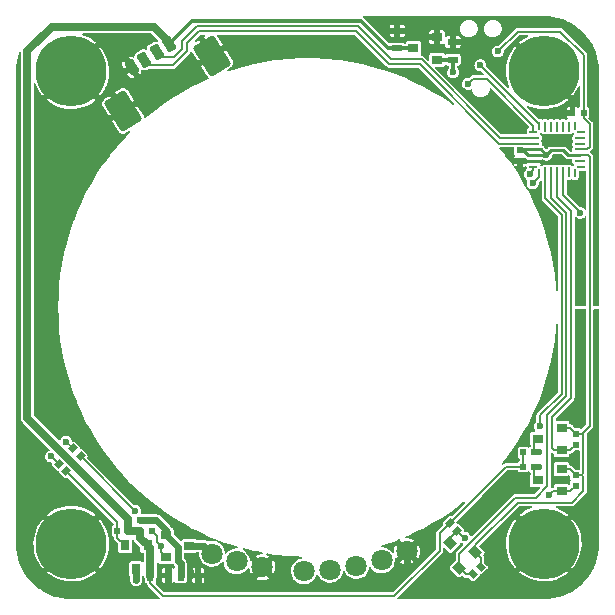
<source format=gbl>
G04 #@! TF.GenerationSoftware,KiCad,Pcbnew,6.0.0-d3dd2cf0fa~116~ubuntu20.04.1*
G04 #@! TF.CreationDate,2022-01-19T00:51:46+01:00*
G04 #@! TF.ProjectId,lensmount,6c656e73-6d6f-4756-9e74-2e6b69636164,rev?*
G04 #@! TF.SameCoordinates,Original*
G04 #@! TF.FileFunction,Copper,L2,Bot*
G04 #@! TF.FilePolarity,Positive*
%FSLAX46Y46*%
G04 Gerber Fmt 4.6, Leading zero omitted, Abs format (unit mm)*
G04 Created by KiCad (PCBNEW 6.0.0-d3dd2cf0fa~116~ubuntu20.04.1) date 2022-01-19 00:51:46*
%MOMM*%
%LPD*%
G01*
G04 APERTURE LIST*
G04 Aperture macros list*
%AMRoundRect*
0 Rectangle with rounded corners*
0 $1 Rounding radius*
0 $2 $3 $4 $5 $6 $7 $8 $9 X,Y pos of 4 corners*
0 Add a 4 corners polygon primitive as box body*
4,1,4,$2,$3,$4,$5,$6,$7,$8,$9,$2,$3,0*
0 Add four circle primitives for the rounded corners*
1,1,$1+$1,$2,$3*
1,1,$1+$1,$4,$5*
1,1,$1+$1,$6,$7*
1,1,$1+$1,$8,$9*
0 Add four rect primitives between the rounded corners*
20,1,$1+$1,$2,$3,$4,$5,0*
20,1,$1+$1,$4,$5,$6,$7,0*
20,1,$1+$1,$6,$7,$8,$9,0*
20,1,$1+$1,$8,$9,$2,$3,0*%
%AMRotRect*
0 Rectangle, with rotation*
0 The origin of the aperture is its center*
0 $1 length*
0 $2 width*
0 $3 Rotation angle, in degrees counterclockwise*
0 Add horizontal line*
21,1,$1,$2,0,0,$3*%
%AMFreePoly0*
4,1,17,0.053642,0.377500,0.080000,0.377500,0.111820,0.364320,0.125000,0.332500,0.125000,-0.332500,0.111820,-0.364320,0.080000,-0.377500,-0.080000,-0.377500,-0.111820,-0.364320,-0.125000,-0.332500,-0.125000,0.198860,-0.111820,0.230680,0.021819,0.364318,0.021820,0.364320,0.031140,0.368181,0.053640,0.377501,0.053642,0.377500,0.053642,0.377500,$1*%
%AMFreePoly1*
4,1,17,-0.021820,0.364320,0.111818,0.230681,0.111820,0.230680,0.111820,0.230679,0.125001,0.198860,0.125000,0.198858,0.125000,-0.332500,0.111820,-0.364320,0.080000,-0.377500,-0.080000,-0.377500,-0.111820,-0.364320,-0.125000,-0.332500,-0.125000,0.332500,-0.111820,0.364320,-0.080000,0.377500,-0.053640,0.377500,-0.021820,0.364320,-0.021820,0.364320,$1*%
%AMFreePoly2*
4,1,17,0.364320,0.111820,0.377500,0.080000,0.377500,-0.080000,0.364320,-0.111820,0.332500,-0.125000,-0.198858,-0.125000,-0.198860,-0.125001,-0.221360,-0.115681,-0.230680,-0.111820,-0.230681,-0.111818,-0.364320,0.021820,-0.377500,0.053640,-0.377500,0.080000,-0.364320,0.111820,-0.332500,0.125000,0.332500,0.125000,0.364320,0.111820,0.364320,0.111820,$1*%
%AMFreePoly3*
4,1,17,-0.198858,0.125000,0.332500,0.125000,0.364320,0.111820,0.377500,0.080000,0.377500,-0.080000,0.364320,-0.111820,0.332500,-0.125000,-0.332500,-0.125000,-0.364320,-0.111820,-0.377500,-0.080000,-0.377500,-0.053640,-0.364320,-0.021820,-0.230681,0.111818,-0.230680,0.111820,-0.221360,0.115681,-0.198860,0.125001,-0.198858,0.125000,-0.198858,0.125000,$1*%
%AMFreePoly4*
4,1,17,0.111820,0.364320,0.125000,0.332500,0.125000,-0.198858,0.125001,-0.198860,0.115681,-0.221360,0.111820,-0.230680,0.111818,-0.230681,-0.021820,-0.364320,-0.053640,-0.377500,-0.080000,-0.377500,-0.111820,-0.364320,-0.125000,-0.332500,-0.125000,0.332500,-0.111820,0.364320,-0.080000,0.377500,0.080000,0.377500,0.111820,0.364320,0.111820,0.364320,$1*%
%AMFreePoly5*
4,1,17,0.111820,0.364320,0.125000,0.332500,0.125000,-0.332500,0.111820,-0.364320,0.080000,-0.377500,0.053642,-0.377500,0.053640,-0.377501,0.031140,-0.368181,0.021820,-0.364320,0.021819,-0.364318,-0.111820,-0.230680,-0.125000,-0.198860,-0.125000,0.332500,-0.111820,0.364320,-0.080000,0.377500,0.080000,0.377500,0.111820,0.364320,0.111820,0.364320,$1*%
%AMFreePoly6*
4,1,17,0.230680,0.111820,0.364318,-0.021819,0.364320,-0.021820,0.364320,-0.021821,0.377501,-0.053640,0.377500,-0.053642,0.377500,-0.080000,0.364320,-0.111820,0.332500,-0.125000,-0.332500,-0.125000,-0.364320,-0.111820,-0.377500,-0.080000,-0.377500,0.080000,-0.364320,0.111820,-0.332500,0.125000,0.198860,0.125000,0.230680,0.111820,0.230680,0.111820,$1*%
%AMFreePoly7*
4,1,17,0.364320,0.111820,0.377500,0.080000,0.377500,0.053642,0.377501,0.053640,0.369779,0.035000,0.364320,0.021820,0.364318,0.021819,0.230680,-0.111820,0.198860,-0.125000,-0.332500,-0.125000,-0.364320,-0.111820,-0.377500,-0.080000,-0.377500,0.080000,-0.364320,0.111820,-0.332500,0.125000,0.332500,0.125000,0.364320,0.111820,0.364320,0.111820,$1*%
G04 Aperture macros list end*
G04 #@! TA.AperFunction,SMDPad,CuDef*
%ADD10FreePoly0,180.000000*%
G04 #@! TD*
G04 #@! TA.AperFunction,SMDPad,CuDef*
%ADD11RoundRect,0.062500X0.062500X0.375000X-0.062500X0.375000X-0.062500X-0.375000X0.062500X-0.375000X0*%
G04 #@! TD*
G04 #@! TA.AperFunction,SMDPad,CuDef*
%ADD12FreePoly1,180.000000*%
G04 #@! TD*
G04 #@! TA.AperFunction,SMDPad,CuDef*
%ADD13FreePoly2,180.000000*%
G04 #@! TD*
G04 #@! TA.AperFunction,SMDPad,CuDef*
%ADD14RoundRect,0.062500X0.375000X0.062500X-0.375000X0.062500X-0.375000X-0.062500X0.375000X-0.062500X0*%
G04 #@! TD*
G04 #@! TA.AperFunction,SMDPad,CuDef*
%ADD15FreePoly3,180.000000*%
G04 #@! TD*
G04 #@! TA.AperFunction,SMDPad,CuDef*
%ADD16FreePoly4,180.000000*%
G04 #@! TD*
G04 #@! TA.AperFunction,SMDPad,CuDef*
%ADD17FreePoly5,180.000000*%
G04 #@! TD*
G04 #@! TA.AperFunction,SMDPad,CuDef*
%ADD18FreePoly6,180.000000*%
G04 #@! TD*
G04 #@! TA.AperFunction,SMDPad,CuDef*
%ADD19FreePoly7,180.000000*%
G04 #@! TD*
G04 #@! TA.AperFunction,ComponentPad*
%ADD20C,0.800000*%
G04 #@! TD*
G04 #@! TA.AperFunction,ComponentPad*
%ADD21C,6.000000*%
G04 #@! TD*
G04 #@! TA.AperFunction,SMDPad,CuDef*
%ADD22RoundRect,0.250001X0.016039X1.483994X-1.340836X0.636124X-0.016039X-1.483994X1.340836X-0.636124X0*%
G04 #@! TD*
G04 #@! TA.AperFunction,SMDPad,CuDef*
%ADD23RoundRect,0.200000X-0.068854X0.487605X-0.408073X0.275638X0.068854X-0.487605X0.408073X-0.275638X0*%
G04 #@! TD*
G04 #@! TA.AperFunction,SMDPad,CuDef*
%ADD24RotRect,0.500000X0.600000X135.000000*%
G04 #@! TD*
G04 #@! TA.AperFunction,SMDPad,CuDef*
%ADD25R,0.500000X0.600000*%
G04 #@! TD*
G04 #@! TA.AperFunction,SMDPad,CuDef*
%ADD26R,0.600000X0.500000*%
G04 #@! TD*
G04 #@! TA.AperFunction,SMDPad,CuDef*
%ADD27R,0.800000X0.900000*%
G04 #@! TD*
G04 #@! TA.AperFunction,SMDPad,CuDef*
%ADD28R,0.900000X0.800000*%
G04 #@! TD*
G04 #@! TA.AperFunction,SMDPad,CuDef*
%ADD29RotRect,0.500000X0.600000X315.000000*%
G04 #@! TD*
G04 #@! TA.AperFunction,SMDPad,CuDef*
%ADD30RotRect,0.500000X0.600000X225.000000*%
G04 #@! TD*
G04 #@! TA.AperFunction,SMDPad,CuDef*
%ADD31RotRect,0.900000X0.800000X135.000000*%
G04 #@! TD*
G04 #@! TA.AperFunction,SMDPad,CuDef*
%ADD32R,0.600000X0.900000*%
G04 #@! TD*
G04 #@! TA.AperFunction,SMDPad,CuDef*
%ADD33R,0.900000X0.600000*%
G04 #@! TD*
G04 #@! TA.AperFunction,ComponentPad*
%ADD34C,1.800000*%
G04 #@! TD*
G04 #@! TA.AperFunction,ViaPad*
%ADD35C,0.600000*%
G04 #@! TD*
G04 #@! TA.AperFunction,Conductor*
%ADD36C,0.600000*%
G04 #@! TD*
G04 #@! TA.AperFunction,Conductor*
%ADD37C,0.200000*%
G04 #@! TD*
G04 #@! TA.AperFunction,Conductor*
%ADD38C,0.300000*%
G04 #@! TD*
G04 #@! TA.AperFunction,Conductor*
%ADD39C,0.250000*%
G04 #@! TD*
G04 #@! TA.AperFunction,Conductor*
%ADD40C,0.700000*%
G04 #@! TD*
G04 APERTURE END LIST*
D10*
X122625000Y-84627500D03*
D11*
X122125000Y-84687500D03*
X121625000Y-84687500D03*
X121125000Y-84687500D03*
X120625000Y-84687500D03*
X120125000Y-84687500D03*
D12*
X119625000Y-84627500D03*
D13*
X119127500Y-85125000D03*
D14*
X119187500Y-85625000D03*
X119187500Y-86125000D03*
X119187500Y-86625000D03*
X119187500Y-87125000D03*
X119187500Y-87625000D03*
D15*
X119127500Y-88125000D03*
D16*
X119625000Y-88622500D03*
D11*
X120125000Y-88562500D03*
X120625000Y-88562500D03*
X121125000Y-88562500D03*
X121625000Y-88562500D03*
X122125000Y-88562500D03*
D17*
X122625000Y-88622500D03*
D18*
X123122500Y-88125000D03*
D14*
X123062500Y-87625000D03*
X123062500Y-87125000D03*
X123062500Y-86625000D03*
X123062500Y-86125000D03*
X123062500Y-85625000D03*
D19*
X123122500Y-85125000D03*
D20*
X121590990Y-118409010D03*
X120000000Y-117750000D03*
X118409010Y-118409010D03*
X117750000Y-120000000D03*
X118409010Y-121590990D03*
X120000000Y-122250000D03*
X121590990Y-121590990D03*
X122250000Y-120000000D03*
D21*
X120000000Y-120000000D03*
D20*
X121590990Y-78409010D03*
X120000000Y-77750000D03*
X118409010Y-78409010D03*
X117750000Y-80000000D03*
X118409010Y-81590990D03*
X120000000Y-82250000D03*
X121590990Y-81590990D03*
X122250000Y-80000000D03*
D21*
X120000000Y-80000000D03*
D20*
X81590990Y-118409010D03*
X80000000Y-117750000D03*
X78409010Y-118409010D03*
X77750000Y-120000000D03*
X78409010Y-121590990D03*
X80000000Y-122250000D03*
X81590990Y-121590990D03*
X82250000Y-120000000D03*
D21*
X80000000Y-120000000D03*
D20*
X81590990Y-78409010D03*
X80000000Y-77750000D03*
X78409010Y-78409010D03*
X77750000Y-80000000D03*
X78409010Y-81590990D03*
X80000000Y-82250000D03*
X81590990Y-81590990D03*
X82250000Y-80000000D03*
D21*
X80000000Y-80000000D03*
D22*
X84392266Y-83366965D03*
X91897492Y-78677179D03*
D23*
X85097511Y-79683539D03*
X86157571Y-79021139D03*
X87217631Y-78358740D03*
X88277691Y-77696341D03*
D24*
X78917660Y-113217660D03*
X79582340Y-113882340D03*
D25*
X83880000Y-118900000D03*
X84820000Y-118900000D03*
D24*
X80117660Y-111942660D03*
X80782340Y-112607340D03*
D26*
X86850000Y-118970000D03*
X86850000Y-118030000D03*
D27*
X85500000Y-122150000D03*
X86450000Y-120150000D03*
X84550000Y-120150000D03*
D28*
X90000000Y-120200000D03*
X88000000Y-119250000D03*
X88000000Y-121150000D03*
X108965901Y-78071967D03*
X110965901Y-79021967D03*
X110965901Y-77121967D03*
D26*
X85800000Y-118970000D03*
X85800000Y-118030000D03*
D25*
X119195000Y-112275000D03*
X118255000Y-112275000D03*
D29*
X112692695Y-118935284D03*
X112028015Y-118270604D03*
D25*
X119195000Y-113475000D03*
X118255000Y-113475000D03*
D26*
X122700000Y-111620000D03*
X122700000Y-110680000D03*
D30*
X113992660Y-122607340D03*
X114657340Y-121942660D03*
D26*
X122700000Y-115120000D03*
X122700000Y-114180000D03*
D28*
X119500000Y-111125000D03*
X121500000Y-112075000D03*
X121500000Y-110175000D03*
D31*
X112095190Y-119964124D03*
X112837652Y-122050089D03*
X114181155Y-120706586D03*
D28*
X119500000Y-114625000D03*
X121500000Y-115575000D03*
X121500000Y-113675000D03*
D32*
X88200000Y-122700000D03*
X86700000Y-122700000D03*
X90750000Y-122700000D03*
X89250000Y-122700000D03*
D33*
X112299353Y-77525000D03*
X112299353Y-79025000D03*
X107600000Y-76575000D03*
X107600000Y-78075000D03*
D25*
X122430000Y-83500000D03*
X123370000Y-83500000D03*
D26*
X118000000Y-87620000D03*
X118000000Y-86680000D03*
D34*
X101900000Y-122200000D03*
X104125000Y-121875000D03*
X99700000Y-122325000D03*
X106275000Y-121400000D03*
X96175000Y-122000000D03*
X108425000Y-120650000D03*
X94000000Y-121500000D03*
X91900000Y-120850000D03*
D35*
X91875000Y-77350000D03*
X91950000Y-79775000D03*
X85425000Y-83925000D03*
X84425000Y-84550000D03*
X84925000Y-83150000D03*
X90225000Y-121450000D03*
X91975000Y-122400000D03*
X88200000Y-122125000D03*
X90125000Y-122375000D03*
X84450000Y-80825000D03*
X103750000Y-77375000D03*
X105975000Y-75850000D03*
X105600000Y-79225000D03*
X109775000Y-76975000D03*
X112325000Y-76600000D03*
X119350000Y-90350000D03*
X121175000Y-87375000D03*
X121450000Y-86025000D03*
X122875000Y-89875000D03*
X123075000Y-93225000D03*
X123100000Y-100775000D03*
X120800000Y-106825000D03*
X123050000Y-109525000D03*
X122575000Y-112875000D03*
X118125000Y-115350000D03*
X118375000Y-111275000D03*
X77600000Y-87600000D03*
X78800000Y-89600000D03*
X82000000Y-83600000D03*
X78600000Y-109000000D03*
X77200000Y-112800000D03*
X79600000Y-115600000D03*
X82200000Y-112800000D03*
X86200000Y-116600000D03*
X89200000Y-119000000D03*
X112325000Y-80100000D03*
X120225000Y-87074989D03*
X116100000Y-78325000D03*
X113300000Y-119500000D03*
X119625000Y-113475000D03*
X119625000Y-112275000D03*
X114624415Y-79496321D03*
X113600000Y-81075000D03*
X119674990Y-110075000D03*
X120475000Y-115900000D03*
X123075000Y-92000000D03*
X85500000Y-122150000D03*
X85500000Y-123100000D03*
X87575000Y-120200000D03*
X85425003Y-117224997D03*
X119050000Y-89500000D03*
X79550000Y-111375000D03*
X118800000Y-88725000D03*
X78275000Y-112600000D03*
D36*
X85800000Y-118030000D02*
X86850000Y-118030000D01*
X88000000Y-118825000D02*
X88000000Y-119250000D01*
X87205000Y-118030000D02*
X88000000Y-118825000D01*
X86850000Y-118030000D02*
X87205000Y-118030000D01*
X88050000Y-119250000D02*
X88000000Y-119250000D01*
X89050000Y-120250000D02*
X88050000Y-119250000D01*
X89049999Y-121449999D02*
X89050000Y-120250000D01*
X89250000Y-121650000D02*
X89049999Y-121449999D01*
X89250000Y-122700000D02*
X89250000Y-121650000D01*
D37*
X118005000Y-87625000D02*
X118000000Y-87620000D01*
X119187500Y-87625000D02*
X118005000Y-87625000D01*
D36*
X97074999Y-122899999D02*
X96175000Y-122000000D01*
X97900001Y-123725001D02*
X97074999Y-122899999D01*
X106622791Y-123725001D02*
X97900001Y-123725001D01*
X108425000Y-121922792D02*
X106622791Y-123725001D01*
X108425000Y-120650000D02*
X108425000Y-121922792D01*
X90750000Y-122700000D02*
X90750000Y-122850000D01*
X90750000Y-123750000D02*
X90750000Y-122850000D01*
X94425000Y-123750000D02*
X90750000Y-123750000D01*
X96175000Y-122000000D02*
X94425000Y-123750000D01*
X88200000Y-123750000D02*
X88200000Y-122125000D01*
X90750000Y-123750000D02*
X88200000Y-123750000D01*
X88200000Y-122125000D02*
X88200000Y-122700000D01*
D37*
X120775000Y-87775000D02*
X121175000Y-87375000D01*
X119775000Y-87775000D02*
X120775000Y-87775000D01*
X119625000Y-87625000D02*
X119775000Y-87775000D01*
X119187500Y-87625000D02*
X119625000Y-87625000D01*
X118000000Y-88739956D02*
X118373770Y-89373770D01*
X118000000Y-87620000D02*
X118000000Y-88739956D01*
D38*
X112296320Y-79021967D02*
X112299353Y-79025000D01*
X110965901Y-79021967D02*
X112296320Y-79021967D01*
X112325000Y-79050647D02*
X112299353Y-79025000D01*
X112325000Y-80100000D02*
X112325000Y-79050647D01*
D37*
X119187500Y-87125000D02*
X119212500Y-87100000D01*
D39*
X118055000Y-86625000D02*
X118000000Y-86680000D01*
X119187500Y-86625000D02*
X118055000Y-86625000D01*
X118255000Y-86680000D02*
X118000000Y-86680000D01*
X118700000Y-87125000D02*
X118255000Y-86680000D01*
X119187500Y-87125000D02*
X118700000Y-87125000D01*
D37*
X114657340Y-121182771D02*
X114181155Y-120706586D01*
X114657340Y-121942660D02*
X114657340Y-121182771D01*
X122195000Y-110175000D02*
X122700000Y-110680000D01*
X121500000Y-110175000D02*
X122195000Y-110175000D01*
X122195000Y-113675000D02*
X122700000Y-114180000D01*
X121500000Y-113675000D02*
X122195000Y-113675000D01*
X123200000Y-114180000D02*
X122700000Y-114180000D01*
X122700000Y-110680000D02*
X123200000Y-110680000D01*
X123500000Y-87125000D02*
X123062500Y-87125000D01*
X123725000Y-87125000D02*
X123500000Y-87125000D01*
X123900000Y-87300000D02*
X123725000Y-87125000D01*
X123900000Y-110000000D02*
X123900000Y-87300000D01*
X123220000Y-110680000D02*
X123900000Y-110000000D01*
X123200000Y-110680000D02*
X123220000Y-110680000D01*
X123350000Y-114030000D02*
X123200000Y-114180000D01*
X123350000Y-110830000D02*
X123350000Y-114030000D01*
X123200000Y-110680000D02*
X123350000Y-110830000D01*
X123350000Y-114330000D02*
X123200000Y-114180000D01*
X123350000Y-115560002D02*
X123350000Y-114330000D01*
X122385002Y-116525000D02*
X123350000Y-115560002D01*
X114181155Y-120118845D02*
X117775000Y-116525000D01*
X117775000Y-116525000D02*
X122385002Y-116525000D01*
X114181155Y-120706586D02*
X114181155Y-120118845D01*
D39*
X120524999Y-86774990D02*
X120225000Y-87074989D01*
X119775011Y-86625000D02*
X120225000Y-87074989D01*
X120599989Y-86700000D02*
X120524999Y-86774990D01*
X119187500Y-86625000D02*
X119775011Y-86625000D01*
X122075000Y-87125000D02*
X121650000Y-86700000D01*
X123062500Y-87125000D02*
X122075000Y-87125000D01*
X119187500Y-87125000D02*
X120174989Y-87125000D01*
X120174989Y-87125000D02*
X120225000Y-87074989D01*
X121650000Y-86700000D02*
X120599989Y-86700000D01*
D37*
X123370000Y-84000000D02*
X123370000Y-83500000D01*
X123875000Y-84505000D02*
X123370000Y-84000000D01*
X123875000Y-86400000D02*
X123875000Y-84505000D01*
X123650000Y-86625000D02*
X123875000Y-86400000D01*
X123062500Y-86625000D02*
X123650000Y-86625000D01*
X123370000Y-82430000D02*
X123370000Y-83500000D01*
X123370000Y-78645000D02*
X123370000Y-82430000D01*
X121375000Y-76650000D02*
X123370000Y-78645000D01*
X117775000Y-76650000D02*
X121375000Y-76650000D01*
X116100000Y-78325000D02*
X117775000Y-76650000D01*
D40*
X84890000Y-118970000D02*
X84820000Y-118900000D01*
X85800000Y-118970000D02*
X84890000Y-118970000D01*
X85800000Y-119500000D02*
X85800000Y-118970000D01*
X86450000Y-120150000D02*
X85800000Y-119500000D01*
X84820000Y-117895000D02*
X84820000Y-118900000D01*
X76274992Y-109349992D02*
X84820000Y-117895000D01*
X76274992Y-78325008D02*
X76274992Y-109349992D01*
X78350000Y-76250000D02*
X76274992Y-78325008D01*
X87000000Y-76250000D02*
X78350000Y-76250000D01*
X88100000Y-77350000D02*
X87000000Y-76250000D01*
X88100000Y-77518650D02*
X88100000Y-77350000D01*
X88277691Y-77696341D02*
X88100000Y-77518650D01*
D38*
X108962868Y-78075000D02*
X108965901Y-78071967D01*
X107600000Y-78075000D02*
X108962868Y-78075000D01*
X90224054Y-75749978D02*
X104524978Y-75749978D01*
X88277691Y-77696341D02*
X90224054Y-75749978D01*
X104524978Y-75749978D02*
X106850000Y-78075000D01*
X106850000Y-78075000D02*
X107600000Y-78075000D01*
D40*
X86700000Y-120400000D02*
X86450000Y-120150000D01*
X86700000Y-122700000D02*
X86700000Y-120400000D01*
D37*
X118255000Y-112275000D02*
X118255000Y-113475000D01*
X116823619Y-113475000D02*
X118255000Y-113475000D01*
X112028015Y-118270604D02*
X116823619Y-113475000D01*
X111194139Y-119104480D02*
X111194139Y-120580861D01*
X112028015Y-118270604D02*
X111194139Y-119104480D01*
X111194139Y-120580861D02*
X107350000Y-124425000D01*
X86700000Y-123350000D02*
X86700000Y-122700000D01*
X107350000Y-124425000D02*
X87775000Y-124425000D01*
X87775000Y-124425000D02*
X86700000Y-123350000D01*
X112095190Y-119532789D02*
X112692695Y-118935284D01*
X112095190Y-119964124D02*
X112095190Y-119532789D01*
X112692695Y-118935284D02*
X113257411Y-119500000D01*
X113257411Y-119500000D02*
X113300000Y-119500000D01*
X119195000Y-114320000D02*
X119500000Y-114625000D01*
X119195000Y-113475000D02*
X119195000Y-114320000D01*
X119195000Y-113475000D02*
X119625000Y-113475000D01*
X119195000Y-111430000D02*
X119500000Y-111125000D01*
X119195000Y-112275000D02*
X119195000Y-111430000D01*
X119195000Y-112275000D02*
X119625000Y-112275000D01*
X114624415Y-79499415D02*
X114624415Y-79496321D01*
X119625000Y-84500000D02*
X114624415Y-79499415D01*
X119625000Y-84627500D02*
X119625000Y-84500000D01*
X114025000Y-80650000D02*
X113600000Y-81075000D01*
X115150000Y-80650000D02*
X114025000Y-80650000D01*
X119127500Y-84627500D02*
X115150000Y-80650000D01*
X119127500Y-85125000D02*
X119127500Y-84627500D01*
X122245000Y-115575000D02*
X122700000Y-115120000D01*
X121500000Y-115575000D02*
X122245000Y-115575000D01*
X121500000Y-115575000D02*
X120800000Y-115575000D01*
X120800000Y-115575000D02*
X120475000Y-115900000D01*
X119674990Y-109143610D02*
X119674990Y-109650736D01*
X121500000Y-92150000D02*
X121500000Y-107318600D01*
X119674990Y-109650736D02*
X119674990Y-110075000D01*
X120125000Y-90775000D02*
X121500000Y-92150000D01*
X121500000Y-107318600D02*
X119674990Y-109143610D01*
X120125000Y-88562500D02*
X120125000Y-90775000D01*
X113394903Y-122607340D02*
X112837652Y-122050089D01*
X113992660Y-122607340D02*
X113394903Y-122607340D01*
X120625000Y-89000000D02*
X120625000Y-88562500D01*
X120625000Y-90709300D02*
X120625000Y-89000000D01*
X121900011Y-107484289D02*
X121900011Y-91984311D01*
X120275000Y-109109300D02*
X121900011Y-107484289D01*
X120275000Y-115155998D02*
X120275000Y-109109300D01*
X119305998Y-116125000D02*
X120275000Y-115155998D01*
X117575000Y-116125000D02*
X119305998Y-116125000D01*
X121900011Y-91984311D02*
X120625000Y-90709300D01*
X112837652Y-120862348D02*
X117575000Y-116125000D01*
X112837652Y-122050089D02*
X112837652Y-120862348D01*
X122245000Y-112075000D02*
X122700000Y-111620000D01*
X121500000Y-112075000D02*
X122245000Y-112075000D01*
X120700000Y-109250000D02*
X120700000Y-111925000D01*
X120850000Y-112075000D02*
X121500000Y-112075000D01*
X120700000Y-111925000D02*
X120850000Y-112075000D01*
X122300022Y-107649978D02*
X120700000Y-109250000D01*
X122300022Y-91818622D02*
X122300022Y-107649978D01*
X121125000Y-88562500D02*
X121125000Y-90643600D01*
X121125000Y-90643600D02*
X122300022Y-91818622D01*
D36*
X91250000Y-120200000D02*
X91900000Y-120850000D01*
X90000000Y-120200000D02*
X91250000Y-120200000D01*
D37*
X121625000Y-88562500D02*
X121625000Y-90500000D01*
X123075000Y-91950000D02*
X123075000Y-92000000D01*
X121625000Y-90500000D02*
X123075000Y-91950000D01*
D36*
X85500000Y-122150000D02*
X85500000Y-123100000D01*
D37*
X87575000Y-120725000D02*
X88000000Y-121150000D01*
X87575000Y-120200000D02*
X87575000Y-120725000D01*
X87225000Y-119850000D02*
X87275001Y-119900001D01*
X87225000Y-119345000D02*
X87225000Y-119850000D01*
X87275001Y-119900001D02*
X87575000Y-120200000D01*
X86850000Y-118970000D02*
X87225000Y-119345000D01*
X80782340Y-112607340D02*
X85399997Y-117224997D01*
X85399997Y-117224997D02*
X85425003Y-117224997D01*
X83880000Y-118180000D02*
X83880000Y-118900000D01*
X79582340Y-113882340D02*
X83880000Y-118180000D01*
X83880000Y-119480000D02*
X83880000Y-118900000D01*
X84550000Y-120150000D02*
X83880000Y-119480000D01*
X119625000Y-88925000D02*
X119050000Y-89500000D01*
X119625000Y-88622500D02*
X119625000Y-88925000D01*
X79550000Y-111375000D02*
X80117660Y-111942660D01*
X119127500Y-88397500D02*
X118800000Y-88725000D01*
X119127500Y-88125000D02*
X119127500Y-88397500D01*
X78300000Y-112600000D02*
X78917660Y-113217660D01*
X78275000Y-112600000D02*
X78300000Y-112600000D01*
X89800011Y-77640689D02*
X89800011Y-78315689D01*
X86629280Y-79492848D02*
X86157571Y-79021139D01*
X90840700Y-76600000D02*
X89800011Y-77640689D01*
X104125000Y-76600000D02*
X90840700Y-76600000D01*
X106925000Y-79400000D02*
X104125000Y-76600000D01*
X88622852Y-79492848D02*
X86629280Y-79492848D01*
X89800011Y-78315689D02*
X88622852Y-79492848D01*
X109481266Y-79400000D02*
X106925000Y-79400000D01*
X116206266Y-86125000D02*
X109481266Y-79400000D01*
X119187500Y-86125000D02*
X116206266Y-86125000D01*
X88719551Y-78830449D02*
X87689340Y-78830449D01*
X89400000Y-77475000D02*
X89400000Y-78150000D01*
X104290689Y-76199989D02*
X90675011Y-76199989D01*
X90675011Y-76199989D02*
X89400000Y-77475000D01*
X107090700Y-79000000D02*
X104290689Y-76199989D01*
X109646966Y-79000000D02*
X107090700Y-79000000D01*
X116271966Y-85625000D02*
X109646966Y-79000000D01*
X89400000Y-78150000D02*
X88719551Y-78830449D01*
X119187500Y-85625000D02*
X116271966Y-85625000D01*
X87689340Y-78830449D02*
X87217631Y-78358740D01*
G04 #@! TA.AperFunction,Conductor*
G36*
X75704525Y-78387598D02*
G01*
X75724492Y-78438943D01*
X75724492Y-109336043D01*
X75724425Y-109339225D01*
X75721782Y-109402286D01*
X75722966Y-109407334D01*
X75732256Y-109446944D01*
X75733561Y-109453983D01*
X75739786Y-109499424D01*
X75741845Y-109504182D01*
X75747529Y-109517318D01*
X75751772Y-109530145D01*
X75756224Y-109549128D01*
X75778329Y-109589338D01*
X75781472Y-109595755D01*
X75799687Y-109637847D01*
X75802946Y-109641872D01*
X75802948Y-109641875D01*
X75811954Y-109652996D01*
X75819488Y-109664207D01*
X75828885Y-109681300D01*
X75835889Y-109689414D01*
X75862284Y-109715809D01*
X75867606Y-109721720D01*
X75894606Y-109755062D01*
X75913359Y-109768389D01*
X75923074Y-109776599D01*
X78145485Y-111999010D01*
X78167456Y-112046126D01*
X78154001Y-112096342D01*
X78112629Y-112125824D01*
X78073737Y-112136939D01*
X78073734Y-112136940D01*
X78068529Y-112138428D01*
X77947280Y-112214930D01*
X77943696Y-112218988D01*
X77914592Y-112251942D01*
X77852377Y-112322388D01*
X77850078Y-112327284D01*
X77850077Y-112327286D01*
X77826537Y-112377425D01*
X77791447Y-112452163D01*
X77790614Y-112457514D01*
X77790613Y-112457517D01*
X77779882Y-112526444D01*
X77769391Y-112593823D01*
X77787980Y-112735979D01*
X77845720Y-112867203D01*
X77937970Y-112976948D01*
X78057313Y-113056390D01*
X78120505Y-113076132D01*
X78188990Y-113097528D01*
X78188992Y-113097528D01*
X78194157Y-113099142D01*
X78228770Y-113099777D01*
X78263467Y-113100413D01*
X78311985Y-113119086D01*
X78337149Y-113164577D01*
X78336614Y-113191224D01*
X78324324Y-113253015D01*
X78325784Y-113260356D01*
X78336250Y-113312974D01*
X78339884Y-113331247D01*
X78373012Y-113380826D01*
X78754494Y-113762308D01*
X78804073Y-113795436D01*
X78811416Y-113796896D01*
X78811417Y-113796897D01*
X78874964Y-113809536D01*
X78882305Y-113810996D01*
X78889645Y-113809536D01*
X78889647Y-113809536D01*
X78903942Y-113806693D01*
X78955324Y-113814603D01*
X78989600Y-113853690D01*
X78993307Y-113896058D01*
X78992283Y-113901209D01*
X78989004Y-113917695D01*
X78990464Y-113925036D01*
X79000930Y-113977654D01*
X79004564Y-113995927D01*
X79037692Y-114045506D01*
X79419174Y-114426988D01*
X79468753Y-114460116D01*
X79476096Y-114461576D01*
X79476097Y-114461577D01*
X79539644Y-114474216D01*
X79546985Y-114475676D01*
X79554325Y-114474216D01*
X79617876Y-114461576D01*
X79625216Y-114460116D01*
X79631437Y-114455959D01*
X79631440Y-114455958D01*
X79639253Y-114450737D01*
X79689750Y-114438380D01*
X79735217Y-114460188D01*
X83557240Y-118282211D01*
X83579211Y-118329327D01*
X83579500Y-118335951D01*
X83579500Y-118351981D01*
X83561719Y-118400833D01*
X83545724Y-118415172D01*
X83485448Y-118455448D01*
X83441133Y-118521769D01*
X83429500Y-118580252D01*
X83429500Y-119219748D01*
X83441133Y-119278231D01*
X83485448Y-119344552D01*
X83491671Y-119348710D01*
X83491672Y-119348711D01*
X83544182Y-119383798D01*
X83574922Y-119425723D01*
X83577905Y-119444138D01*
X83579447Y-119485214D01*
X83579500Y-119488065D01*
X83579500Y-119507948D01*
X83580141Y-119511388D01*
X83580437Y-119514600D01*
X83580705Y-119518733D01*
X83581774Y-119547208D01*
X83587329Y-119560138D01*
X83592213Y-119576211D01*
X83594791Y-119590053D01*
X83598473Y-119596026D01*
X83609653Y-119614164D01*
X83614785Y-119624044D01*
X83625964Y-119650063D01*
X83629978Y-119654949D01*
X83636243Y-119661214D01*
X83647199Y-119675073D01*
X83653532Y-119685348D01*
X83659117Y-119689595D01*
X83659118Y-119689596D01*
X83678003Y-119703956D01*
X83685741Y-119710712D01*
X83927240Y-119952211D01*
X83949211Y-119999327D01*
X83949500Y-120005951D01*
X83949500Y-120619748D01*
X83961133Y-120678231D01*
X84005448Y-120744552D01*
X84071769Y-120788867D01*
X84130252Y-120800500D01*
X84969748Y-120800500D01*
X85028231Y-120788867D01*
X85094552Y-120744552D01*
X85138867Y-120678231D01*
X85150500Y-120619748D01*
X85150500Y-119757335D01*
X85168281Y-119708483D01*
X85213303Y-119682490D01*
X85264500Y-119691517D01*
X85293099Y-119720722D01*
X85301212Y-119735479D01*
X85303331Y-119739334D01*
X85306480Y-119745763D01*
X85310293Y-119754574D01*
X85324695Y-119787855D01*
X85327954Y-119791880D01*
X85327956Y-119791883D01*
X85336962Y-119803004D01*
X85344496Y-119814215D01*
X85353893Y-119831308D01*
X85360897Y-119839422D01*
X85387292Y-119865817D01*
X85392614Y-119871728D01*
X85419614Y-119905070D01*
X85423837Y-119908071D01*
X85438367Y-119918397D01*
X85448082Y-119926607D01*
X85645658Y-120124182D01*
X85827240Y-120305764D01*
X85849211Y-120352880D01*
X85849500Y-120359504D01*
X85849500Y-120619748D01*
X85861133Y-120678231D01*
X85905448Y-120744552D01*
X85971769Y-120788867D01*
X86030252Y-120800500D01*
X86073500Y-120800500D01*
X86122352Y-120818281D01*
X86148345Y-120863303D01*
X86149500Y-120876500D01*
X86149500Y-121483386D01*
X86131719Y-121532238D01*
X86086697Y-121558231D01*
X86031276Y-121546577D01*
X85984456Y-121515292D01*
X85984454Y-121515291D01*
X85978231Y-121511133D01*
X85919748Y-121499500D01*
X85080252Y-121499500D01*
X85021769Y-121511133D01*
X84955448Y-121555448D01*
X84911133Y-121621769D01*
X84899500Y-121680252D01*
X84899500Y-122619748D01*
X84911133Y-122678231D01*
X84955448Y-122744552D01*
X84961671Y-122748710D01*
X84961672Y-122748711D01*
X84965722Y-122751417D01*
X84996463Y-122793341D01*
X84999500Y-122814609D01*
X84999500Y-123055130D01*
X84998595Y-123066821D01*
X84994391Y-123093823D01*
X84999158Y-123130280D01*
X84999500Y-123133672D01*
X84999500Y-123135940D01*
X85004020Y-123167500D01*
X85004145Y-123168418D01*
X85006329Y-123185116D01*
X85012980Y-123235979D01*
X85014235Y-123238831D01*
X85014677Y-123241918D01*
X85016915Y-123246840D01*
X85042899Y-123303990D01*
X85043278Y-123304837D01*
X85056422Y-123334708D01*
X85070720Y-123367203D01*
X85072725Y-123369588D01*
X85074016Y-123372428D01*
X85101089Y-123403847D01*
X85118514Y-123424070D01*
X85119116Y-123424778D01*
X85159486Y-123472804D01*
X85159488Y-123472806D01*
X85162970Y-123476948D01*
X85165565Y-123478676D01*
X85167600Y-123481037D01*
X85183332Y-123491234D01*
X85224756Y-123518084D01*
X85225532Y-123518594D01*
X85277800Y-123553387D01*
X85277806Y-123553390D01*
X85282313Y-123556390D01*
X85285290Y-123557320D01*
X85287905Y-123559015D01*
X85353204Y-123578544D01*
X85354091Y-123578815D01*
X85413986Y-123597527D01*
X85413989Y-123597527D01*
X85419157Y-123599142D01*
X85422272Y-123599199D01*
X85425261Y-123600093D01*
X85493563Y-123600510D01*
X85494336Y-123600520D01*
X85531560Y-123601203D01*
X85557083Y-123601671D01*
X85557085Y-123601671D01*
X85562499Y-123601770D01*
X85565507Y-123600950D01*
X85568624Y-123600969D01*
X85634150Y-123582241D01*
X85635039Y-123581993D01*
X85647690Y-123578544D01*
X85700817Y-123564060D01*
X85703474Y-123562429D01*
X85706471Y-123561572D01*
X85711050Y-123558683D01*
X85711052Y-123558682D01*
X85764105Y-123525209D01*
X85764854Y-123524742D01*
X85822991Y-123489045D01*
X85825083Y-123486734D01*
X85827720Y-123485070D01*
X85872873Y-123433944D01*
X85873481Y-123433264D01*
X85900556Y-123403352D01*
X85919200Y-123382754D01*
X85920559Y-123379949D01*
X85922623Y-123377612D01*
X85927510Y-123367203D01*
X85951633Y-123315824D01*
X85952033Y-123314986D01*
X85957152Y-123304420D01*
X85981710Y-123253733D01*
X85982227Y-123250662D01*
X85983553Y-123247837D01*
X85984628Y-123240936D01*
X85993506Y-123183913D01*
X85994041Y-123180476D01*
X85994185Y-123179585D01*
X86005496Y-123112354D01*
X86005535Y-123109211D01*
X86005600Y-123103831D01*
X86005647Y-123100000D01*
X86004859Y-123094493D01*
X86001268Y-123069423D01*
X86000500Y-123058649D01*
X86000500Y-122814609D01*
X86018281Y-122765757D01*
X86034271Y-122751422D01*
X86040520Y-122747246D01*
X86091014Y-122734890D01*
X86137640Y-122757882D01*
X86158039Y-122800123D01*
X86159248Y-122808945D01*
X86164794Y-122849432D01*
X86166853Y-122854190D01*
X86193249Y-122915188D01*
X86199500Y-122945371D01*
X86199500Y-123169748D01*
X86211133Y-123228231D01*
X86255448Y-123294552D01*
X86321769Y-123338867D01*
X86329109Y-123340327D01*
X86340546Y-123342602D01*
X86384990Y-123369572D01*
X86397773Y-123403847D01*
X86399969Y-123403352D01*
X86401511Y-123410193D01*
X86401774Y-123417208D01*
X86407329Y-123430138D01*
X86412213Y-123446211D01*
X86414791Y-123460053D01*
X86418473Y-123466026D01*
X86429653Y-123484164D01*
X86434785Y-123494044D01*
X86445964Y-123520063D01*
X86449978Y-123524949D01*
X86456243Y-123531214D01*
X86467199Y-123545073D01*
X86473532Y-123555348D01*
X86479117Y-123559595D01*
X86479118Y-123559596D01*
X86498003Y-123573956D01*
X86505741Y-123580712D01*
X87495289Y-124570260D01*
X87517260Y-124617376D01*
X87503805Y-124667592D01*
X87461219Y-124697410D01*
X87441549Y-124700000D01*
X80031346Y-124700000D01*
X80014314Y-124698067D01*
X80008700Y-124696776D01*
X80000359Y-124694858D01*
X79991170Y-124696937D01*
X79971087Y-124698738D01*
X79778447Y-124690328D01*
X79593676Y-124682260D01*
X79587084Y-124681684D01*
X79187134Y-124629029D01*
X79180629Y-124627882D01*
X78786766Y-124540565D01*
X78780392Y-124538856D01*
X78622745Y-124489150D01*
X78395676Y-124417555D01*
X78389446Y-124415288D01*
X78016761Y-124260918D01*
X78010752Y-124258116D01*
X77652946Y-124071853D01*
X77647204Y-124068538D01*
X77306988Y-123851797D01*
X77301557Y-123847994D01*
X76981530Y-123602429D01*
X76976451Y-123598167D01*
X76976450Y-123598166D01*
X76679036Y-123325637D01*
X76674364Y-123320965D01*
X76401832Y-123023548D01*
X76397572Y-123018471D01*
X76359540Y-122968906D01*
X76152006Y-122698442D01*
X76148204Y-122693013D01*
X76084349Y-122592780D01*
X75994102Y-122451122D01*
X75983738Y-122434854D01*
X77923984Y-122434854D01*
X77925436Y-122440271D01*
X77955467Y-122468080D01*
X77958741Y-122470789D01*
X78243326Y-122680603D01*
X78246879Y-122682929D01*
X78553088Y-122859718D01*
X78556852Y-122861619D01*
X78880881Y-123003184D01*
X78884831Y-123004653D01*
X79222601Y-123109211D01*
X79226714Y-123110236D01*
X79574023Y-123176488D01*
X79578236Y-123177050D01*
X79930769Y-123204177D01*
X79934991Y-123204265D01*
X80288368Y-123191925D01*
X80292572Y-123191542D01*
X80642370Y-123139889D01*
X80646507Y-123139040D01*
X80988362Y-123048718D01*
X80992391Y-123047409D01*
X81322047Y-122919543D01*
X81325889Y-122917800D01*
X81639251Y-122753980D01*
X81642866Y-122751825D01*
X81936003Y-122554101D01*
X81939388Y-122551532D01*
X82068878Y-122441326D01*
X82074276Y-122431824D01*
X82073378Y-122426932D01*
X80009476Y-120363029D01*
X79999574Y-120358411D01*
X79993519Y-120360034D01*
X77928602Y-122424952D01*
X77923984Y-122434854D01*
X75983738Y-122434854D01*
X75931463Y-122352798D01*
X75928148Y-122347056D01*
X75751330Y-122007393D01*
X75741885Y-121989248D01*
X75739083Y-121983240D01*
X75584713Y-121610555D01*
X75582446Y-121604325D01*
X75498629Y-121338494D01*
X75461143Y-121219601D01*
X75459436Y-121213235D01*
X75372119Y-120819372D01*
X75370972Y-120812866D01*
X75369022Y-120798057D01*
X75318317Y-120412917D01*
X75317740Y-120406318D01*
X75317388Y-120398238D01*
X75309787Y-120224163D01*
X75301294Y-120029637D01*
X75303184Y-120009163D01*
X75304169Y-120004913D01*
X75305142Y-120000716D01*
X75305143Y-120000000D01*
X75301903Y-119985796D01*
X75300000Y-119968894D01*
X75300000Y-119957382D01*
X76795359Y-119957382D01*
X76810165Y-120310634D01*
X76810579Y-120314857D01*
X76864671Y-120664267D01*
X76865553Y-120668416D01*
X76958255Y-121009614D01*
X76959596Y-121013645D01*
X77089754Y-121342389D01*
X77091530Y-121346234D01*
X77257524Y-121658421D01*
X77259723Y-121662052D01*
X77459476Y-121953786D01*
X77462066Y-121957149D01*
X77558582Y-122068964D01*
X77568117Y-122074293D01*
X77573104Y-122073342D01*
X79636971Y-120009476D01*
X79641192Y-120000426D01*
X80358411Y-120000426D01*
X80360034Y-120006481D01*
X82425636Y-122072082D01*
X82435538Y-122076700D01*
X82441065Y-122075219D01*
X82453759Y-122061700D01*
X82456467Y-122058474D01*
X82668282Y-121775335D01*
X82670618Y-121771819D01*
X82849542Y-121466850D01*
X82851483Y-121463073D01*
X82995291Y-121140077D01*
X82996800Y-121136104D01*
X83103707Y-120799088D01*
X83104761Y-120794985D01*
X83173438Y-120448143D01*
X83174030Y-120443927D01*
X83203680Y-120090829D01*
X83203811Y-120088159D01*
X83205024Y-120001320D01*
X83204968Y-119998669D01*
X83185187Y-119644861D01*
X83184714Y-119640647D01*
X83125747Y-119292009D01*
X83124813Y-119287900D01*
X83027350Y-118948007D01*
X83025955Y-118944002D01*
X82891224Y-118617119D01*
X82889384Y-118613280D01*
X82719055Y-118303451D01*
X82716806Y-118299852D01*
X82512992Y-118010928D01*
X82510362Y-118007609D01*
X82441935Y-117930537D01*
X82432326Y-117925341D01*
X82427150Y-117926404D01*
X80363029Y-119990524D01*
X80358411Y-120000426D01*
X79641192Y-120000426D01*
X79641589Y-119999574D01*
X79639966Y-119993519D01*
X77575621Y-117929175D01*
X77565719Y-117924557D01*
X77560410Y-117925980D01*
X77517703Y-117972751D01*
X77515020Y-117976041D01*
X77307198Y-118262082D01*
X77304902Y-118265645D01*
X77130246Y-118573096D01*
X77128375Y-118576865D01*
X76989080Y-118901865D01*
X76987633Y-118905840D01*
X76885437Y-119244329D01*
X76884441Y-119248448D01*
X76820615Y-119596208D01*
X76820083Y-119600419D01*
X76795418Y-119953127D01*
X76795359Y-119957382D01*
X75300000Y-119957382D01*
X75300000Y-117567951D01*
X77925579Y-117567951D01*
X77926585Y-117573031D01*
X79990524Y-119636971D01*
X80000426Y-119641589D01*
X80006481Y-119639966D01*
X82070361Y-117576085D01*
X82074979Y-117566183D01*
X82073584Y-117560979D01*
X82009873Y-117503613D01*
X82006562Y-117500951D01*
X81719069Y-117295127D01*
X81715500Y-117292862D01*
X81406848Y-117120361D01*
X81403045Y-117118506D01*
X81077091Y-116981488D01*
X81073100Y-116980067D01*
X80733909Y-116880238D01*
X80729780Y-116879270D01*
X80381587Y-116817874D01*
X80377369Y-116817371D01*
X80024492Y-116795169D01*
X80020254Y-116795140D01*
X79667114Y-116812412D01*
X79662873Y-116812858D01*
X79313864Y-116869384D01*
X79309715Y-116870296D01*
X78969172Y-116965377D01*
X78965157Y-116966744D01*
X78637328Y-117099195D01*
X78633487Y-117101003D01*
X78322480Y-117269164D01*
X78318851Y-117271397D01*
X78028534Y-117473173D01*
X78025175Y-117475796D01*
X77930841Y-117558379D01*
X77925579Y-117567951D01*
X75300000Y-117567951D01*
X75300000Y-80031349D01*
X75301933Y-80014317D01*
X75303225Y-80008699D01*
X75305143Y-80000358D01*
X75303064Y-79991169D01*
X75301263Y-79971086D01*
X75311775Y-79730316D01*
X75317741Y-79593675D01*
X75318318Y-79587077D01*
X75318323Y-79587043D01*
X75370972Y-79187134D01*
X75372124Y-79180606D01*
X75459428Y-78786804D01*
X75461143Y-78780399D01*
X75576009Y-78416089D01*
X75607657Y-78374845D01*
X75658412Y-78363593D01*
X75704525Y-78387598D01*
G37*
G04 #@! TD.AperFunction*
G04 #@! TA.AperFunction,Conductor*
G36*
X124672852Y-100117781D02*
G01*
X124698845Y-100162803D01*
X124700000Y-100176000D01*
X124700000Y-119968651D01*
X124698067Y-119985683D01*
X124694857Y-119999642D01*
X124696746Y-120007989D01*
X124696936Y-120008829D01*
X124698737Y-120028914D01*
X124695055Y-120113260D01*
X124682613Y-120398238D01*
X124682260Y-120406318D01*
X124681683Y-120412917D01*
X124630848Y-120799042D01*
X124629028Y-120812865D01*
X124627876Y-120819393D01*
X124607682Y-120910482D01*
X124540572Y-121213196D01*
X124538856Y-121219601D01*
X124417550Y-121604335D01*
X124415283Y-121610565D01*
X124260916Y-121983240D01*
X124258114Y-121989248D01*
X124223581Y-122055586D01*
X124071852Y-122347055D01*
X124068537Y-122352797D01*
X124005102Y-122452370D01*
X123853363Y-122690553D01*
X123851796Y-122693012D01*
X123847994Y-122698441D01*
X123632945Y-122978700D01*
X123602428Y-123018470D01*
X123598168Y-123023547D01*
X123325636Y-123320964D01*
X123320964Y-123325636D01*
X123046568Y-123577073D01*
X123023549Y-123598166D01*
X123018472Y-123602426D01*
X122819114Y-123755399D01*
X122698443Y-123847993D01*
X122693012Y-123851796D01*
X122352797Y-124068537D01*
X122347055Y-124071852D01*
X121989249Y-124258114D01*
X121983240Y-124260916D01*
X121610565Y-124415283D01*
X121604335Y-124417550D01*
X121219601Y-124538856D01*
X121213196Y-124540572D01*
X120819394Y-124627876D01*
X120812866Y-124629028D01*
X120412917Y-124681683D01*
X120406325Y-124682259D01*
X120238084Y-124689605D01*
X120029395Y-124698716D01*
X120009050Y-124696855D01*
X120008702Y-124696775D01*
X120008699Y-124696775D01*
X120000358Y-124694857D01*
X119991882Y-124696775D01*
X119985911Y-124698126D01*
X119969138Y-124700000D01*
X107683451Y-124700000D01*
X107634599Y-124682219D01*
X107608606Y-124637197D01*
X107617633Y-124586000D01*
X107629711Y-124570260D01*
X111368098Y-120831873D01*
X111372170Y-120828358D01*
X111376408Y-120826286D01*
X111381248Y-120821069D01*
X111410340Y-120789707D01*
X111412318Y-120787653D01*
X111426387Y-120773584D01*
X111428373Y-120770690D01*
X111430415Y-120768232D01*
X111433149Y-120765119D01*
X111437464Y-120760467D01*
X111452540Y-120744215D01*
X111457753Y-120731149D01*
X111465671Y-120716320D01*
X111469661Y-120710504D01*
X111469661Y-120710503D01*
X111473632Y-120704715D01*
X111480174Y-120677147D01*
X111483527Y-120666545D01*
X111488731Y-120653502D01*
X111494022Y-120640239D01*
X111494639Y-120633946D01*
X111494639Y-120625083D01*
X111496693Y-120607535D01*
X111497859Y-120602622D01*
X111499479Y-120595795D01*
X111495333Y-120565329D01*
X111494639Y-120555081D01*
X111494639Y-120396289D01*
X111512420Y-120347437D01*
X111557442Y-120321444D01*
X111608639Y-120330471D01*
X111624379Y-120342549D01*
X112002734Y-120720904D01*
X112005837Y-120722977D01*
X112005839Y-120722979D01*
X112045205Y-120749282D01*
X112052314Y-120754032D01*
X112130545Y-120769592D01*
X112137886Y-120768132D01*
X112201433Y-120755493D01*
X112201434Y-120755492D01*
X112208777Y-120754032D01*
X112258356Y-120720904D01*
X112851970Y-120127290D01*
X112885098Y-120077711D01*
X112889128Y-120057452D01*
X112899198Y-120006820D01*
X112900658Y-119999479D01*
X112899198Y-119992139D01*
X112899198Y-119992135D01*
X112898763Y-119989948D01*
X112899198Y-119987122D01*
X112899198Y-119984653D01*
X112899578Y-119984653D01*
X112906673Y-119938566D01*
X112945761Y-119904290D01*
X112997736Y-119903158D01*
X113015414Y-119911858D01*
X113082313Y-119956390D01*
X113087481Y-119958005D01*
X113087482Y-119958005D01*
X113142483Y-119975188D01*
X113183810Y-120006727D01*
X113195195Y-120057452D01*
X113173559Y-120101470D01*
X112663693Y-120611336D01*
X112659621Y-120614851D01*
X112655383Y-120616923D01*
X112650610Y-120622068D01*
X112650609Y-120622069D01*
X112621451Y-120653502D01*
X112619473Y-120655556D01*
X112605404Y-120669625D01*
X112603418Y-120672519D01*
X112601376Y-120674977D01*
X112598642Y-120678089D01*
X112579251Y-120698994D01*
X112574035Y-120712067D01*
X112566119Y-120726892D01*
X112563199Y-120731149D01*
X112558160Y-120738494D01*
X112551618Y-120766061D01*
X112548265Y-120776662D01*
X112537769Y-120802970D01*
X112537152Y-120809263D01*
X112537152Y-120818126D01*
X112535098Y-120835674D01*
X112532312Y-120847414D01*
X112533258Y-120854365D01*
X112533258Y-120854366D01*
X112536458Y-120877880D01*
X112537152Y-120888128D01*
X112537152Y-121399163D01*
X112519371Y-121448015D01*
X112514892Y-121452903D01*
X112080872Y-121886923D01*
X112047744Y-121936502D01*
X112046284Y-121943845D01*
X112046283Y-121943846D01*
X112035558Y-121997772D01*
X112032184Y-122014734D01*
X112047744Y-122092965D01*
X112051902Y-122099188D01*
X112072420Y-122129895D01*
X112080872Y-122142545D01*
X112745196Y-122806869D01*
X112748299Y-122808942D01*
X112748301Y-122808944D01*
X112771605Y-122824515D01*
X112794776Y-122839997D01*
X112802116Y-122841457D01*
X112826375Y-122846282D01*
X112873007Y-122855557D01*
X112880348Y-122854097D01*
X112943895Y-122841458D01*
X112943896Y-122841457D01*
X112951239Y-122839997D01*
X113000818Y-122806869D01*
X113015867Y-122791820D01*
X113031401Y-122776287D01*
X113078517Y-122754317D01*
X113128733Y-122767773D01*
X113138880Y-122776288D01*
X113143891Y-122781299D01*
X113147406Y-122785371D01*
X113149478Y-122789609D01*
X113154623Y-122794382D01*
X113154624Y-122794383D01*
X113186057Y-122823541D01*
X113188111Y-122825519D01*
X113202180Y-122839588D01*
X113205074Y-122841574D01*
X113207532Y-122843616D01*
X113210644Y-122846350D01*
X113231549Y-122865741D01*
X113244622Y-122870957D01*
X113259446Y-122878873D01*
X113271049Y-122886832D01*
X113298616Y-122893374D01*
X113309217Y-122896727D01*
X113335525Y-122907223D01*
X113341818Y-122907840D01*
X113350681Y-122907840D01*
X113368229Y-122909894D01*
X113373142Y-122911060D01*
X113373143Y-122911060D01*
X113379969Y-122912680D01*
X113386920Y-122911734D01*
X113386921Y-122911734D01*
X113410435Y-122908534D01*
X113420683Y-122907840D01*
X113624576Y-122907840D01*
X113673428Y-122925621D01*
X113678316Y-122930100D01*
X113900204Y-123151988D01*
X113903307Y-123154061D01*
X113903309Y-123154063D01*
X113936871Y-123176488D01*
X113949784Y-123185116D01*
X114028015Y-123200676D01*
X114035356Y-123199216D01*
X114098903Y-123186577D01*
X114098904Y-123186576D01*
X114106247Y-123185116D01*
X114155826Y-123151988D01*
X114537308Y-122770506D01*
X114570436Y-122720927D01*
X114585996Y-122642695D01*
X114582534Y-122625289D01*
X114581693Y-122621058D01*
X114589603Y-122569676D01*
X114628690Y-122535400D01*
X114671058Y-122531693D01*
X114685353Y-122534536D01*
X114685355Y-122534536D01*
X114692695Y-122535996D01*
X114700036Y-122534536D01*
X114763583Y-122521897D01*
X114763584Y-122521896D01*
X114770927Y-122520436D01*
X114820506Y-122487308D01*
X114872960Y-122434854D01*
X117923984Y-122434854D01*
X117925436Y-122440271D01*
X117955467Y-122468080D01*
X117958741Y-122470789D01*
X118243326Y-122680603D01*
X118246879Y-122682929D01*
X118553088Y-122859718D01*
X118556852Y-122861619D01*
X118880881Y-123003184D01*
X118884831Y-123004653D01*
X119222601Y-123109211D01*
X119226714Y-123110236D01*
X119574023Y-123176488D01*
X119578236Y-123177050D01*
X119930769Y-123204177D01*
X119934991Y-123204265D01*
X120288368Y-123191925D01*
X120292572Y-123191542D01*
X120642370Y-123139889D01*
X120646507Y-123139040D01*
X120988362Y-123048718D01*
X120992391Y-123047409D01*
X121322047Y-122919543D01*
X121325889Y-122917800D01*
X121639251Y-122753980D01*
X121642866Y-122751825D01*
X121936003Y-122554101D01*
X121939388Y-122551532D01*
X122068878Y-122441326D01*
X122074276Y-122431824D01*
X122073378Y-122426932D01*
X120009476Y-120363029D01*
X119999574Y-120358411D01*
X119993519Y-120360034D01*
X117928602Y-122424952D01*
X117923984Y-122434854D01*
X114872960Y-122434854D01*
X115201988Y-122105826D01*
X115235116Y-122056247D01*
X115236778Y-122047894D01*
X115249216Y-121985356D01*
X115250676Y-121978015D01*
X115235116Y-121899784D01*
X115212244Y-121865553D01*
X115204063Y-121853309D01*
X115204061Y-121853307D01*
X115201988Y-121850204D01*
X114980100Y-121628316D01*
X114958129Y-121581200D01*
X114957840Y-121574576D01*
X114957840Y-121237256D01*
X114958234Y-121231888D01*
X114959765Y-121227429D01*
X114957893Y-121177556D01*
X114957840Y-121174705D01*
X114957840Y-121154823D01*
X114957200Y-121151383D01*
X114956903Y-121148170D01*
X114956635Y-121144035D01*
X114956313Y-121135467D01*
X114955566Y-121115562D01*
X114952006Y-121107275D01*
X114950013Y-121102637D01*
X114945124Y-121086546D01*
X114943834Y-121079617D01*
X114943833Y-121079616D01*
X114942549Y-121072718D01*
X114938869Y-121066747D01*
X114938867Y-121066743D01*
X114927687Y-121048607D01*
X114922555Y-121038727D01*
X114913496Y-121017642D01*
X114913496Y-121017641D01*
X114911376Y-121012708D01*
X114907362Y-121007822D01*
X114906048Y-121006508D01*
X114904804Y-121005136D01*
X114905500Y-121004505D01*
X114905180Y-121003979D01*
X114905480Y-121003796D01*
X114885383Y-120960698D01*
X114898838Y-120910482D01*
X114907353Y-120900335D01*
X114935292Y-120872395D01*
X114937935Y-120869752D01*
X114971063Y-120820173D01*
X114974368Y-120803559D01*
X114985163Y-120749282D01*
X114986623Y-120741941D01*
X114971063Y-120663710D01*
X114955380Y-120640239D01*
X114940010Y-120617235D01*
X114940008Y-120617233D01*
X114937935Y-120614130D01*
X114578128Y-120254323D01*
X114556157Y-120207207D01*
X114569612Y-120156991D01*
X114578128Y-120146843D01*
X114767589Y-119957382D01*
X116795359Y-119957382D01*
X116810165Y-120310634D01*
X116810579Y-120314857D01*
X116864671Y-120664267D01*
X116865553Y-120668416D01*
X116958255Y-121009614D01*
X116959596Y-121013645D01*
X117089754Y-121342389D01*
X117091530Y-121346234D01*
X117257524Y-121658421D01*
X117259723Y-121662052D01*
X117459476Y-121953786D01*
X117462066Y-121957149D01*
X117558582Y-122068964D01*
X117568117Y-122074293D01*
X117573104Y-122073342D01*
X119636971Y-120009476D01*
X119641192Y-120000426D01*
X120358411Y-120000426D01*
X120360034Y-120006481D01*
X122425636Y-122072082D01*
X122435538Y-122076700D01*
X122441065Y-122075219D01*
X122453759Y-122061700D01*
X122456467Y-122058474D01*
X122668282Y-121775335D01*
X122670618Y-121771819D01*
X122849542Y-121466850D01*
X122851483Y-121463073D01*
X122995291Y-121140077D01*
X122996800Y-121136104D01*
X123103707Y-120799088D01*
X123104761Y-120794985D01*
X123173438Y-120448143D01*
X123174030Y-120443927D01*
X123203680Y-120090829D01*
X123203811Y-120088159D01*
X123205024Y-120001320D01*
X123204968Y-119998669D01*
X123185187Y-119644861D01*
X123184714Y-119640647D01*
X123125747Y-119292009D01*
X123124813Y-119287900D01*
X123027350Y-118948007D01*
X123025955Y-118944002D01*
X122891224Y-118617119D01*
X122889384Y-118613280D01*
X122719055Y-118303451D01*
X122716806Y-118299852D01*
X122512992Y-118010928D01*
X122510362Y-118007609D01*
X122441935Y-117930537D01*
X122432326Y-117925341D01*
X122427150Y-117926404D01*
X120363029Y-119990524D01*
X120358411Y-120000426D01*
X119641192Y-120000426D01*
X119641589Y-119999574D01*
X119639966Y-119993519D01*
X117575621Y-117929175D01*
X117565719Y-117924557D01*
X117560410Y-117925980D01*
X117517703Y-117972751D01*
X117515020Y-117976041D01*
X117307198Y-118262082D01*
X117304902Y-118265645D01*
X117130246Y-118573096D01*
X117128375Y-118576865D01*
X116989080Y-118901865D01*
X116987633Y-118905840D01*
X116885437Y-119244329D01*
X116884441Y-119248448D01*
X116820615Y-119596208D01*
X116820083Y-119600419D01*
X116795418Y-119953127D01*
X116795359Y-119957382D01*
X114767589Y-119957382D01*
X116213948Y-118511024D01*
X117877212Y-116847760D01*
X117924328Y-116825789D01*
X117930952Y-116825500D01*
X118923762Y-116825500D01*
X118972614Y-116843281D01*
X118998607Y-116888303D01*
X118989580Y-116939500D01*
X118952232Y-116971966D01*
X118637328Y-117099195D01*
X118633487Y-117101003D01*
X118322480Y-117269164D01*
X118318851Y-117271397D01*
X118028534Y-117473173D01*
X118025175Y-117475796D01*
X117930841Y-117558379D01*
X117925579Y-117567951D01*
X117926585Y-117573031D01*
X119990524Y-119636971D01*
X120000426Y-119641589D01*
X120006481Y-119639966D01*
X122070361Y-117576085D01*
X122074979Y-117566183D01*
X122073584Y-117560979D01*
X122009873Y-117503613D01*
X122006562Y-117500951D01*
X121719069Y-117295127D01*
X121715500Y-117292862D01*
X121406848Y-117120361D01*
X121403045Y-117118506D01*
X121077091Y-116981488D01*
X121073100Y-116980067D01*
X121053873Y-116974408D01*
X121012029Y-116943558D01*
X120999805Y-116893028D01*
X121022920Y-116846463D01*
X121075331Y-116825500D01*
X122330517Y-116825500D01*
X122335885Y-116825894D01*
X122340344Y-116827425D01*
X122347353Y-116827162D01*
X122347354Y-116827162D01*
X122390216Y-116825553D01*
X122393067Y-116825500D01*
X122412950Y-116825500D01*
X122416390Y-116824859D01*
X122419602Y-116824563D01*
X122423735Y-116824295D01*
X122452210Y-116823226D01*
X122465140Y-116817671D01*
X122481213Y-116812787D01*
X122495055Y-116810209D01*
X122519165Y-116795347D01*
X122529046Y-116790215D01*
X122550131Y-116781156D01*
X122550132Y-116781156D01*
X122555065Y-116779036D01*
X122559951Y-116775022D01*
X122566216Y-116768757D01*
X122580076Y-116757801D01*
X122584377Y-116755150D01*
X122590350Y-116751468D01*
X122595856Y-116744228D01*
X122608958Y-116726997D01*
X122615714Y-116719259D01*
X123523961Y-115811013D01*
X123528033Y-115807498D01*
X123532269Y-115805427D01*
X123537042Y-115800281D01*
X123537044Y-115800280D01*
X123566200Y-115768849D01*
X123568181Y-115766792D01*
X123579771Y-115755203D01*
X123582248Y-115752726D01*
X123584229Y-115749838D01*
X123586283Y-115747366D01*
X123589018Y-115744252D01*
X123603625Y-115728505D01*
X123603626Y-115728503D01*
X123608401Y-115723356D01*
X123613613Y-115710292D01*
X123621533Y-115695458D01*
X123625523Y-115689642D01*
X123625523Y-115689641D01*
X123629492Y-115683856D01*
X123636034Y-115656289D01*
X123639388Y-115645685D01*
X123647893Y-115624368D01*
X123649883Y-115619380D01*
X123650500Y-115613087D01*
X123650500Y-115604224D01*
X123652554Y-115586676D01*
X123653720Y-115581763D01*
X123653720Y-115581762D01*
X123655340Y-115574936D01*
X123651194Y-115544470D01*
X123650500Y-115534222D01*
X123650500Y-114384485D01*
X123650894Y-114379117D01*
X123652425Y-114374658D01*
X123650553Y-114324786D01*
X123650500Y-114321935D01*
X123650500Y-114302052D01*
X123649859Y-114298612D01*
X123649563Y-114295400D01*
X123649295Y-114291265D01*
X123648703Y-114275500D01*
X123648226Y-114262792D01*
X123642671Y-114249862D01*
X123637787Y-114233789D01*
X123635209Y-114219947D01*
X123631528Y-114213975D01*
X123629001Y-114207426D01*
X123632239Y-114206177D01*
X123624543Y-114168670D01*
X123628353Y-114155515D01*
X123629492Y-114153854D01*
X123636034Y-114126287D01*
X123639388Y-114115683D01*
X123647893Y-114094366D01*
X123649883Y-114089378D01*
X123650500Y-114083085D01*
X123650500Y-114074222D01*
X123652554Y-114056674D01*
X123653720Y-114051761D01*
X123653720Y-114051760D01*
X123655340Y-114044934D01*
X123651194Y-114014468D01*
X123650500Y-114004220D01*
X123650500Y-110884485D01*
X123650894Y-110879117D01*
X123652425Y-110874658D01*
X123650553Y-110824786D01*
X123650500Y-110821935D01*
X123650500Y-110802052D01*
X123649859Y-110798612D01*
X123649563Y-110795400D01*
X123649295Y-110791265D01*
X123648226Y-110762792D01*
X123642698Y-110749925D01*
X123639751Y-110698022D01*
X123658786Y-110666185D01*
X124073963Y-110251009D01*
X124078033Y-110247496D01*
X124082269Y-110245425D01*
X124096367Y-110230228D01*
X124116189Y-110208859D01*
X124118167Y-110206805D01*
X124132248Y-110192724D01*
X124134230Y-110189835D01*
X124136282Y-110187365D01*
X124139018Y-110184250D01*
X124153625Y-110168503D01*
X124153626Y-110168501D01*
X124158401Y-110163354D01*
X124163613Y-110150290D01*
X124171533Y-110135456D01*
X124175523Y-110129640D01*
X124175523Y-110129639D01*
X124179492Y-110123854D01*
X124186034Y-110096287D01*
X124189388Y-110085683D01*
X124197893Y-110064366D01*
X124199883Y-110059378D01*
X124200500Y-110053085D01*
X124200500Y-110044222D01*
X124202554Y-110026674D01*
X124203720Y-110021761D01*
X124203720Y-110021760D01*
X124205340Y-110014934D01*
X124203043Y-109998058D01*
X124201194Y-109984468D01*
X124200500Y-109974220D01*
X124200500Y-100176000D01*
X124218281Y-100127148D01*
X124263303Y-100101155D01*
X124276500Y-100100000D01*
X124624000Y-100100000D01*
X124672852Y-100117781D01*
G37*
G04 #@! TD.AperFunction*
G04 #@! TA.AperFunction,Conductor*
G36*
X113288352Y-116470786D02*
G01*
X113313357Y-116516365D01*
X113303215Y-116567353D01*
X113291982Y-116581666D01*
X112203038Y-117670610D01*
X112155922Y-117692581D01*
X112134473Y-117691410D01*
X112063370Y-117677268D01*
X111985139Y-117692828D01*
X111978916Y-117696986D01*
X111961629Y-117708537D01*
X111935559Y-117725956D01*
X111483367Y-118178148D01*
X111450239Y-118227728D01*
X111434679Y-118305959D01*
X111445760Y-118361669D01*
X111448821Y-118377060D01*
X111440912Y-118428442D01*
X111428021Y-118445626D01*
X111020180Y-118853468D01*
X111016108Y-118856983D01*
X111011870Y-118859055D01*
X111007097Y-118864200D01*
X111007096Y-118864201D01*
X110977938Y-118895634D01*
X110975960Y-118897688D01*
X110961891Y-118911757D01*
X110959905Y-118914651D01*
X110957863Y-118917109D01*
X110955129Y-118920221D01*
X110935738Y-118941126D01*
X110930522Y-118954199D01*
X110922606Y-118969023D01*
X110914647Y-118980626D01*
X110908105Y-119008193D01*
X110904752Y-119018794D01*
X110894256Y-119045102D01*
X110893639Y-119051395D01*
X110893639Y-119060258D01*
X110891585Y-119077806D01*
X110888799Y-119089546D01*
X110889745Y-119096497D01*
X110889745Y-119096498D01*
X110892945Y-119120012D01*
X110893639Y-119130260D01*
X110893639Y-120424910D01*
X110875858Y-120473762D01*
X110871379Y-120478650D01*
X107247789Y-124102240D01*
X107200673Y-124124211D01*
X107194049Y-124124500D01*
X87930952Y-124124500D01*
X87882100Y-124106719D01*
X87877212Y-124102240D01*
X87158603Y-123383632D01*
X87136632Y-123336516D01*
X87149152Y-123287668D01*
X87184708Y-123234456D01*
X87184709Y-123234454D01*
X87188867Y-123228231D01*
X87200500Y-123169748D01*
X87200500Y-123165967D01*
X87700000Y-123165967D01*
X87700728Y-123173356D01*
X87710144Y-123220695D01*
X87715763Y-123234260D01*
X87751650Y-123287969D01*
X87762031Y-123298350D01*
X87815740Y-123334237D01*
X87829305Y-123339856D01*
X87876644Y-123349272D01*
X87884033Y-123350000D01*
X87936600Y-123350000D01*
X87946865Y-123346264D01*
X87950000Y-123340834D01*
X87950000Y-122963400D01*
X87946264Y-122953135D01*
X87940834Y-122950000D01*
X87713400Y-122950000D01*
X87703135Y-122953736D01*
X87700000Y-122959166D01*
X87700000Y-123165967D01*
X87200500Y-123165967D01*
X87200500Y-122956466D01*
X87206626Y-122927641D01*
X87207635Y-122926014D01*
X87209079Y-122921043D01*
X87209081Y-122921039D01*
X87244210Y-122800123D01*
X87249715Y-122781175D01*
X87250500Y-122770485D01*
X87250500Y-122436600D01*
X87700000Y-122436600D01*
X87703736Y-122446865D01*
X87709166Y-122450000D01*
X87936600Y-122450000D01*
X87946865Y-122446264D01*
X87950000Y-122440834D01*
X87950000Y-122063400D01*
X87946264Y-122053135D01*
X87940834Y-122050000D01*
X87884033Y-122050000D01*
X87876644Y-122050728D01*
X87829305Y-122060144D01*
X87815740Y-122065763D01*
X87762031Y-122101650D01*
X87751650Y-122112031D01*
X87715763Y-122165740D01*
X87710144Y-122179305D01*
X87700728Y-122226644D01*
X87700000Y-122234033D01*
X87700000Y-122436600D01*
X87250500Y-122436600D01*
X87250500Y-121713194D01*
X87268281Y-121664342D01*
X87313303Y-121638349D01*
X87364500Y-121647376D01*
X87389690Y-121670970D01*
X87405448Y-121694552D01*
X87471769Y-121738867D01*
X87530252Y-121750500D01*
X88469748Y-121750500D01*
X88528231Y-121738867D01*
X88542099Y-121729600D01*
X88592594Y-121717242D01*
X88641898Y-121743182D01*
X88655699Y-121759199D01*
X88659485Y-121763966D01*
X88668521Y-121776335D01*
X88680578Y-121788392D01*
X88684413Y-121792522D01*
X88717599Y-121831036D01*
X88722143Y-121833982D01*
X88723461Y-121835131D01*
X88748585Y-121880644D01*
X88749500Y-121892402D01*
X88749500Y-122033986D01*
X88731719Y-122082838D01*
X88686697Y-122108831D01*
X88631277Y-122097178D01*
X88584260Y-122065763D01*
X88570695Y-122060144D01*
X88523356Y-122050728D01*
X88515967Y-122050000D01*
X88463400Y-122050000D01*
X88453135Y-122053736D01*
X88450000Y-122059166D01*
X88450000Y-123336600D01*
X88453736Y-123346865D01*
X88459166Y-123350000D01*
X88515967Y-123350000D01*
X88523356Y-123349272D01*
X88570695Y-123339856D01*
X88584260Y-123334237D01*
X88637969Y-123298350D01*
X88648348Y-123287971D01*
X88661508Y-123268276D01*
X88703433Y-123237536D01*
X88755309Y-123240936D01*
X88787890Y-123268276D01*
X88805448Y-123294552D01*
X88871769Y-123338867D01*
X88930252Y-123350500D01*
X89569748Y-123350500D01*
X89628231Y-123338867D01*
X89694552Y-123294552D01*
X89738867Y-123228231D01*
X89750500Y-123169748D01*
X89750500Y-123165967D01*
X90250000Y-123165967D01*
X90250728Y-123173356D01*
X90260144Y-123220695D01*
X90265763Y-123234260D01*
X90301650Y-123287969D01*
X90312031Y-123298350D01*
X90365740Y-123334237D01*
X90379305Y-123339856D01*
X90426644Y-123349272D01*
X90434033Y-123350000D01*
X90486600Y-123350000D01*
X90496865Y-123346264D01*
X90500000Y-123340834D01*
X90500000Y-123336600D01*
X91000000Y-123336600D01*
X91003736Y-123346865D01*
X91009166Y-123350000D01*
X91065967Y-123350000D01*
X91073356Y-123349272D01*
X91120695Y-123339856D01*
X91134260Y-123334237D01*
X91187969Y-123298350D01*
X91198350Y-123287969D01*
X91234237Y-123234260D01*
X91239856Y-123220695D01*
X91249272Y-123173356D01*
X91250000Y-123165967D01*
X91250000Y-122963400D01*
X91246264Y-122953135D01*
X91240834Y-122950000D01*
X91013400Y-122950000D01*
X91003135Y-122953736D01*
X91000000Y-122959166D01*
X91000000Y-123336600D01*
X90500000Y-123336600D01*
X90500000Y-122963400D01*
X90496264Y-122953135D01*
X90490834Y-122950000D01*
X90263400Y-122950000D01*
X90253135Y-122953736D01*
X90250000Y-122959166D01*
X90250000Y-123165967D01*
X89750500Y-123165967D01*
X89750500Y-122935152D01*
X95598685Y-122935152D01*
X95599595Y-122938546D01*
X95599703Y-122938652D01*
X95644982Y-122968906D01*
X95651079Y-122972217D01*
X95830419Y-123049267D01*
X95837027Y-123051414D01*
X96027407Y-123094493D01*
X96034290Y-123095399D01*
X96229333Y-123103062D01*
X96236261Y-123102700D01*
X96429444Y-123074690D01*
X96436189Y-123073070D01*
X96621024Y-123010327D01*
X96627370Y-123007502D01*
X96744894Y-122941685D01*
X96752024Y-122933410D01*
X96752049Y-122931509D01*
X96750519Y-122929072D01*
X96184476Y-122363029D01*
X96174574Y-122358411D01*
X96168519Y-122360034D01*
X95603303Y-122925250D01*
X95598685Y-122935152D01*
X89750500Y-122935152D01*
X89750500Y-122436600D01*
X90250000Y-122436600D01*
X90253736Y-122446865D01*
X90259166Y-122450000D01*
X90486600Y-122450000D01*
X90496865Y-122446264D01*
X90500000Y-122440834D01*
X90500000Y-122436600D01*
X91000000Y-122436600D01*
X91003736Y-122446865D01*
X91009166Y-122450000D01*
X91236600Y-122450000D01*
X91246865Y-122446264D01*
X91250000Y-122440834D01*
X91250000Y-122234033D01*
X91249272Y-122226644D01*
X91239856Y-122179305D01*
X91234237Y-122165740D01*
X91198350Y-122112031D01*
X91187969Y-122101650D01*
X91134260Y-122065763D01*
X91120695Y-122060144D01*
X91073356Y-122050728D01*
X91065967Y-122050000D01*
X91013400Y-122050000D01*
X91003135Y-122053736D01*
X91000000Y-122059166D01*
X91000000Y-122436600D01*
X90500000Y-122436600D01*
X90500000Y-122063400D01*
X90496264Y-122053135D01*
X90490834Y-122050000D01*
X90434033Y-122050000D01*
X90426644Y-122050728D01*
X90379305Y-122060144D01*
X90365740Y-122065763D01*
X90312031Y-122101650D01*
X90301650Y-122112031D01*
X90265763Y-122165740D01*
X90260144Y-122179305D01*
X90250728Y-122226644D01*
X90250000Y-122234033D01*
X90250000Y-122436600D01*
X89750500Y-122436600D01*
X89750500Y-121714595D01*
X89752374Y-121697822D01*
X89752824Y-121695832D01*
X89754019Y-121690552D01*
X89753612Y-121683983D01*
X89750646Y-121636188D01*
X89750500Y-121631482D01*
X89750500Y-121614060D01*
X89748767Y-121601957D01*
X89748146Y-121595900D01*
X89748110Y-121595320D01*
X89745141Y-121547462D01*
X89740859Y-121535601D01*
X89737113Y-121520574D01*
X89736092Y-121513444D01*
X89736090Y-121513436D01*
X89735323Y-121508082D01*
X89726271Y-121488174D01*
X89715237Y-121463904D01*
X89712938Y-121458255D01*
X89698301Y-121417710D01*
X89698298Y-121417704D01*
X89696460Y-121412613D01*
X89689021Y-121402430D01*
X89681207Y-121389058D01*
X89678227Y-121382504D01*
X89678225Y-121382501D01*
X89675984Y-121377572D01*
X89644300Y-121340801D01*
X89640514Y-121336033D01*
X89631478Y-121323664D01*
X89619421Y-121311607D01*
X89615586Y-121307477D01*
X89588584Y-121276140D01*
X89582400Y-121268963D01*
X89577856Y-121266017D01*
X89576538Y-121264868D01*
X89551414Y-121219355D01*
X89550499Y-121207597D01*
X89550500Y-120876500D01*
X89568281Y-120827648D01*
X89613303Y-120801655D01*
X89626500Y-120800500D01*
X90469748Y-120800500D01*
X90528231Y-120788867D01*
X90594552Y-120744552D01*
X90600043Y-120736335D01*
X90601417Y-120734278D01*
X90643341Y-120703537D01*
X90664609Y-120700500D01*
X90723909Y-120700500D01*
X90772761Y-120718281D01*
X90798754Y-120763303D01*
X90799382Y-120785431D01*
X90795164Y-120821069D01*
X90795392Y-120824548D01*
X90795392Y-120824549D01*
X90804569Y-120964559D01*
X90808392Y-121022894D01*
X90858178Y-121218928D01*
X90942856Y-121402607D01*
X90944863Y-121405446D01*
X90944863Y-121405447D01*
X91052839Y-121558231D01*
X91059588Y-121567780D01*
X91062080Y-121570208D01*
X91062083Y-121570211D01*
X91115469Y-121622217D01*
X91204466Y-121708913D01*
X91207359Y-121710846D01*
X91369742Y-121819348D01*
X91369745Y-121819350D01*
X91372637Y-121821282D01*
X91375837Y-121822657D01*
X91375841Y-121822659D01*
X91555264Y-121899745D01*
X91555268Y-121899746D01*
X91558470Y-121901122D01*
X91561870Y-121901891D01*
X91561872Y-121901892D01*
X91752341Y-121944991D01*
X91752342Y-121944991D01*
X91755740Y-121945760D01*
X91759223Y-121945897D01*
X91759224Y-121945897D01*
X91843427Y-121949205D01*
X91957842Y-121953700D01*
X91961282Y-121953201D01*
X91961287Y-121953201D01*
X92119404Y-121930275D01*
X92158007Y-121924678D01*
X92187558Y-121914647D01*
X92346232Y-121860784D01*
X92346233Y-121860783D01*
X92349531Y-121859664D01*
X92393338Y-121835131D01*
X92522964Y-121762538D01*
X92522966Y-121762537D01*
X92526001Y-121760837D01*
X92675874Y-121636188D01*
X92678831Y-121633729D01*
X92681505Y-121631505D01*
X92683729Y-121628831D01*
X92683734Y-121628826D01*
X92767493Y-121528117D01*
X92812401Y-121501927D01*
X92863638Y-121510731D01*
X92897228Y-121550409D01*
X92901762Y-121571743D01*
X92906805Y-121648675D01*
X92908392Y-121672894D01*
X92958178Y-121868928D01*
X93042856Y-122052607D01*
X93044863Y-122055446D01*
X93044863Y-122055447D01*
X93135523Y-122183729D01*
X93159588Y-122217780D01*
X93162080Y-122220208D01*
X93162083Y-122220211D01*
X93168687Y-122226644D01*
X93304466Y-122358913D01*
X93320083Y-122369348D01*
X93469742Y-122469348D01*
X93469745Y-122469350D01*
X93472637Y-122471282D01*
X93475837Y-122472657D01*
X93475841Y-122472659D01*
X93655264Y-122549745D01*
X93655268Y-122549746D01*
X93658470Y-122551122D01*
X93661870Y-122551891D01*
X93661872Y-122551892D01*
X93852341Y-122594991D01*
X93852342Y-122594991D01*
X93855740Y-122595760D01*
X93859223Y-122595897D01*
X93859224Y-122595897D01*
X93943427Y-122599205D01*
X94057842Y-122603700D01*
X94061282Y-122603201D01*
X94061287Y-122603201D01*
X94200562Y-122583007D01*
X94258007Y-122574678D01*
X94272743Y-122569676D01*
X94446232Y-122510784D01*
X94446233Y-122510783D01*
X94449531Y-122509664D01*
X94460181Y-122503700D01*
X94622964Y-122412538D01*
X94622966Y-122412537D01*
X94626001Y-122410837D01*
X94781505Y-122281505D01*
X94910837Y-122126001D01*
X94912538Y-122122964D01*
X94937644Y-122078134D01*
X94977028Y-122044199D01*
X95029011Y-122043518D01*
X95069269Y-122076411D01*
X95079791Y-122110299D01*
X95083660Y-122169337D01*
X95084745Y-122176189D01*
X95132795Y-122365386D01*
X95135111Y-122371925D01*
X95216834Y-122549197D01*
X95220297Y-122555196D01*
X95231592Y-122571177D01*
X95240568Y-122577404D01*
X95244395Y-122577052D01*
X95811971Y-122009476D01*
X95816192Y-122000426D01*
X96533411Y-122000426D01*
X96535034Y-122006481D01*
X97100662Y-122572109D01*
X97110564Y-122576727D01*
X97112402Y-122576234D01*
X97114326Y-122574106D01*
X97182502Y-122452370D01*
X97185327Y-122446024D01*
X97248070Y-122261189D01*
X97249690Y-122254444D01*
X97277879Y-122060020D01*
X97278257Y-122055586D01*
X97279654Y-122002234D01*
X97279508Y-121997772D01*
X97261533Y-121802154D01*
X97260268Y-121795329D01*
X97207283Y-121607455D01*
X97204798Y-121600982D01*
X97118540Y-121426069D01*
X97111035Y-121421149D01*
X97106916Y-121421637D01*
X96538029Y-121990524D01*
X96533411Y-122000426D01*
X95816192Y-122000426D01*
X95816589Y-121999574D01*
X95814966Y-121993519D01*
X95248080Y-121426633D01*
X95238178Y-121422015D01*
X95236864Y-121422367D01*
X95228376Y-121432004D01*
X95225591Y-121429551D01*
X95199522Y-121453212D01*
X95147574Y-121455233D01*
X95106480Y-121423391D01*
X95095090Y-121389814D01*
X95094419Y-121382504D01*
X95086708Y-121298591D01*
X95047148Y-121158321D01*
X95032752Y-121107275D01*
X95032750Y-121107270D01*
X95031807Y-121103926D01*
X95030269Y-121100807D01*
X95030267Y-121100802D01*
X94943892Y-120925652D01*
X94942351Y-120922527D01*
X94821335Y-120760467D01*
X94672812Y-120623174D01*
X94538794Y-120538614D01*
X94506967Y-120497510D01*
X94509008Y-120445563D01*
X94543962Y-120407081D01*
X94597413Y-120400518D01*
X94896737Y-120473762D01*
X95432037Y-120604749D01*
X95707169Y-120659476D01*
X96156453Y-120748844D01*
X96200897Y-120775814D01*
X96217608Y-120825042D01*
X96198766Y-120873494D01*
X96153187Y-120898499D01*
X96140631Y-120899377D01*
X96091815Y-120898738D01*
X96084886Y-120899283D01*
X95892511Y-120932339D01*
X95885816Y-120934133D01*
X95702670Y-121001699D01*
X95696419Y-121004681D01*
X95605620Y-121058700D01*
X95598708Y-121067159D01*
X95598740Y-121069601D01*
X95599811Y-121071258D01*
X96165524Y-121636971D01*
X96175426Y-121641589D01*
X96181481Y-121639966D01*
X96746286Y-121075161D01*
X96750904Y-121065259D01*
X96750133Y-121062381D01*
X96749362Y-121061647D01*
X96679477Y-121017554D01*
X96673289Y-121014401D01*
X96566577Y-120971827D01*
X96527792Y-120937210D01*
X96520333Y-120885761D01*
X96547689Y-120841554D01*
X96597061Y-120825273D01*
X96606299Y-120826123D01*
X96851831Y-120863914D01*
X97244403Y-120924337D01*
X97244409Y-120924338D01*
X97245242Y-120924466D01*
X97246070Y-120924557D01*
X97246080Y-120924558D01*
X97524686Y-120955070D01*
X98160576Y-121024711D01*
X98161409Y-121024766D01*
X98161425Y-121024767D01*
X98735306Y-121062381D01*
X99079412Y-121084935D01*
X99080215Y-121084953D01*
X99080226Y-121084953D01*
X99477977Y-121093632D01*
X99526429Y-121112474D01*
X99551434Y-121158053D01*
X99541292Y-121209041D01*
X99500748Y-121241581D01*
X99489195Y-121244515D01*
X99413949Y-121257444D01*
X99224193Y-121327449D01*
X99050371Y-121430862D01*
X99047758Y-121433154D01*
X99047756Y-121433155D01*
X98998900Y-121476001D01*
X98898305Y-121564220D01*
X98896145Y-121566960D01*
X98896144Y-121566961D01*
X98864190Y-121607495D01*
X98773089Y-121723057D01*
X98678914Y-121902053D01*
X98618937Y-122095213D01*
X98618528Y-122098670D01*
X98618527Y-122098674D01*
X98604966Y-122213255D01*
X98595164Y-122296069D01*
X98608392Y-122497894D01*
X98658178Y-122693928D01*
X98742856Y-122877607D01*
X98744863Y-122880446D01*
X98744863Y-122880447D01*
X98796616Y-122953676D01*
X98859588Y-123042780D01*
X98862080Y-123045208D01*
X98862083Y-123045211D01*
X98906493Y-123088473D01*
X99004466Y-123183913D01*
X99008453Y-123186577D01*
X99169742Y-123294348D01*
X99169745Y-123294350D01*
X99172637Y-123296282D01*
X99175837Y-123297657D01*
X99175841Y-123297659D01*
X99355264Y-123374745D01*
X99355268Y-123374746D01*
X99358470Y-123376122D01*
X99361870Y-123376891D01*
X99361872Y-123376892D01*
X99552341Y-123419991D01*
X99552342Y-123419991D01*
X99555740Y-123420760D01*
X99559223Y-123420897D01*
X99559224Y-123420897D01*
X99643427Y-123424205D01*
X99757842Y-123428700D01*
X99761282Y-123428201D01*
X99761287Y-123428201D01*
X99932667Y-123403352D01*
X99958007Y-123399678D01*
X100001230Y-123385006D01*
X100146232Y-123335784D01*
X100146233Y-123335783D01*
X100149531Y-123334664D01*
X100326001Y-123235837D01*
X100481505Y-123106505D01*
X100610837Y-122951001D01*
X100620689Y-122933410D01*
X100707961Y-122777572D01*
X100709664Y-122774531D01*
X100711038Y-122770485D01*
X100751608Y-122650969D01*
X100784148Y-122610426D01*
X100835137Y-122600284D01*
X100880715Y-122625289D01*
X100892593Y-122643580D01*
X100942856Y-122752607D01*
X100944863Y-122755446D01*
X100944863Y-122755447D01*
X101052563Y-122907840D01*
X101059588Y-122917780D01*
X101062080Y-122920208D01*
X101062083Y-122920211D01*
X101122259Y-122978831D01*
X101204466Y-123058913D01*
X101207359Y-123060846D01*
X101369742Y-123169348D01*
X101369745Y-123169350D01*
X101372637Y-123171282D01*
X101375837Y-123172657D01*
X101375841Y-123172659D01*
X101555264Y-123249745D01*
X101555268Y-123249746D01*
X101558470Y-123251122D01*
X101561870Y-123251891D01*
X101561872Y-123251892D01*
X101752341Y-123294991D01*
X101752342Y-123294991D01*
X101755740Y-123295760D01*
X101759223Y-123295897D01*
X101759224Y-123295897D01*
X101830828Y-123298710D01*
X101957842Y-123303700D01*
X101961282Y-123303201D01*
X101961287Y-123303201D01*
X102098319Y-123283332D01*
X102158007Y-123274678D01*
X102205351Y-123258607D01*
X102346232Y-123210784D01*
X102346233Y-123210783D01*
X102349531Y-123209664D01*
X102365580Y-123200676D01*
X102522964Y-123112538D01*
X102522966Y-123112537D01*
X102526001Y-123110837D01*
X102681505Y-122981505D01*
X102810837Y-122826001D01*
X102821552Y-122806869D01*
X102907961Y-122652572D01*
X102909664Y-122649531D01*
X102921041Y-122616017D01*
X102973560Y-122461301D01*
X102973560Y-122461299D01*
X102974678Y-122458007D01*
X102987435Y-122370023D01*
X103012042Y-122324228D01*
X103060328Y-122304963D01*
X103109700Y-122321244D01*
X103131668Y-122349110D01*
X103167856Y-122427607D01*
X103169863Y-122430446D01*
X103169863Y-122430447D01*
X103273243Y-122576727D01*
X103284588Y-122592780D01*
X103287080Y-122595208D01*
X103287083Y-122595211D01*
X103336737Y-122643581D01*
X103429466Y-122733913D01*
X103432359Y-122735846D01*
X103594742Y-122844348D01*
X103594745Y-122844350D01*
X103597637Y-122846282D01*
X103600837Y-122847657D01*
X103600841Y-122847659D01*
X103780264Y-122924745D01*
X103780268Y-122924746D01*
X103783470Y-122926122D01*
X103786870Y-122926891D01*
X103786872Y-122926892D01*
X103977341Y-122969991D01*
X103977342Y-122969991D01*
X103980740Y-122970760D01*
X103984223Y-122970897D01*
X103984224Y-122970897D01*
X104068427Y-122974205D01*
X104182842Y-122978700D01*
X104186282Y-122978201D01*
X104186287Y-122978201D01*
X104336190Y-122956466D01*
X104383007Y-122949678D01*
X104388057Y-122947964D01*
X104571232Y-122885784D01*
X104571233Y-122885783D01*
X104574531Y-122884664D01*
X104646521Y-122844348D01*
X104747964Y-122787538D01*
X104747966Y-122787537D01*
X104751001Y-122785837D01*
X104906505Y-122656505D01*
X105035837Y-122501001D01*
X105038696Y-122495897D01*
X105132961Y-122327572D01*
X105134664Y-122324531D01*
X105140669Y-122306840D01*
X105198560Y-122136301D01*
X105198560Y-122136299D01*
X105199678Y-122133007D01*
X105210485Y-122058474D01*
X105214165Y-122033091D01*
X105238772Y-121987296D01*
X105287058Y-121968031D01*
X105336430Y-121984312D01*
X105351443Y-122000132D01*
X105390536Y-122055447D01*
X105428264Y-122108831D01*
X105434588Y-122117780D01*
X105437080Y-122120208D01*
X105437083Y-122120211D01*
X105487513Y-122169337D01*
X105579466Y-122258913D01*
X105582359Y-122260846D01*
X105744742Y-122369348D01*
X105744745Y-122369350D01*
X105747637Y-122371282D01*
X105750837Y-122372657D01*
X105750841Y-122372659D01*
X105930264Y-122449745D01*
X105930268Y-122449746D01*
X105933470Y-122451122D01*
X105936870Y-122451891D01*
X105936872Y-122451892D01*
X106127341Y-122494991D01*
X106127342Y-122494991D01*
X106130740Y-122495760D01*
X106134223Y-122495897D01*
X106134224Y-122495897D01*
X106218427Y-122499205D01*
X106332842Y-122503700D01*
X106336282Y-122503201D01*
X106336287Y-122503201D01*
X106473319Y-122483332D01*
X106533007Y-122474678D01*
X106543012Y-122471282D01*
X106721232Y-122410784D01*
X106721233Y-122410783D01*
X106724531Y-122409664D01*
X106790609Y-122372659D01*
X106897964Y-122312538D01*
X106897966Y-122312537D01*
X106901001Y-122310837D01*
X107056505Y-122181505D01*
X107185837Y-122026001D01*
X107195092Y-122009476D01*
X107282961Y-121852572D01*
X107284664Y-121849531D01*
X107292335Y-121826933D01*
X107348560Y-121661301D01*
X107348560Y-121661299D01*
X107349678Y-121658007D01*
X107360241Y-121585152D01*
X107848685Y-121585152D01*
X107849595Y-121588546D01*
X107849703Y-121588652D01*
X107894982Y-121618906D01*
X107901079Y-121622217D01*
X108080419Y-121699267D01*
X108087027Y-121701414D01*
X108277407Y-121744493D01*
X108284290Y-121745399D01*
X108479333Y-121753062D01*
X108486261Y-121752700D01*
X108679444Y-121724690D01*
X108686189Y-121723070D01*
X108871024Y-121660327D01*
X108877370Y-121657502D01*
X108994894Y-121591685D01*
X109002024Y-121583410D01*
X109002049Y-121581509D01*
X109000519Y-121579072D01*
X108434476Y-121013029D01*
X108424574Y-121008411D01*
X108418519Y-121010034D01*
X107853303Y-121575250D01*
X107848685Y-121585152D01*
X107360241Y-121585152D01*
X107378700Y-121457842D01*
X107380215Y-121400000D01*
X107373712Y-121329228D01*
X107370676Y-121296185D01*
X107383912Y-121245911D01*
X107426367Y-121215907D01*
X107478175Y-121220212D01*
X107489677Y-121226786D01*
X107490568Y-121227404D01*
X107494395Y-121227052D01*
X108061971Y-120659476D01*
X108066192Y-120650426D01*
X108783411Y-120650426D01*
X108785034Y-120656481D01*
X109350662Y-121222109D01*
X109360564Y-121226727D01*
X109362402Y-121226234D01*
X109364326Y-121224106D01*
X109432502Y-121102370D01*
X109435327Y-121096024D01*
X109498070Y-120911189D01*
X109499690Y-120904444D01*
X109527879Y-120710020D01*
X109528257Y-120705586D01*
X109529654Y-120652234D01*
X109529508Y-120647772D01*
X109511533Y-120452154D01*
X109510268Y-120445329D01*
X109457283Y-120257455D01*
X109454798Y-120250982D01*
X109368540Y-120076069D01*
X109361035Y-120071149D01*
X109356916Y-120071637D01*
X108788029Y-120640524D01*
X108783411Y-120650426D01*
X108066192Y-120650426D01*
X108066589Y-120649574D01*
X108064966Y-120643519D01*
X107498080Y-120076633D01*
X107488178Y-120072015D01*
X107486864Y-120072367D01*
X107484377Y-120075191D01*
X107406000Y-120224163D01*
X107403346Y-120230569D01*
X107345461Y-120416991D01*
X107344018Y-120423778D01*
X107321076Y-120617619D01*
X107320894Y-120624562D01*
X107328300Y-120737555D01*
X107313753Y-120787466D01*
X107270527Y-120816348D01*
X107218849Y-120810688D01*
X107191568Y-120787999D01*
X107162102Y-120748540D01*
X107096335Y-120660467D01*
X106947812Y-120523174D01*
X106935247Y-120515246D01*
X106779699Y-120417102D01*
X106779697Y-120417101D01*
X106776757Y-120415246D01*
X106638367Y-120360034D01*
X106592127Y-120341586D01*
X106592125Y-120341585D01*
X106588898Y-120340298D01*
X106460999Y-120314857D01*
X106393941Y-120301518D01*
X106393938Y-120301518D01*
X106390526Y-120300839D01*
X106387044Y-120300793D01*
X106387040Y-120300793D01*
X106289998Y-120299523D01*
X106241383Y-120281105D01*
X106215981Y-120235746D01*
X106225678Y-120184672D01*
X106269725Y-120150567D01*
X106346403Y-120128217D01*
X107009405Y-119903158D01*
X107217548Y-119832503D01*
X107217553Y-119832501D01*
X107218343Y-119832233D01*
X107219110Y-119831935D01*
X107219123Y-119831930D01*
X107456965Y-119739438D01*
X107744911Y-119627462D01*
X107796884Y-119626328D01*
X107837428Y-119658868D01*
X107848448Y-119697299D01*
X107848740Y-119719601D01*
X107849811Y-119721258D01*
X108415524Y-120286971D01*
X108425426Y-120291589D01*
X108431481Y-120289966D01*
X108996286Y-119725161D01*
X109000904Y-119715259D01*
X109000133Y-119712381D01*
X108999362Y-119711647D01*
X108929477Y-119667554D01*
X108923289Y-119664401D01*
X108741991Y-119592070D01*
X108735341Y-119590100D01*
X108543889Y-119552018D01*
X108536988Y-119551293D01*
X108341815Y-119548738D01*
X108334889Y-119549283D01*
X108331675Y-119549835D01*
X108280518Y-119540585D01*
X108247274Y-119500616D01*
X108247500Y-119448630D01*
X108281089Y-119408951D01*
X108288194Y-119405369D01*
X108681071Y-119232499D01*
X108919368Y-119127646D01*
X108920108Y-119127281D01*
X108920121Y-119127275D01*
X109464016Y-118859055D01*
X109745215Y-118720383D01*
X109853214Y-118661133D01*
X109993839Y-118583983D01*
X110552511Y-118277485D01*
X111339720Y-117799795D01*
X112105343Y-117288222D01*
X112525614Y-116980067D01*
X112847258Y-116744228D01*
X112847270Y-116744219D01*
X112847923Y-116743740D01*
X112863517Y-116731225D01*
X113190672Y-116468655D01*
X113239900Y-116451944D01*
X113288352Y-116470786D01*
G37*
G04 #@! TD.AperFunction*
G04 #@! TA.AperFunction,Conductor*
G36*
X86789347Y-76818281D02*
G01*
X86794235Y-76822760D01*
X87112216Y-77140740D01*
X87329049Y-77357573D01*
X87351020Y-77404689D01*
X87337565Y-77454905D01*
X87294979Y-77484723D01*
X87258213Y-77485365D01*
X87182892Y-77467976D01*
X87177062Y-77466630D01*
X87171105Y-77467151D01*
X87171103Y-77467151D01*
X87105569Y-77472885D01*
X87050680Y-77477687D01*
X87045176Y-77480023D01*
X87045173Y-77480024D01*
X86995874Y-77500951D01*
X86963274Y-77514789D01*
X86570597Y-77760162D01*
X86568352Y-77762114D01*
X86568350Y-77762115D01*
X86503444Y-77818535D01*
X86503442Y-77818538D01*
X86498933Y-77822457D01*
X86433592Y-77931202D01*
X86405054Y-78054817D01*
X86405575Y-78060774D01*
X86405575Y-78060776D01*
X86407213Y-78079498D01*
X86410666Y-78118964D01*
X86397210Y-78169179D01*
X86354625Y-78198997D01*
X86302836Y-78194466D01*
X86295813Y-78190732D01*
X86245749Y-78160651D01*
X86245746Y-78160650D01*
X86240617Y-78157568D01*
X86117002Y-78129029D01*
X86111045Y-78129550D01*
X86111043Y-78129550D01*
X86045509Y-78135284D01*
X85990620Y-78140086D01*
X85985116Y-78142422D01*
X85985113Y-78142423D01*
X85952606Y-78156222D01*
X85903214Y-78177188D01*
X85510537Y-78422561D01*
X85508292Y-78424513D01*
X85508290Y-78424514D01*
X85443384Y-78480934D01*
X85443382Y-78480937D01*
X85438873Y-78484856D01*
X85435795Y-78489979D01*
X85435794Y-78489980D01*
X85423229Y-78510891D01*
X85373532Y-78593601D01*
X85344994Y-78717216D01*
X85345515Y-78723174D01*
X85345515Y-78723176D01*
X85350659Y-78781979D01*
X85337203Y-78832195D01*
X85294617Y-78862013D01*
X85242828Y-78857481D01*
X85235805Y-78853747D01*
X85185497Y-78823519D01*
X85174536Y-78819091D01*
X85062737Y-78793280D01*
X85050948Y-78792455D01*
X84936640Y-78802456D01*
X84925176Y-78805314D01*
X84872982Y-78827470D01*
X84864992Y-78834920D01*
X84864506Y-78838883D01*
X85442003Y-79763071D01*
X85751299Y-80258049D01*
X85759905Y-80264773D01*
X85763896Y-80264633D01*
X85811306Y-80223423D01*
X85818903Y-80214369D01*
X85877999Y-80116016D01*
X85882427Y-80105055D01*
X85908238Y-79993257D01*
X85909063Y-79981468D01*
X85903947Y-79922997D01*
X85917402Y-79872781D01*
X85959988Y-79842963D01*
X86011777Y-79847494D01*
X86018802Y-79851228D01*
X86074525Y-79884710D01*
X86198140Y-79913249D01*
X86204097Y-79912728D01*
X86204099Y-79912728D01*
X86269633Y-79906994D01*
X86324522Y-79902192D01*
X86330026Y-79899856D01*
X86330029Y-79899855D01*
X86396690Y-79871558D01*
X86411928Y-79865090D01*
X86414457Y-79863509D01*
X86414464Y-79863506D01*
X86513297Y-79801748D01*
X86564148Y-79790939D01*
X86566574Y-79791403D01*
X86569902Y-79792731D01*
X86576195Y-79793348D01*
X86585058Y-79793348D01*
X86602606Y-79795402D01*
X86607519Y-79796568D01*
X86607520Y-79796568D01*
X86614346Y-79798188D01*
X86621297Y-79797242D01*
X86621298Y-79797242D01*
X86644812Y-79794042D01*
X86655060Y-79793348D01*
X88568367Y-79793348D01*
X88573735Y-79793742D01*
X88578194Y-79795273D01*
X88585203Y-79795010D01*
X88585204Y-79795010D01*
X88628066Y-79793401D01*
X88630917Y-79793348D01*
X88650800Y-79793348D01*
X88654240Y-79792707D01*
X88657452Y-79792411D01*
X88661585Y-79792143D01*
X88690060Y-79791074D01*
X88702990Y-79785519D01*
X88719063Y-79780635D01*
X88732905Y-79778057D01*
X88757015Y-79763195D01*
X88766896Y-79758063D01*
X88787981Y-79749004D01*
X88787982Y-79749004D01*
X88792915Y-79746884D01*
X88797801Y-79742870D01*
X88804066Y-79736605D01*
X88817926Y-79725649D01*
X88822227Y-79722998D01*
X88828200Y-79719316D01*
X88833960Y-79711742D01*
X88846808Y-79694845D01*
X88853564Y-79687107D01*
X89973974Y-78566698D01*
X89978044Y-78563185D01*
X89982280Y-78561114D01*
X89989777Y-78553033D01*
X90016199Y-78524549D01*
X90018177Y-78522495D01*
X90032259Y-78508413D01*
X90034241Y-78505524D01*
X90036293Y-78503054D01*
X90039029Y-78499939D01*
X90053636Y-78484192D01*
X90053637Y-78484190D01*
X90058412Y-78479043D01*
X90061014Y-78472521D01*
X90063624Y-78465979D01*
X90071544Y-78451145D01*
X90075534Y-78445329D01*
X90075534Y-78445328D01*
X90079503Y-78439543D01*
X90086045Y-78411976D01*
X90089398Y-78401374D01*
X90091676Y-78395665D01*
X90096869Y-78382650D01*
X90131484Y-78343866D01*
X90182933Y-78336405D01*
X90227140Y-78363761D01*
X90231909Y-78370539D01*
X90697852Y-79116203D01*
X90706458Y-79122927D01*
X90712726Y-79122708D01*
X91541637Y-78604747D01*
X91548361Y-78596141D01*
X91548142Y-78589873D01*
X90791717Y-77379340D01*
X90783111Y-77372616D01*
X90776843Y-77372835D01*
X90585441Y-77492436D01*
X90534590Y-77503244D01*
X90488688Y-77478838D01*
X90469213Y-77430636D01*
X90485278Y-77381194D01*
X90491427Y-77374244D01*
X90942911Y-76922760D01*
X90990027Y-76900789D01*
X90996651Y-76900500D01*
X91267692Y-76900500D01*
X91316544Y-76918281D01*
X91342537Y-76963303D01*
X91333510Y-77014500D01*
X91307966Y-77040952D01*
X91220005Y-77095917D01*
X91213281Y-77104523D01*
X91213500Y-77110791D01*
X91969925Y-78321324D01*
X91978531Y-78328048D01*
X91984799Y-78327829D01*
X92813709Y-77809868D01*
X92820433Y-77801262D01*
X92820214Y-77794994D01*
X92333929Y-77016774D01*
X92323121Y-76965923D01*
X92347527Y-76920021D01*
X92398381Y-76900500D01*
X103969049Y-76900500D01*
X104017901Y-76918281D01*
X104022789Y-76922760D01*
X106673988Y-79573959D01*
X106677503Y-79578031D01*
X106679575Y-79582269D01*
X106684720Y-79587042D01*
X106684721Y-79587043D01*
X106716154Y-79616201D01*
X106718208Y-79618179D01*
X106732277Y-79632248D01*
X106735171Y-79634234D01*
X106737629Y-79636276D01*
X106740741Y-79639010D01*
X106761646Y-79658401D01*
X106774719Y-79663617D01*
X106789543Y-79671533D01*
X106801146Y-79679492D01*
X106828713Y-79686034D01*
X106839314Y-79689387D01*
X106865622Y-79699883D01*
X106871915Y-79700500D01*
X106880778Y-79700500D01*
X106898326Y-79702554D01*
X106903239Y-79703720D01*
X106903240Y-79703720D01*
X106910066Y-79705340D01*
X106917017Y-79704394D01*
X106917018Y-79704394D01*
X106940532Y-79701194D01*
X106950780Y-79700500D01*
X109325315Y-79700500D01*
X109374167Y-79718281D01*
X109379055Y-79722760D01*
X112387774Y-82731480D01*
X112409745Y-82778596D01*
X112396290Y-82828812D01*
X112353704Y-82858630D01*
X112301915Y-82854099D01*
X112289094Y-82846510D01*
X112196471Y-82778596D01*
X112105343Y-82711778D01*
X111339720Y-82200205D01*
X110552511Y-81722515D01*
X109850266Y-81337250D01*
X109745961Y-81280026D01*
X109745952Y-81280021D01*
X109745215Y-81279617D01*
X109306919Y-81063473D01*
X108920121Y-80872725D01*
X108920108Y-80872719D01*
X108919368Y-80872354D01*
X108137207Y-80528195D01*
X108077283Y-80501828D01*
X108077281Y-80501827D01*
X108076542Y-80501502D01*
X108075793Y-80501211D01*
X108075784Y-80501207D01*
X107219123Y-80168070D01*
X107219110Y-80168065D01*
X107218343Y-80167767D01*
X106346403Y-79871783D01*
X105462382Y-79614114D01*
X104567963Y-79395251D01*
X103664849Y-79215611D01*
X103664009Y-79215482D01*
X103664005Y-79215481D01*
X102755597Y-79075663D01*
X102755591Y-79075662D01*
X102754758Y-79075534D01*
X102753930Y-79075443D01*
X102753920Y-79075442D01*
X102382351Y-79034749D01*
X101839424Y-78975289D01*
X101838591Y-78975234D01*
X101838575Y-78975233D01*
X101240542Y-78936036D01*
X100920588Y-78915065D01*
X100919785Y-78915047D01*
X100919774Y-78915047D01*
X100000825Y-78894996D01*
X100000000Y-78894978D01*
X99999175Y-78894996D01*
X99080226Y-78915047D01*
X99080215Y-78915047D01*
X99079412Y-78915065D01*
X98759458Y-78936036D01*
X98161425Y-78975233D01*
X98161409Y-78975234D01*
X98160576Y-78975289D01*
X97617649Y-79034749D01*
X97246080Y-79075442D01*
X97246070Y-79075443D01*
X97245242Y-79075534D01*
X97244409Y-79075662D01*
X97244403Y-79075663D01*
X96335995Y-79215481D01*
X96335991Y-79215482D01*
X96335151Y-79215611D01*
X95432037Y-79395251D01*
X94537618Y-79614114D01*
X93653597Y-79871783D01*
X93266488Y-80003189D01*
X93214514Y-80002055D01*
X93175428Y-79967777D01*
X93167519Y-79916395D01*
X93194489Y-79871951D01*
X93201785Y-79866770D01*
X93520873Y-79667382D01*
X93523821Y-79665340D01*
X93543850Y-79650026D01*
X93550424Y-79643594D01*
X93628499Y-79545968D01*
X93634131Y-79536252D01*
X93679663Y-79420954D01*
X93682189Y-79410015D01*
X93691807Y-79286427D01*
X93691004Y-79275225D01*
X93663628Y-79153252D01*
X93660540Y-79144592D01*
X93649251Y-79122050D01*
X93647496Y-79118921D01*
X93097132Y-78238155D01*
X93088526Y-78231431D01*
X93082258Y-78231650D01*
X91817960Y-79021671D01*
X90981275Y-79544490D01*
X90974551Y-79553096D01*
X90974770Y-79559364D01*
X91527380Y-80443725D01*
X91529411Y-80446658D01*
X91544730Y-80466696D01*
X91551165Y-80473273D01*
X91608066Y-80518777D01*
X91635114Y-80563174D01*
X91627295Y-80614570D01*
X91591209Y-80647695D01*
X91080632Y-80872354D01*
X91079892Y-80872719D01*
X91079879Y-80872725D01*
X90693081Y-81063473D01*
X90254785Y-81279617D01*
X90254048Y-81280021D01*
X90254039Y-81280026D01*
X90149734Y-81337250D01*
X89447489Y-81722515D01*
X88660280Y-82200205D01*
X87894657Y-82711778D01*
X87607822Y-82922094D01*
X87152742Y-83255772D01*
X87152730Y-83255781D01*
X87152077Y-83256260D01*
X87151429Y-83256780D01*
X87151420Y-83256787D01*
X86449985Y-83819748D01*
X86433953Y-83832615D01*
X86297999Y-83951844D01*
X86249547Y-83970686D01*
X86200319Y-83953975D01*
X86173734Y-83911348D01*
X86158402Y-83843038D01*
X86155314Y-83834378D01*
X86144025Y-83811836D01*
X86142270Y-83808707D01*
X85591906Y-82927941D01*
X85583300Y-82921217D01*
X85577032Y-82921436D01*
X84736758Y-83446497D01*
X84312734Y-83711457D01*
X83476049Y-84234276D01*
X83469325Y-84242882D01*
X83469544Y-84249150D01*
X84022154Y-85133511D01*
X84024185Y-85136444D01*
X84039504Y-85156482D01*
X84045936Y-85163055D01*
X84143562Y-85241130D01*
X84153278Y-85246762D01*
X84268576Y-85292294D01*
X84279515Y-85294820D01*
X84403104Y-85304438D01*
X84414306Y-85303635D01*
X84536280Y-85276258D01*
X84544936Y-85273171D01*
X84567483Y-85261881D01*
X84570613Y-85260125D01*
X84876505Y-85068983D01*
X84927356Y-85058175D01*
X84973258Y-85082581D01*
X84992733Y-85130783D01*
X84976668Y-85180225D01*
X84971685Y-85185983D01*
X84632472Y-85540330D01*
X84463291Y-85717059D01*
X84439746Y-85741654D01*
X84439192Y-85742286D01*
X84439189Y-85742289D01*
X84391787Y-85796341D01*
X83832615Y-86433953D01*
X83832087Y-86434610D01*
X83832081Y-86434618D01*
X83274755Y-87129033D01*
X83256260Y-87152077D01*
X83255781Y-87152730D01*
X83255772Y-87152742D01*
X82978144Y-87531379D01*
X82711778Y-87894657D01*
X82200205Y-88660280D01*
X81722515Y-89447489D01*
X81279617Y-90254785D01*
X81279241Y-90255548D01*
X80919714Y-90984596D01*
X80872354Y-91080632D01*
X80501502Y-91923458D01*
X80501211Y-91924207D01*
X80501207Y-91924216D01*
X80278259Y-92497528D01*
X80167767Y-92781657D01*
X79871783Y-93653597D01*
X79614114Y-94537618D01*
X79395251Y-95432037D01*
X79215611Y-96335151D01*
X79075534Y-97245242D01*
X78975289Y-98160576D01*
X78915065Y-99079412D01*
X78915047Y-99080215D01*
X78915047Y-99080226D01*
X78898818Y-99824000D01*
X78894978Y-100000000D01*
X78894996Y-100000825D01*
X78914680Y-100902921D01*
X78915065Y-100920588D01*
X78975289Y-101839424D01*
X79075534Y-102754758D01*
X79215611Y-103664849D01*
X79395251Y-104567963D01*
X79614114Y-105462382D01*
X79871783Y-106346403D01*
X80167767Y-107218343D01*
X80168065Y-107219110D01*
X80168070Y-107219123D01*
X80441228Y-107921547D01*
X80501502Y-108076542D01*
X80872354Y-108919368D01*
X80872719Y-108920108D01*
X80872725Y-108920121D01*
X80995651Y-109169390D01*
X81279617Y-109745215D01*
X81280021Y-109745952D01*
X81280026Y-109745961D01*
X81376260Y-109921372D01*
X81722515Y-110552511D01*
X82200205Y-111339720D01*
X82711778Y-112105343D01*
X82930129Y-112403136D01*
X83238000Y-112823019D01*
X83256260Y-112847923D01*
X83256780Y-112848571D01*
X83256787Y-112848580D01*
X83778048Y-113498058D01*
X83832615Y-113566047D01*
X84261829Y-114055471D01*
X84405725Y-114219552D01*
X84439746Y-114258346D01*
X84440321Y-114258947D01*
X84440325Y-114258951D01*
X84833340Y-114669500D01*
X85076496Y-114923504D01*
X85077081Y-114924064D01*
X85714461Y-115534222D01*
X85741654Y-115560254D01*
X85742286Y-115560808D01*
X85742289Y-115560811D01*
X85791792Y-115604224D01*
X86433953Y-116167385D01*
X86434610Y-116167913D01*
X86434618Y-116167919D01*
X87136484Y-116731225D01*
X87152077Y-116743740D01*
X87152730Y-116744219D01*
X87152742Y-116744228D01*
X87474386Y-116980067D01*
X87894657Y-117288222D01*
X88660280Y-117799795D01*
X89447489Y-118277485D01*
X90006161Y-118583983D01*
X90146787Y-118661133D01*
X90254785Y-118720383D01*
X90535984Y-118859055D01*
X91079879Y-119127275D01*
X91079892Y-119127281D01*
X91080632Y-119127646D01*
X91693936Y-119397506D01*
X91881264Y-119479932D01*
X91923458Y-119498498D01*
X91924207Y-119498789D01*
X91924216Y-119498793D01*
X92780877Y-119831930D01*
X92780890Y-119831935D01*
X92781657Y-119832233D01*
X92782447Y-119832501D01*
X92782452Y-119832503D01*
X92990595Y-119903158D01*
X93653597Y-120128217D01*
X93654370Y-120128442D01*
X93654369Y-120128442D01*
X94075055Y-120251061D01*
X94116980Y-120281802D01*
X94129336Y-120332299D01*
X94106343Y-120378925D01*
X94058759Y-120399862D01*
X94052795Y-120400018D01*
X93913286Y-120398192D01*
X93909847Y-120398783D01*
X93909846Y-120398783D01*
X93903567Y-120399862D01*
X93713949Y-120432444D01*
X93524193Y-120502449D01*
X93350371Y-120605862D01*
X93347758Y-120608154D01*
X93347756Y-120608155D01*
X93293706Y-120655556D01*
X93198305Y-120739220D01*
X93134188Y-120820553D01*
X93089983Y-120847907D01*
X93038534Y-120840448D01*
X93003917Y-120801663D01*
X92998825Y-120780454D01*
X92987027Y-120652063D01*
X92986708Y-120648591D01*
X92953747Y-120531719D01*
X92932752Y-120457275D01*
X92932750Y-120457270D01*
X92931807Y-120453926D01*
X92930269Y-120450807D01*
X92930267Y-120450802D01*
X92843892Y-120275652D01*
X92842351Y-120272527D01*
X92721335Y-120110467D01*
X92572812Y-119973174D01*
X92517962Y-119938566D01*
X92404699Y-119867102D01*
X92404697Y-119867101D01*
X92401757Y-119865246D01*
X92217871Y-119791883D01*
X92217127Y-119791586D01*
X92217125Y-119791585D01*
X92213898Y-119790298D01*
X92097793Y-119767203D01*
X92018941Y-119751518D01*
X92018938Y-119751518D01*
X92015526Y-119750839D01*
X92012044Y-119750793D01*
X92012040Y-119750793D01*
X91905042Y-119749393D01*
X91813286Y-119748192D01*
X91809847Y-119748783D01*
X91809846Y-119748783D01*
X91768218Y-119755936D01*
X91613949Y-119782444D01*
X91598686Y-119788075D01*
X91546702Y-119788303D01*
X91531251Y-119780591D01*
X91527612Y-119777377D01*
X91516197Y-119772017D01*
X91502918Y-119764039D01*
X91492824Y-119756474D01*
X91447380Y-119739437D01*
X91441760Y-119737069D01*
X91438374Y-119735479D01*
X91397837Y-119716447D01*
X91392484Y-119715614D01*
X91392482Y-119715613D01*
X91385376Y-119714507D01*
X91370394Y-119710577D01*
X91358580Y-119706148D01*
X91353180Y-119705747D01*
X91353177Y-119705746D01*
X91310185Y-119702551D01*
X91304130Y-119701856D01*
X91291896Y-119699952D01*
X91291893Y-119699952D01*
X91288991Y-119699500D01*
X91271934Y-119699500D01*
X91266302Y-119699291D01*
X91221009Y-119695925D01*
X91221007Y-119695925D01*
X91215608Y-119695524D01*
X91210310Y-119696655D01*
X91204829Y-119697825D01*
X91188963Y-119699500D01*
X90664609Y-119699500D01*
X90615757Y-119681719D01*
X90601417Y-119665722D01*
X90598711Y-119661672D01*
X90598710Y-119661671D01*
X90594552Y-119655448D01*
X90528231Y-119611133D01*
X90469748Y-119599500D01*
X89530252Y-119599500D01*
X89471769Y-119611133D01*
X89405448Y-119655448D01*
X89361133Y-119721769D01*
X89358705Y-119720147D01*
X89332120Y-119749155D01*
X89280577Y-119755936D01*
X89243293Y-119735479D01*
X88672760Y-119164946D01*
X88650789Y-119117830D01*
X88650500Y-119111206D01*
X88650500Y-118830252D01*
X88638867Y-118771769D01*
X88594552Y-118705448D01*
X88528231Y-118661133D01*
X88510816Y-118657669D01*
X88466371Y-118630700D01*
X88454157Y-118608934D01*
X88448299Y-118592707D01*
X88446460Y-118587613D01*
X88439021Y-118577430D01*
X88431207Y-118564058D01*
X88428227Y-118557504D01*
X88428225Y-118557501D01*
X88425984Y-118552572D01*
X88394300Y-118515801D01*
X88390514Y-118511033D01*
X88381478Y-118498664D01*
X88369421Y-118486607D01*
X88365586Y-118482477D01*
X88335933Y-118448063D01*
X88335932Y-118448062D01*
X88332400Y-118443963D01*
X88323144Y-118437964D01*
X88310745Y-118427931D01*
X87604583Y-117721769D01*
X87594048Y-117708584D01*
X87592961Y-117706861D01*
X87592958Y-117706858D01*
X87590070Y-117702280D01*
X87577715Y-117691368D01*
X87549244Y-117666224D01*
X87545813Y-117662999D01*
X87533494Y-117650680D01*
X87531345Y-117649069D01*
X87531333Y-117649059D01*
X87523711Y-117643347D01*
X87518983Y-117639498D01*
X87486669Y-117610960D01*
X87482612Y-117607377D01*
X87471197Y-117602017D01*
X87457918Y-117594039D01*
X87447824Y-117586474D01*
X87402380Y-117569437D01*
X87396760Y-117567069D01*
X87357742Y-117548750D01*
X87357743Y-117548750D01*
X87352837Y-117546447D01*
X87347484Y-117545614D01*
X87347482Y-117545613D01*
X87340376Y-117544507D01*
X87325394Y-117540577D01*
X87313580Y-117536148D01*
X87308180Y-117535747D01*
X87308177Y-117535746D01*
X87265185Y-117532551D01*
X87259130Y-117531856D01*
X87246896Y-117529952D01*
X87246893Y-117529952D01*
X87243991Y-117529500D01*
X87226934Y-117529500D01*
X87221302Y-117529291D01*
X87176009Y-117525925D01*
X87176007Y-117525925D01*
X87170608Y-117525524D01*
X87165310Y-117526655D01*
X87159829Y-117527825D01*
X87143963Y-117529500D01*
X85954937Y-117529500D01*
X85906085Y-117511719D01*
X85880092Y-117466697D01*
X85886542Y-117420363D01*
X85904350Y-117383607D01*
X85906713Y-117378730D01*
X85930499Y-117237351D01*
X85930650Y-117224997D01*
X85915400Y-117118506D01*
X85911094Y-117088440D01*
X85911094Y-117088438D01*
X85910326Y-117083079D01*
X85850987Y-116952569D01*
X85757403Y-116843960D01*
X85725820Y-116823489D01*
X85641639Y-116768925D01*
X85641637Y-116768924D01*
X85637098Y-116765982D01*
X85499742Y-116724904D01*
X85356379Y-116724028D01*
X85356395Y-116721426D01*
X85315133Y-116712496D01*
X85301904Y-116701933D01*
X81360188Y-112760217D01*
X81338217Y-112713101D01*
X81350737Y-112664253D01*
X81355958Y-112656440D01*
X81355959Y-112656437D01*
X81360116Y-112650216D01*
X81375676Y-112571985D01*
X81360116Y-112493753D01*
X81326988Y-112444174D01*
X80945506Y-112062692D01*
X80895927Y-112029564D01*
X80888584Y-112028104D01*
X80888583Y-112028103D01*
X80825036Y-112015464D01*
X80817695Y-112014004D01*
X80810355Y-112015464D01*
X80810353Y-112015464D01*
X80796058Y-112018307D01*
X80744676Y-112010397D01*
X80710400Y-111971310D01*
X80706693Y-111928942D01*
X80709536Y-111914647D01*
X80709536Y-111914645D01*
X80710996Y-111907305D01*
X80709536Y-111899964D01*
X80696897Y-111836417D01*
X80696896Y-111836416D01*
X80695436Y-111829073D01*
X80662308Y-111779494D01*
X80280826Y-111398012D01*
X80231247Y-111364884D01*
X80223904Y-111363424D01*
X80223903Y-111363423D01*
X80160356Y-111350784D01*
X80153015Y-111349324D01*
X80133453Y-111353215D01*
X80082071Y-111345306D01*
X80047794Y-111306220D01*
X80043397Y-111289460D01*
X80035323Y-111233082D01*
X79975984Y-111102572D01*
X79882400Y-110993963D01*
X79871721Y-110987041D01*
X79766636Y-110918928D01*
X79766634Y-110918927D01*
X79762095Y-110915985D01*
X79624739Y-110874907D01*
X79567054Y-110874555D01*
X79486791Y-110874064D01*
X79486790Y-110874064D01*
X79481376Y-110874031D01*
X79343529Y-110913428D01*
X79222280Y-110989930D01*
X79218696Y-110993988D01*
X79206117Y-111008231D01*
X79127377Y-111097388D01*
X79125076Y-111102289D01*
X79069072Y-111221572D01*
X79032215Y-111258236D01*
X78980414Y-111262632D01*
X78946537Y-111243013D01*
X76847752Y-109144228D01*
X76825781Y-109097112D01*
X76825492Y-109090488D01*
X76825492Y-82434854D01*
X77923984Y-82434854D01*
X77925436Y-82440271D01*
X77955467Y-82468080D01*
X77958741Y-82470789D01*
X78243326Y-82680603D01*
X78246879Y-82682929D01*
X78553088Y-82859718D01*
X78556852Y-82861619D01*
X78880881Y-83003184D01*
X78884831Y-83004653D01*
X79222601Y-83109211D01*
X79226714Y-83110236D01*
X79574023Y-83176488D01*
X79578236Y-83177050D01*
X79930769Y-83204177D01*
X79934991Y-83204265D01*
X80288368Y-83191925D01*
X80292572Y-83191542D01*
X80642370Y-83139889D01*
X80646507Y-83139040D01*
X80988362Y-83048718D01*
X80992391Y-83047409D01*
X81322047Y-82919543D01*
X81325889Y-82917800D01*
X81632103Y-82757717D01*
X82597951Y-82757717D01*
X82598754Y-82768919D01*
X82626130Y-82890892D01*
X82629218Y-82899552D01*
X82640507Y-82922094D01*
X82642262Y-82925223D01*
X83192626Y-83805989D01*
X83201232Y-83812713D01*
X83207500Y-83812494D01*
X84036411Y-83294533D01*
X84043135Y-83285927D01*
X84042916Y-83279659D01*
X83286491Y-82069126D01*
X83277885Y-82062402D01*
X83271617Y-82062621D01*
X82768885Y-82376762D01*
X82765937Y-82378804D01*
X82745908Y-82394118D01*
X82739334Y-82400550D01*
X82661259Y-82498176D01*
X82655627Y-82507892D01*
X82610095Y-82623190D01*
X82607569Y-82634129D01*
X82597951Y-82757717D01*
X81632103Y-82757717D01*
X81639251Y-82753980D01*
X81642866Y-82751825D01*
X81936003Y-82554101D01*
X81939388Y-82551532D01*
X82068878Y-82441326D01*
X82074276Y-82431824D01*
X82073378Y-82426932D01*
X80009476Y-80363029D01*
X79999574Y-80358411D01*
X79993519Y-80360034D01*
X77928602Y-82424952D01*
X77923984Y-82434854D01*
X76825492Y-82434854D01*
X76825492Y-81073343D01*
X76843273Y-81024491D01*
X76888295Y-80998498D01*
X76939492Y-81007525D01*
X76972155Y-81045366D01*
X77089754Y-81342389D01*
X77091530Y-81346234D01*
X77257524Y-81658421D01*
X77259723Y-81662052D01*
X77459476Y-81953786D01*
X77462066Y-81957149D01*
X77558582Y-82068964D01*
X77568117Y-82074293D01*
X77573104Y-82073342D01*
X79646021Y-80000426D01*
X80358411Y-80000426D01*
X80360034Y-80006481D01*
X82425636Y-82072082D01*
X82435538Y-82076700D01*
X82441065Y-82075219D01*
X82453759Y-82061700D01*
X82456467Y-82058474D01*
X82654088Y-81794309D01*
X83708055Y-81794309D01*
X83708274Y-81800577D01*
X84464699Y-83011110D01*
X84473305Y-83017834D01*
X84479573Y-83017615D01*
X85308483Y-82499654D01*
X85315207Y-82491048D01*
X85314988Y-82484780D01*
X84762378Y-81600419D01*
X84760347Y-81597486D01*
X84745028Y-81577448D01*
X84738596Y-81570875D01*
X84640970Y-81492800D01*
X84631254Y-81487168D01*
X84515956Y-81441636D01*
X84505017Y-81439110D01*
X84381428Y-81429492D01*
X84370226Y-81430295D01*
X84248252Y-81457672D01*
X84239596Y-81460759D01*
X84217049Y-81472049D01*
X84213920Y-81473805D01*
X83714779Y-81785703D01*
X83708055Y-81794309D01*
X82654088Y-81794309D01*
X82668282Y-81775335D01*
X82670618Y-81771819D01*
X82849542Y-81466850D01*
X82851483Y-81463073D01*
X82995291Y-81140077D01*
X82996800Y-81136104D01*
X83103707Y-80799088D01*
X83104761Y-80794985D01*
X83173440Y-80448130D01*
X83174030Y-80443927D01*
X83193253Y-80215008D01*
X84725802Y-80215008D01*
X84726021Y-80221276D01*
X84842249Y-80407279D01*
X84845788Y-80412061D01*
X84902119Y-80476865D01*
X84911173Y-80484463D01*
X85009525Y-80543559D01*
X85020486Y-80547987D01*
X85132285Y-80573798D01*
X85144074Y-80574623D01*
X85258382Y-80564622D01*
X85269846Y-80561764D01*
X85322040Y-80539608D01*
X85330030Y-80532158D01*
X85330516Y-80528195D01*
X85025078Y-80039394D01*
X85016472Y-80032670D01*
X85010204Y-80032889D01*
X84732526Y-80206402D01*
X84725802Y-80215008D01*
X83193253Y-80215008D01*
X83203680Y-80090829D01*
X83203811Y-80088159D01*
X83205024Y-80001320D01*
X83204968Y-79998669D01*
X83185187Y-79644861D01*
X83184714Y-79640647D01*
X83141578Y-79385610D01*
X84285959Y-79385610D01*
X84295960Y-79499918D01*
X84298818Y-79511383D01*
X84332371Y-79590427D01*
X84335115Y-79595698D01*
X84449102Y-79778115D01*
X84457708Y-79784839D01*
X84463976Y-79784620D01*
X84741656Y-79611106D01*
X84748380Y-79602500D01*
X84748161Y-79596232D01*
X84443723Y-79109029D01*
X84435117Y-79102305D01*
X84431126Y-79102445D01*
X84383716Y-79143655D01*
X84376119Y-79152709D01*
X84317023Y-79251062D01*
X84312595Y-79262023D01*
X84286784Y-79373821D01*
X84285959Y-79385610D01*
X83141578Y-79385610D01*
X83125747Y-79292009D01*
X83124813Y-79287900D01*
X83027350Y-78948007D01*
X83025955Y-78944002D01*
X82891224Y-78617119D01*
X82889384Y-78613280D01*
X82719055Y-78303451D01*
X82716806Y-78299852D01*
X82512992Y-78010928D01*
X82510362Y-78007609D01*
X82441935Y-77930537D01*
X82432326Y-77925341D01*
X82427150Y-77926404D01*
X80363029Y-79990524D01*
X80358411Y-80000426D01*
X79646021Y-80000426D01*
X80000000Y-79646447D01*
X82070361Y-77576085D01*
X82074979Y-77566183D01*
X82073584Y-77560979D01*
X82009873Y-77503613D01*
X82006562Y-77500951D01*
X81719069Y-77295127D01*
X81715500Y-77292862D01*
X81406848Y-77120361D01*
X81403045Y-77118506D01*
X81077091Y-76981488D01*
X81073100Y-76980067D01*
X80968930Y-76949408D01*
X80927086Y-76918558D01*
X80914862Y-76868028D01*
X80937977Y-76821463D01*
X80990388Y-76800500D01*
X86740495Y-76800500D01*
X86789347Y-76818281D01*
G37*
G04 #@! TD.AperFunction*
G04 #@! TA.AperFunction,Conductor*
G36*
X117787151Y-113793281D02*
G01*
X117812838Y-113836671D01*
X117814671Y-113845887D01*
X117814673Y-113845893D01*
X117816133Y-113853231D01*
X117860448Y-113919552D01*
X117926769Y-113963867D01*
X117985252Y-113975500D01*
X118524748Y-113975500D01*
X118583231Y-113963867D01*
X118649552Y-113919552D01*
X118661809Y-113901208D01*
X118703733Y-113870468D01*
X118755609Y-113873868D01*
X118788191Y-113901208D01*
X118800448Y-113919552D01*
X118806671Y-113923710D01*
X118860724Y-113959828D01*
X118891464Y-114001753D01*
X118894500Y-114023019D01*
X118894500Y-114073779D01*
X118881691Y-114116002D01*
X118861133Y-114146769D01*
X118849500Y-114205252D01*
X118849500Y-115044748D01*
X118861133Y-115103231D01*
X118905448Y-115169552D01*
X118971769Y-115213867D01*
X119030252Y-115225500D01*
X119597046Y-115225500D01*
X119645898Y-115243281D01*
X119671891Y-115288303D01*
X119662864Y-115339500D01*
X119650786Y-115355240D01*
X119203787Y-115802240D01*
X119156671Y-115824211D01*
X119150047Y-115824500D01*
X117629485Y-115824500D01*
X117624117Y-115824106D01*
X117619658Y-115822575D01*
X117612649Y-115822838D01*
X117612648Y-115822838D01*
X117569786Y-115824447D01*
X117566935Y-115824500D01*
X117547052Y-115824500D01*
X117543612Y-115825141D01*
X117540400Y-115825437D01*
X117536267Y-115825705D01*
X117507792Y-115826774D01*
X117494862Y-115832329D01*
X117478789Y-115837213D01*
X117464947Y-115839791D01*
X117445868Y-115851551D01*
X117440836Y-115854653D01*
X117430955Y-115859785D01*
X117404937Y-115870964D01*
X117400051Y-115874978D01*
X117393786Y-115881243D01*
X117379927Y-115892199D01*
X117369652Y-115898532D01*
X117365405Y-115904117D01*
X117365404Y-115904118D01*
X117351044Y-115923003D01*
X117344288Y-115930741D01*
X113904002Y-119371027D01*
X113856886Y-119392998D01*
X113806670Y-119379543D01*
X113781077Y-119348743D01*
X113728224Y-119232499D01*
X113725984Y-119227572D01*
X113669914Y-119162500D01*
X113635933Y-119123063D01*
X113635932Y-119123062D01*
X113632400Y-119118963D01*
X113627858Y-119116019D01*
X113516636Y-119043928D01*
X113516634Y-119043927D01*
X113512095Y-119040985D01*
X113420569Y-119013613D01*
X113379922Y-119001457D01*
X113374739Y-118999907D01*
X113358307Y-118999807D01*
X113309565Y-118981729D01*
X113283846Y-118936550D01*
X113284231Y-118908979D01*
X113284571Y-118907270D01*
X113284571Y-118907269D01*
X113286031Y-118899929D01*
X113280197Y-118870598D01*
X113271932Y-118829041D01*
X113271931Y-118829040D01*
X113270471Y-118821697D01*
X113237343Y-118772118D01*
X112855861Y-118390636D01*
X112806282Y-118357508D01*
X112798939Y-118356048D01*
X112798938Y-118356047D01*
X112735391Y-118343408D01*
X112728050Y-118341948D01*
X112720710Y-118343408D01*
X112720708Y-118343408D01*
X112706413Y-118346251D01*
X112655031Y-118338341D01*
X112620755Y-118299254D01*
X112617048Y-118256886D01*
X112619891Y-118242591D01*
X112619891Y-118242589D01*
X112621351Y-118235249D01*
X112607209Y-118164147D01*
X112615118Y-118112765D01*
X112628009Y-118095581D01*
X114771094Y-115952497D01*
X116925831Y-113797760D01*
X116972947Y-113775789D01*
X116979571Y-113775500D01*
X117738299Y-113775500D01*
X117787151Y-113793281D01*
G37*
G04 #@! TD.AperFunction*
G04 #@! TA.AperFunction,Conductor*
G36*
X123022352Y-112088281D02*
G01*
X123048345Y-112133303D01*
X123049500Y-112146500D01*
X123049500Y-113653500D01*
X123031719Y-113702352D01*
X122986697Y-113728345D01*
X122973500Y-113729500D01*
X122705951Y-113729500D01*
X122657099Y-113711719D01*
X122652211Y-113707240D01*
X122446012Y-113501041D01*
X122442497Y-113496969D01*
X122440425Y-113492731D01*
X122403846Y-113458799D01*
X122401792Y-113456821D01*
X122387723Y-113442752D01*
X122384829Y-113440766D01*
X122382371Y-113438724D01*
X122379258Y-113435990D01*
X122363499Y-113421372D01*
X122358354Y-113416599D01*
X122345281Y-113411383D01*
X122330456Y-113403467D01*
X122324643Y-113399479D01*
X122324642Y-113399479D01*
X122318854Y-113395508D01*
X122291287Y-113388966D01*
X122280686Y-113385613D01*
X122254378Y-113375117D01*
X122248085Y-113374500D01*
X122239222Y-113374500D01*
X122221674Y-113372446D01*
X122209934Y-113369660D01*
X122210687Y-113366488D01*
X122174864Y-113351431D01*
X122151100Y-113305193D01*
X122150500Y-113295666D01*
X122150500Y-113255252D01*
X122138867Y-113196769D01*
X122094552Y-113130448D01*
X122028231Y-113086133D01*
X121969748Y-113074500D01*
X121030252Y-113074500D01*
X120971769Y-113086133D01*
X120905448Y-113130448D01*
X120861133Y-113196769D01*
X120849500Y-113255252D01*
X120849500Y-114094748D01*
X120861133Y-114153231D01*
X120905448Y-114219552D01*
X120971769Y-114263867D01*
X121030252Y-114275500D01*
X121969748Y-114275500D01*
X122028231Y-114263867D01*
X122034454Y-114259709D01*
X122034456Y-114259708D01*
X122081276Y-114228423D01*
X122131773Y-114216066D01*
X122178399Y-114239059D01*
X122199500Y-114291614D01*
X122199500Y-114449748D01*
X122211133Y-114508231D01*
X122255448Y-114574552D01*
X122273792Y-114586809D01*
X122304532Y-114628733D01*
X122301132Y-114680609D01*
X122273792Y-114713191D01*
X122255448Y-114725448D01*
X122211133Y-114791769D01*
X122199500Y-114850252D01*
X122199500Y-114958386D01*
X122181719Y-115007238D01*
X122136697Y-115033231D01*
X122081276Y-115021577D01*
X122034456Y-114990292D01*
X122034454Y-114990291D01*
X122028231Y-114986133D01*
X121969748Y-114974500D01*
X121030252Y-114974500D01*
X120971769Y-114986133D01*
X120905448Y-115030448D01*
X120861133Y-115096769D01*
X120849500Y-115155252D01*
X120849500Y-115198500D01*
X120831719Y-115247352D01*
X120786697Y-115273345D01*
X120779023Y-115274017D01*
X120779038Y-115274178D01*
X120775550Y-115274500D01*
X120772052Y-115274500D01*
X120768612Y-115275140D01*
X120765399Y-115275437D01*
X120761265Y-115275705D01*
X120732791Y-115276774D01*
X120726345Y-115279544D01*
X120726343Y-115279544D01*
X120719866Y-115282327D01*
X120703775Y-115287216D01*
X120696846Y-115288506D01*
X120696845Y-115288507D01*
X120689947Y-115289791D01*
X120683974Y-115293473D01*
X120677427Y-115295999D01*
X120676156Y-115292706D01*
X120638782Y-115300348D01*
X120593071Y-115275588D01*
X120573969Y-115227237D01*
X120575224Y-115215409D01*
X120574883Y-115215376D01*
X120575031Y-115213867D01*
X120575500Y-115209083D01*
X120575500Y-115200220D01*
X120577554Y-115182672D01*
X120578720Y-115177759D01*
X120580340Y-115170932D01*
X120576194Y-115140466D01*
X120575500Y-115130218D01*
X120575500Y-112399576D01*
X120593281Y-112350724D01*
X120638303Y-112324731D01*
X120686328Y-112334195D01*
X120686645Y-112333400D01*
X120686646Y-112333401D01*
X120699719Y-112338617D01*
X120714543Y-112346533D01*
X120726146Y-112354492D01*
X120753713Y-112361034D01*
X120764314Y-112364387D01*
X120790622Y-112374883D01*
X120792615Y-112375078D01*
X120834729Y-112403136D01*
X120849500Y-112448158D01*
X120849500Y-112494748D01*
X120861133Y-112553231D01*
X120905448Y-112619552D01*
X120971769Y-112663867D01*
X121030252Y-112675500D01*
X121969748Y-112675500D01*
X122028231Y-112663867D01*
X122094552Y-112619552D01*
X122138867Y-112553231D01*
X122150500Y-112494748D01*
X122150500Y-112452497D01*
X122168281Y-112403645D01*
X122213303Y-112377652D01*
X122223648Y-112376550D01*
X122243546Y-112375803D01*
X122250215Y-112375553D01*
X122253065Y-112375500D01*
X122272948Y-112375500D01*
X122276388Y-112374859D01*
X122279600Y-112374563D01*
X122283733Y-112374295D01*
X122312208Y-112373226D01*
X122325138Y-112367671D01*
X122341211Y-112362787D01*
X122355053Y-112360209D01*
X122379163Y-112345347D01*
X122389044Y-112340215D01*
X122410129Y-112331156D01*
X122410130Y-112331156D01*
X122415063Y-112329036D01*
X122419949Y-112325022D01*
X122426214Y-112318757D01*
X122440074Y-112307801D01*
X122444375Y-112305150D01*
X122450348Y-112301468D01*
X122468957Y-112276996D01*
X122475712Y-112269259D01*
X122652211Y-112092760D01*
X122699327Y-112070789D01*
X122705951Y-112070500D01*
X122973500Y-112070500D01*
X123022352Y-112088281D01*
G37*
G04 #@! TD.AperFunction*
G04 #@! TA.AperFunction,Conductor*
G36*
X121165723Y-101431025D02*
G01*
X121196464Y-101472950D01*
X121199500Y-101494217D01*
X121199500Y-107162649D01*
X121181719Y-107211501D01*
X121177240Y-107216389D01*
X119501031Y-108892598D01*
X119496959Y-108896113D01*
X119492721Y-108898185D01*
X119487948Y-108903330D01*
X119487947Y-108903331D01*
X119458789Y-108934764D01*
X119456811Y-108936818D01*
X119442742Y-108950887D01*
X119440756Y-108953781D01*
X119438714Y-108956239D01*
X119435980Y-108959351D01*
X119416589Y-108980256D01*
X119411373Y-108993329D01*
X119403457Y-109008153D01*
X119395498Y-109019756D01*
X119388956Y-109047323D01*
X119385603Y-109057924D01*
X119375107Y-109084232D01*
X119374490Y-109090525D01*
X119374490Y-109099388D01*
X119372436Y-109116936D01*
X119369650Y-109128676D01*
X119370596Y-109135627D01*
X119370596Y-109135628D01*
X119373796Y-109159142D01*
X119374490Y-109169390D01*
X119374490Y-109632655D01*
X119356709Y-109681507D01*
X119350148Y-109688114D01*
X119347270Y-109689930D01*
X119343686Y-109693988D01*
X119319193Y-109721721D01*
X119252367Y-109797388D01*
X119250068Y-109802284D01*
X119250067Y-109802286D01*
X119210945Y-109885612D01*
X119191437Y-109927163D01*
X119190604Y-109932514D01*
X119190603Y-109932517D01*
X119181246Y-109992616D01*
X119169381Y-110068823D01*
X119187970Y-110210979D01*
X119245710Y-110342203D01*
X119249192Y-110346345D01*
X119293955Y-110399597D01*
X119311778Y-110448433D01*
X119294040Y-110497301D01*
X119249041Y-110523334D01*
X119235778Y-110524500D01*
X119030252Y-110524500D01*
X118971769Y-110536133D01*
X118905448Y-110580448D01*
X118861133Y-110646769D01*
X118849500Y-110705252D01*
X118849500Y-111544748D01*
X118861133Y-111603231D01*
X118865292Y-111609455D01*
X118881691Y-111633997D01*
X118894500Y-111676221D01*
X118894500Y-111726981D01*
X118876719Y-111775833D01*
X118860724Y-111790172D01*
X118828884Y-111811447D01*
X118800448Y-111830448D01*
X118788191Y-111848792D01*
X118746267Y-111879532D01*
X118694391Y-111876132D01*
X118661809Y-111848792D01*
X118649552Y-111830448D01*
X118583231Y-111786133D01*
X118524748Y-111774500D01*
X117985252Y-111774500D01*
X117926769Y-111786133D01*
X117860448Y-111830448D01*
X117816133Y-111896769D01*
X117804500Y-111955252D01*
X117804500Y-112594748D01*
X117816133Y-112653231D01*
X117860448Y-112719552D01*
X117888884Y-112738553D01*
X117920724Y-112759828D01*
X117951464Y-112801753D01*
X117954500Y-112823019D01*
X117954500Y-112926981D01*
X117936719Y-112975833D01*
X117920724Y-112990172D01*
X117888884Y-113011447D01*
X117860448Y-113030448D01*
X117816133Y-113096769D01*
X117814673Y-113104107D01*
X117814671Y-113104113D01*
X117812838Y-113113329D01*
X117785868Y-113157772D01*
X117738299Y-113174500D01*
X116878104Y-113174500D01*
X116872736Y-113174106D01*
X116868277Y-113172575D01*
X116861268Y-113172838D01*
X116861267Y-113172838D01*
X116818404Y-113174447D01*
X116815553Y-113174500D01*
X116795671Y-113174500D01*
X116792231Y-113175140D01*
X116789018Y-113175437D01*
X116784884Y-113175705D01*
X116756410Y-113176774D01*
X116749964Y-113179544D01*
X116749962Y-113179544D01*
X116743485Y-113182327D01*
X116727394Y-113187216D01*
X116720465Y-113188506D01*
X116720464Y-113188507D01*
X116713566Y-113189791D01*
X116707595Y-113193471D01*
X116707591Y-113193473D01*
X116689455Y-113204653D01*
X116679574Y-113209785D01*
X116653556Y-113220964D01*
X116648670Y-113224978D01*
X116642405Y-113231243D01*
X116628546Y-113242199D01*
X116618271Y-113248532D01*
X116614024Y-113254117D01*
X116614023Y-113254118D01*
X116599663Y-113273003D01*
X116592907Y-113280741D01*
X116581666Y-113291982D01*
X116534550Y-113313953D01*
X116484334Y-113300498D01*
X116454516Y-113257912D01*
X116459047Y-113206123D01*
X116468655Y-113190672D01*
X116481407Y-113174784D01*
X116549015Y-113090545D01*
X116743213Y-112848580D01*
X116743220Y-112848571D01*
X116743740Y-112847923D01*
X116762001Y-112823019D01*
X117069871Y-112403136D01*
X117288222Y-112105343D01*
X117799795Y-111339720D01*
X118277485Y-110552511D01*
X118623740Y-109921372D01*
X118719974Y-109745961D01*
X118719979Y-109745952D01*
X118720383Y-109745215D01*
X119004349Y-109169390D01*
X119127275Y-108920121D01*
X119127281Y-108920108D01*
X119127646Y-108919368D01*
X119498498Y-108076542D01*
X119558772Y-107921547D01*
X119831930Y-107219123D01*
X119831935Y-107219110D01*
X119832233Y-107218343D01*
X120128217Y-106346403D01*
X120385886Y-105462382D01*
X120604749Y-104567963D01*
X120784389Y-103664849D01*
X120924466Y-102754758D01*
X121024711Y-101839424D01*
X121047663Y-101489246D01*
X121068600Y-101441662D01*
X121115226Y-101418669D01*
X121165723Y-101431025D01*
G37*
G04 #@! TD.AperFunction*
G04 #@! TA.AperFunction,Conductor*
G36*
X123572352Y-100117781D02*
G01*
X123598345Y-100162803D01*
X123599500Y-100176000D01*
X123599500Y-109844049D01*
X123581719Y-109892901D01*
X123577240Y-109897789D01*
X123215648Y-110259381D01*
X123168532Y-110281352D01*
X123119685Y-110268832D01*
X123078231Y-110241133D01*
X123019748Y-110229500D01*
X122705951Y-110229500D01*
X122657099Y-110211719D01*
X122652211Y-110207240D01*
X122446012Y-110001041D01*
X122442497Y-109996969D01*
X122440425Y-109992731D01*
X122431518Y-109984468D01*
X122403846Y-109958799D01*
X122401792Y-109956821D01*
X122387723Y-109942752D01*
X122384829Y-109940766D01*
X122382371Y-109938724D01*
X122379258Y-109935990D01*
X122369742Y-109927163D01*
X122358354Y-109916599D01*
X122345281Y-109911383D01*
X122330456Y-109903467D01*
X122324643Y-109899479D01*
X122324642Y-109899479D01*
X122318854Y-109895508D01*
X122291287Y-109888966D01*
X122280686Y-109885613D01*
X122254378Y-109875117D01*
X122248085Y-109874500D01*
X122239222Y-109874500D01*
X122221674Y-109872446D01*
X122209934Y-109869660D01*
X122210687Y-109866488D01*
X122174864Y-109851431D01*
X122151100Y-109805193D01*
X122150500Y-109795666D01*
X122150500Y-109755252D01*
X122138867Y-109696769D01*
X122094552Y-109630448D01*
X122028231Y-109586133D01*
X121969748Y-109574500D01*
X121076500Y-109574500D01*
X121027648Y-109556719D01*
X121001655Y-109511697D01*
X121000500Y-109498500D01*
X121000500Y-109405951D01*
X121018281Y-109357099D01*
X121022760Y-109352211D01*
X122473981Y-107900990D01*
X122478053Y-107897475D01*
X122482291Y-107895403D01*
X122516223Y-107858824D01*
X122518201Y-107856770D01*
X122532270Y-107842701D01*
X122534256Y-107839807D01*
X122536298Y-107837349D01*
X122539032Y-107834236D01*
X122553650Y-107818477D01*
X122558423Y-107813332D01*
X122563636Y-107800266D01*
X122571554Y-107785437D01*
X122575544Y-107779621D01*
X122575544Y-107779620D01*
X122579515Y-107773832D01*
X122586057Y-107746264D01*
X122589410Y-107735662D01*
X122597918Y-107714336D01*
X122599905Y-107709356D01*
X122600522Y-107703063D01*
X122600522Y-107694200D01*
X122602576Y-107676652D01*
X122603742Y-107671739D01*
X122605362Y-107664912D01*
X122601216Y-107634446D01*
X122600522Y-107624198D01*
X122600522Y-100176000D01*
X122618303Y-100127148D01*
X122663325Y-100101155D01*
X122676522Y-100100000D01*
X123523500Y-100100000D01*
X123572352Y-100117781D01*
G37*
G04 #@! TD.AperFunction*
G04 #@! TA.AperFunction,Conductor*
G36*
X123563942Y-92299289D02*
G01*
X123595841Y-92340339D01*
X123599500Y-92363635D01*
X123599500Y-99824000D01*
X123581719Y-99872852D01*
X123536697Y-99898845D01*
X123523500Y-99900000D01*
X122676522Y-99900000D01*
X122627670Y-99882219D01*
X122601677Y-99837197D01*
X122600522Y-99824000D01*
X122600522Y-92421960D01*
X122618303Y-92373108D01*
X122663325Y-92347115D01*
X122714522Y-92356142D01*
X122730295Y-92369364D01*
X122730448Y-92369193D01*
X122734485Y-92372803D01*
X122737970Y-92376948D01*
X122857313Y-92456390D01*
X122947154Y-92484458D01*
X122988990Y-92497528D01*
X122988992Y-92497528D01*
X122994157Y-92499142D01*
X123071291Y-92500556D01*
X123132088Y-92501671D01*
X123132089Y-92501671D01*
X123137499Y-92501770D01*
X123142717Y-92500347D01*
X123142720Y-92500347D01*
X123224629Y-92478015D01*
X123275817Y-92464060D01*
X123280429Y-92461228D01*
X123280432Y-92461227D01*
X123349725Y-92418681D01*
X123397991Y-92389045D01*
X123467154Y-92312634D01*
X123513119Y-92288347D01*
X123563942Y-92299289D01*
G37*
G04 #@! TD.AperFunction*
G04 #@! TA.AperFunction,Conductor*
G36*
X119985683Y-75301933D02*
G01*
X119999642Y-75305143D01*
X120008831Y-75303064D01*
X120028914Y-75301263D01*
X120221554Y-75309673D01*
X120406325Y-75317741D01*
X120412917Y-75318317D01*
X120812865Y-75370972D01*
X120819394Y-75372124D01*
X121213196Y-75459428D01*
X121219601Y-75461144D01*
X121604335Y-75582450D01*
X121610565Y-75584717D01*
X121983240Y-75739084D01*
X121989248Y-75741886D01*
X122084044Y-75791233D01*
X122347055Y-75928148D01*
X122352797Y-75931463D01*
X122592493Y-76084166D01*
X122693012Y-76148204D01*
X122698441Y-76152006D01*
X123001806Y-76384785D01*
X123018470Y-76397572D01*
X123023547Y-76401832D01*
X123320964Y-76674364D01*
X123325636Y-76679036D01*
X123594784Y-76972760D01*
X123598166Y-76976451D01*
X123602426Y-76981528D01*
X123827615Y-77275000D01*
X123847993Y-77301557D01*
X123851795Y-77306986D01*
X123953499Y-77466630D01*
X124068537Y-77647203D01*
X124071852Y-77652945D01*
X124258114Y-78010751D01*
X124260916Y-78016760D01*
X124415283Y-78389435D01*
X124417550Y-78395665D01*
X124538856Y-78780399D01*
X124540572Y-78786804D01*
X124627876Y-79180606D01*
X124629028Y-79187134D01*
X124681678Y-79587043D01*
X124681682Y-79587077D01*
X124682259Y-79593675D01*
X124688225Y-79730316D01*
X124698716Y-79970605D01*
X124696855Y-79990950D01*
X124696775Y-79991298D01*
X124696775Y-79991301D01*
X124694857Y-79999642D01*
X124696746Y-80007990D01*
X124698126Y-80014089D01*
X124700000Y-80030862D01*
X124700000Y-99824000D01*
X124682219Y-99872852D01*
X124637197Y-99898845D01*
X124624000Y-99900000D01*
X124276500Y-99900000D01*
X124227648Y-99882219D01*
X124201655Y-99837197D01*
X124200500Y-99824000D01*
X124200500Y-87354485D01*
X124200894Y-87349117D01*
X124202425Y-87344658D01*
X124200553Y-87294785D01*
X124200500Y-87291934D01*
X124200500Y-87272052D01*
X124199860Y-87268612D01*
X124199563Y-87265399D01*
X124199295Y-87261264D01*
X124198489Y-87239804D01*
X124198226Y-87232791D01*
X124192673Y-87219866D01*
X124187784Y-87203775D01*
X124186494Y-87196846D01*
X124186493Y-87196845D01*
X124185209Y-87189947D01*
X124181529Y-87183976D01*
X124181527Y-87183972D01*
X124170347Y-87165836D01*
X124165215Y-87155956D01*
X124156156Y-87134871D01*
X124156156Y-87134870D01*
X124154036Y-87129937D01*
X124150022Y-87125051D01*
X124143757Y-87118786D01*
X124132801Y-87104926D01*
X124130150Y-87100625D01*
X124126468Y-87094652D01*
X124101996Y-87076043D01*
X124094259Y-87069288D01*
X123976012Y-86951041D01*
X123972497Y-86946969D01*
X123970425Y-86942731D01*
X123933846Y-86908799D01*
X123931792Y-86906821D01*
X123917723Y-86892752D01*
X123918716Y-86891759D01*
X123895033Y-86851216D01*
X123903802Y-86799974D01*
X123916071Y-86783900D01*
X124048959Y-86651012D01*
X124053031Y-86647497D01*
X124057269Y-86645425D01*
X124091201Y-86608846D01*
X124093179Y-86606792D01*
X124107248Y-86592723D01*
X124109234Y-86589829D01*
X124111276Y-86587371D01*
X124114010Y-86584258D01*
X124128628Y-86568499D01*
X124133401Y-86563354D01*
X124138617Y-86550281D01*
X124146533Y-86535456D01*
X124150521Y-86529643D01*
X124150521Y-86529642D01*
X124154492Y-86523854D01*
X124161034Y-86496287D01*
X124164388Y-86485683D01*
X124167714Y-86477348D01*
X124174883Y-86459378D01*
X124175500Y-86453085D01*
X124175500Y-86444222D01*
X124177554Y-86426674D01*
X124178720Y-86421761D01*
X124178720Y-86421760D01*
X124180340Y-86414934D01*
X124177771Y-86396056D01*
X124176194Y-86384468D01*
X124175500Y-86374220D01*
X124175500Y-84559485D01*
X124175894Y-84554117D01*
X124177425Y-84549658D01*
X124175553Y-84499786D01*
X124175500Y-84496935D01*
X124175500Y-84477052D01*
X124174859Y-84473612D01*
X124174563Y-84470400D01*
X124174295Y-84466265D01*
X124173489Y-84444807D01*
X124173226Y-84437792D01*
X124167671Y-84424862D01*
X124162787Y-84408789D01*
X124160209Y-84394947D01*
X124145347Y-84370836D01*
X124140215Y-84360956D01*
X124131156Y-84339871D01*
X124131156Y-84339870D01*
X124129036Y-84334937D01*
X124125022Y-84330051D01*
X124118757Y-84323786D01*
X124107801Y-84309926D01*
X124105150Y-84305625D01*
X124101468Y-84299652D01*
X124076996Y-84281043D01*
X124069259Y-84274288D01*
X123798630Y-84003659D01*
X123776659Y-83956543D01*
X123789178Y-83907697D01*
X123808867Y-83878231D01*
X123820500Y-83819748D01*
X123820500Y-83180252D01*
X123808867Y-83121769D01*
X123764552Y-83055448D01*
X123704276Y-83015172D01*
X123673536Y-82973247D01*
X123670500Y-82951981D01*
X123670500Y-78699485D01*
X123670894Y-78694117D01*
X123672425Y-78689658D01*
X123670553Y-78639786D01*
X123670500Y-78636935D01*
X123670500Y-78617052D01*
X123669859Y-78613612D01*
X123669563Y-78610400D01*
X123669295Y-78606265D01*
X123669143Y-78602219D01*
X123668226Y-78577792D01*
X123662671Y-78564862D01*
X123657787Y-78548789D01*
X123655209Y-78534947D01*
X123640347Y-78510836D01*
X123635215Y-78500956D01*
X123626156Y-78479871D01*
X123626156Y-78479870D01*
X123624036Y-78474937D01*
X123620022Y-78470051D01*
X123613757Y-78463786D01*
X123602801Y-78449926D01*
X123600150Y-78445625D01*
X123596468Y-78439652D01*
X123571996Y-78421043D01*
X123564259Y-78414288D01*
X121626012Y-76476041D01*
X121622497Y-76471969D01*
X121620425Y-76467731D01*
X121607496Y-76455737D01*
X121583846Y-76433799D01*
X121581792Y-76431821D01*
X121567723Y-76417752D01*
X121564829Y-76415766D01*
X121562371Y-76413724D01*
X121559258Y-76410990D01*
X121554143Y-76406245D01*
X121538354Y-76391599D01*
X121525281Y-76386383D01*
X121510456Y-76378467D01*
X121504643Y-76374479D01*
X121504642Y-76374479D01*
X121498854Y-76370508D01*
X121471287Y-76363966D01*
X121460686Y-76360613D01*
X121434378Y-76350117D01*
X121428085Y-76349500D01*
X121419222Y-76349500D01*
X121401674Y-76347446D01*
X121396761Y-76346280D01*
X121396760Y-76346280D01*
X121389934Y-76344660D01*
X121382983Y-76345606D01*
X121382982Y-76345606D01*
X121359468Y-76348806D01*
X121349220Y-76349500D01*
X117829483Y-76349500D01*
X117824121Y-76349106D01*
X117819658Y-76347574D01*
X117812643Y-76347837D01*
X117812641Y-76347837D01*
X117769797Y-76349446D01*
X117766946Y-76349500D01*
X117747052Y-76349500D01*
X117743604Y-76350142D01*
X117740412Y-76350437D01*
X117736320Y-76350703D01*
X117707792Y-76351774D01*
X117694862Y-76357329D01*
X117678789Y-76362213D01*
X117664947Y-76364791D01*
X117658973Y-76368473D01*
X117658974Y-76368473D01*
X117640836Y-76379653D01*
X117630956Y-76384785D01*
X117609868Y-76393845D01*
X117609866Y-76393846D01*
X117604937Y-76395964D01*
X117600051Y-76399977D01*
X117593783Y-76406245D01*
X117579925Y-76417200D01*
X117569652Y-76423532D01*
X117565405Y-76429117D01*
X117565404Y-76429118D01*
X117551047Y-76447999D01*
X117544291Y-76455737D01*
X116197573Y-77802456D01*
X116150457Y-77824427D01*
X116143369Y-77824715D01*
X116036791Y-77824064D01*
X116036790Y-77824064D01*
X116031376Y-77824031D01*
X115893529Y-77863428D01*
X115772280Y-77939930D01*
X115768696Y-77943988D01*
X115743294Y-77972751D01*
X115677377Y-78047388D01*
X115675078Y-78052284D01*
X115675077Y-78052286D01*
X115638414Y-78130375D01*
X115616447Y-78177163D01*
X115615614Y-78182514D01*
X115615613Y-78182517D01*
X115604700Y-78252610D01*
X115594391Y-78318823D01*
X115595093Y-78324191D01*
X115595093Y-78324192D01*
X115595597Y-78328048D01*
X115612980Y-78460979D01*
X115670720Y-78592203D01*
X115762970Y-78701948D01*
X115882313Y-78781390D01*
X115949743Y-78802456D01*
X116013990Y-78822528D01*
X116013992Y-78822528D01*
X116019157Y-78824142D01*
X116096291Y-78825556D01*
X116157088Y-78826671D01*
X116157089Y-78826671D01*
X116162499Y-78826770D01*
X116167717Y-78825347D01*
X116167720Y-78825347D01*
X116288364Y-78792455D01*
X116300817Y-78789060D01*
X116305429Y-78786228D01*
X116305432Y-78786227D01*
X116399654Y-78728374D01*
X116422991Y-78714045D01*
X116519200Y-78607754D01*
X116521562Y-78602879D01*
X116521564Y-78602876D01*
X116579065Y-78484192D01*
X116581710Y-78478733D01*
X116582632Y-78473257D01*
X116604400Y-78343866D01*
X116605496Y-78337354D01*
X116605647Y-78325000D01*
X116604763Y-78318823D01*
X116601359Y-78295059D01*
X116600930Y-78292062D01*
X116611605Y-78241184D01*
X116622422Y-78227549D01*
X117877211Y-76972760D01*
X117924327Y-76950789D01*
X117930951Y-76950500D01*
X118614376Y-76950500D01*
X118663228Y-76968281D01*
X118689221Y-77013303D01*
X118680194Y-77064500D01*
X118642847Y-77096966D01*
X118637322Y-77099198D01*
X118633487Y-77101003D01*
X118322480Y-77269164D01*
X118318851Y-77271397D01*
X118028534Y-77473173D01*
X118025175Y-77475796D01*
X117930841Y-77558379D01*
X117925579Y-77567951D01*
X117926585Y-77573031D01*
X120000000Y-79646447D01*
X122425636Y-82072082D01*
X122435538Y-82076700D01*
X122441065Y-82075219D01*
X122453759Y-82061700D01*
X122456467Y-82058474D01*
X122668282Y-81775335D01*
X122670618Y-81771819D01*
X122849542Y-81466850D01*
X122851483Y-81463073D01*
X122924071Y-81300038D01*
X122960184Y-81262642D01*
X123011886Y-81257208D01*
X123054985Y-81286278D01*
X123069500Y-81330950D01*
X123069500Y-82951981D01*
X123051719Y-83000833D01*
X123035724Y-83015172D01*
X122975448Y-83055448D01*
X122962891Y-83074241D01*
X122920967Y-83104981D01*
X122869091Y-83101581D01*
X122836509Y-83074241D01*
X122828351Y-83062032D01*
X122817969Y-83051650D01*
X122764260Y-83015763D01*
X122750695Y-83010144D01*
X122703356Y-83000728D01*
X122695967Y-83000000D01*
X122693400Y-83000000D01*
X122683135Y-83003736D01*
X122680000Y-83009166D01*
X122680000Y-83674000D01*
X122662219Y-83722852D01*
X122617197Y-83748845D01*
X122604000Y-83750000D01*
X121993400Y-83750000D01*
X121983135Y-83753736D01*
X121980000Y-83759166D01*
X121980000Y-83815967D01*
X121980728Y-83823356D01*
X121990144Y-83870695D01*
X121995763Y-83884260D01*
X122034819Y-83942712D01*
X122047175Y-83993209D01*
X122024182Y-84039835D01*
X121986454Y-84059475D01*
X121967222Y-84063300D01*
X121967221Y-84063301D01*
X121959883Y-84064760D01*
X121953660Y-84068918D01*
X121917223Y-84093264D01*
X121866726Y-84105620D01*
X121832777Y-84093264D01*
X121796341Y-84068919D01*
X121796342Y-84068919D01*
X121790117Y-84064760D01*
X121713401Y-84049500D01*
X121625012Y-84049500D01*
X121536600Y-84049501D01*
X121459883Y-84064760D01*
X121453660Y-84068918D01*
X121417223Y-84093264D01*
X121366726Y-84105620D01*
X121332777Y-84093264D01*
X121296341Y-84068919D01*
X121296342Y-84068919D01*
X121290117Y-84064760D01*
X121213401Y-84049500D01*
X121125012Y-84049500D01*
X121036600Y-84049501D01*
X120959883Y-84064760D01*
X120953660Y-84068918D01*
X120917223Y-84093264D01*
X120866726Y-84105620D01*
X120832777Y-84093264D01*
X120796341Y-84068919D01*
X120796342Y-84068919D01*
X120790117Y-84064760D01*
X120713401Y-84049500D01*
X120625012Y-84049500D01*
X120536600Y-84049501D01*
X120459883Y-84064760D01*
X120453660Y-84068918D01*
X120417223Y-84093264D01*
X120366726Y-84105620D01*
X120332777Y-84093264D01*
X120296341Y-84068919D01*
X120296342Y-84068919D01*
X120290117Y-84064760D01*
X120213401Y-84049500D01*
X120125012Y-84049500D01*
X120036600Y-84049501D01*
X119959883Y-84064760D01*
X119953660Y-84068918D01*
X119925816Y-84087523D01*
X119875319Y-84099880D01*
X119841368Y-84087523D01*
X119820777Y-84073765D01*
X119817672Y-84071690D01*
X119783230Y-84057424D01*
X119705001Y-84041864D01*
X119697661Y-84043324D01*
X119693699Y-84044112D01*
X119678873Y-84045572D01*
X119627023Y-84045572D01*
X119578171Y-84027791D01*
X119573283Y-84023312D01*
X118786571Y-83236600D01*
X121980000Y-83236600D01*
X121983736Y-83246865D01*
X121989166Y-83250000D01*
X122166600Y-83250000D01*
X122176865Y-83246264D01*
X122180000Y-83240834D01*
X122180000Y-83013400D01*
X122176264Y-83003135D01*
X122170834Y-83000000D01*
X122164033Y-83000000D01*
X122156644Y-83000728D01*
X122109305Y-83010144D01*
X122095740Y-83015763D01*
X122042031Y-83051650D01*
X122031650Y-83062031D01*
X121995763Y-83115740D01*
X121990144Y-83129305D01*
X121980728Y-83176644D01*
X121980000Y-83184033D01*
X121980000Y-83236600D01*
X118786571Y-83236600D01*
X118583302Y-83033331D01*
X118561331Y-82986215D01*
X118574786Y-82935999D01*
X118617372Y-82906181D01*
X118667469Y-82909947D01*
X118880881Y-83003184D01*
X118884831Y-83004653D01*
X119222601Y-83109211D01*
X119226714Y-83110236D01*
X119574023Y-83176488D01*
X119578236Y-83177050D01*
X119930769Y-83204177D01*
X119934991Y-83204265D01*
X120288368Y-83191925D01*
X120292572Y-83191542D01*
X120642370Y-83139889D01*
X120646507Y-83139040D01*
X120988362Y-83048718D01*
X120992391Y-83047409D01*
X121322047Y-82919543D01*
X121325889Y-82917800D01*
X121639251Y-82753980D01*
X121642866Y-82751825D01*
X121936003Y-82554101D01*
X121939388Y-82551532D01*
X122068878Y-82441326D01*
X122074276Y-82431824D01*
X122073378Y-82426932D01*
X119646447Y-80000000D01*
X117575621Y-77929175D01*
X117565719Y-77924557D01*
X117560410Y-77925980D01*
X117517703Y-77972751D01*
X117515020Y-77976041D01*
X117307198Y-78262082D01*
X117304902Y-78265645D01*
X117130246Y-78573096D01*
X117128375Y-78576865D01*
X116989080Y-78901865D01*
X116987633Y-78905840D01*
X116885437Y-79244329D01*
X116884441Y-79248448D01*
X116820615Y-79596208D01*
X116820083Y-79600419D01*
X116795418Y-79953127D01*
X116795359Y-79957382D01*
X116810165Y-80310634D01*
X116810579Y-80314857D01*
X116864671Y-80664267D01*
X116865553Y-80668416D01*
X116958255Y-81009614D01*
X116959596Y-81013645D01*
X117084034Y-81327943D01*
X117085486Y-81379910D01*
X117053194Y-81420651D01*
X117002268Y-81431105D01*
X116959631Y-81409660D01*
X115147356Y-79597385D01*
X115125385Y-79550269D01*
X115126149Y-79531036D01*
X115129425Y-79511562D01*
X115129911Y-79508675D01*
X115130062Y-79496321D01*
X115129178Y-79490144D01*
X115110506Y-79359764D01*
X115110506Y-79359762D01*
X115109738Y-79354403D01*
X115050399Y-79223893D01*
X114992735Y-79156971D01*
X114960348Y-79119384D01*
X114960347Y-79119383D01*
X114956815Y-79115284D01*
X114910565Y-79085306D01*
X114841051Y-79040249D01*
X114841049Y-79040248D01*
X114836510Y-79037306D01*
X114733722Y-79006566D01*
X114704337Y-78997778D01*
X114699154Y-78996228D01*
X114641469Y-78995876D01*
X114561206Y-78995385D01*
X114561205Y-78995385D01*
X114555791Y-78995352D01*
X114417944Y-79034749D01*
X114296695Y-79111251D01*
X114293111Y-79115309D01*
X114286383Y-79122927D01*
X114201792Y-79218709D01*
X114199493Y-79223605D01*
X114199492Y-79223607D01*
X114190169Y-79243464D01*
X114140862Y-79348484D01*
X114140029Y-79353835D01*
X114140028Y-79353838D01*
X114126346Y-79441715D01*
X114118806Y-79490144D01*
X114119508Y-79495512D01*
X114119508Y-79495513D01*
X114120084Y-79499918D01*
X114137395Y-79632300D01*
X114195135Y-79763524D01*
X114287385Y-79873269D01*
X114406728Y-79952711D01*
X114496569Y-79980779D01*
X114538405Y-79993849D01*
X114538407Y-79993849D01*
X114543572Y-79995463D01*
X114667667Y-79997738D01*
X114720014Y-80019985D01*
X114919789Y-80219760D01*
X114941760Y-80266876D01*
X114928305Y-80317092D01*
X114885719Y-80346910D01*
X114866049Y-80349500D01*
X114079485Y-80349500D01*
X114074117Y-80349106D01*
X114069658Y-80347575D01*
X114062649Y-80347838D01*
X114062648Y-80347838D01*
X114019786Y-80349447D01*
X114016935Y-80349500D01*
X113997052Y-80349500D01*
X113993612Y-80350141D01*
X113990400Y-80350437D01*
X113986267Y-80350705D01*
X113957792Y-80351774D01*
X113944862Y-80357329D01*
X113928789Y-80362213D01*
X113914947Y-80364791D01*
X113895868Y-80376551D01*
X113890836Y-80379653D01*
X113880956Y-80384785D01*
X113859868Y-80393845D01*
X113859866Y-80393846D01*
X113854937Y-80395964D01*
X113850051Y-80399977D01*
X113843783Y-80406245D01*
X113829925Y-80417200D01*
X113819652Y-80423532D01*
X113815405Y-80429117D01*
X113815403Y-80429119D01*
X113801043Y-80448003D01*
X113794287Y-80455741D01*
X113697572Y-80552456D01*
X113650456Y-80574427D01*
X113643368Y-80574715D01*
X113536791Y-80574064D01*
X113536790Y-80574064D01*
X113531376Y-80574031D01*
X113393529Y-80613428D01*
X113272280Y-80689930D01*
X113177377Y-80797388D01*
X113116447Y-80927163D01*
X113115614Y-80932514D01*
X113115613Y-80932517D01*
X113102982Y-81013645D01*
X113094391Y-81068823D01*
X113112980Y-81210979D01*
X113170720Y-81342203D01*
X113262970Y-81451948D01*
X113382313Y-81531390D01*
X113472154Y-81559458D01*
X113513990Y-81572528D01*
X113513992Y-81572528D01*
X113519157Y-81574142D01*
X113596291Y-81575556D01*
X113657088Y-81576671D01*
X113657089Y-81576671D01*
X113662499Y-81576770D01*
X113667717Y-81575347D01*
X113667720Y-81575347D01*
X113749629Y-81553015D01*
X113800817Y-81539060D01*
X113824057Y-81524791D01*
X113874989Y-81514382D01*
X113920698Y-81539148D01*
X113938723Y-81576686D01*
X113955899Y-81676643D01*
X113957627Y-81680705D01*
X113957628Y-81680707D01*
X114022146Y-81832332D01*
X114023875Y-81836395D01*
X114126778Y-81976225D01*
X114130136Y-81979078D01*
X114130139Y-81979081D01*
X114198150Y-82036860D01*
X114259089Y-82088632D01*
X114413711Y-82167586D01*
X114582348Y-82208851D01*
X114585731Y-82209061D01*
X114585732Y-82209061D01*
X114592128Y-82209458D01*
X114592137Y-82209458D01*
X114593293Y-82209530D01*
X114718478Y-82209530D01*
X114847445Y-82194494D01*
X115010640Y-82135257D01*
X115155830Y-82040066D01*
X115275227Y-81914027D01*
X115318827Y-81838965D01*
X115360209Y-81767721D01*
X115360210Y-81767719D01*
X115362427Y-81763902D01*
X115363707Y-81759676D01*
X115411472Y-81601970D01*
X115411472Y-81601968D01*
X115412752Y-81597743D01*
X115414059Y-81576687D01*
X115416387Y-81539148D01*
X115417507Y-81521105D01*
X115438277Y-81473448D01*
X115484822Y-81450292D01*
X115535362Y-81462472D01*
X115547100Y-81472071D01*
X118754525Y-84679496D01*
X118776496Y-84726612D01*
X118763041Y-84776828D01*
X118722851Y-84805962D01*
X118720427Y-84806698D01*
X118716770Y-84807425D01*
X118707823Y-84811131D01*
X118707818Y-84811132D01*
X118685779Y-84820261D01*
X118682329Y-84821690D01*
X118679229Y-84823762D01*
X118679226Y-84823763D01*
X118675501Y-84826252D01*
X118616004Y-84866007D01*
X118571690Y-84932328D01*
X118557424Y-84966770D01*
X118541864Y-85044999D01*
X118543324Y-85052339D01*
X118544112Y-85056301D01*
X118545572Y-85071127D01*
X118545572Y-85178870D01*
X118544112Y-85193697D01*
X118541864Y-85204998D01*
X118547568Y-85233675D01*
X118539659Y-85285055D01*
X118500573Y-85319333D01*
X118473028Y-85324500D01*
X116427917Y-85324500D01*
X116379065Y-85306719D01*
X116374177Y-85302240D01*
X110824144Y-79752207D01*
X110802173Y-79705091D01*
X110815628Y-79654875D01*
X110858214Y-79625057D01*
X110877884Y-79622467D01*
X111435649Y-79622467D01*
X111494132Y-79610834D01*
X111560453Y-79566519D01*
X111604768Y-79500198D01*
X111606395Y-79501285D01*
X111634848Y-79470241D01*
X111686392Y-79463462D01*
X111712156Y-79474467D01*
X111771122Y-79513867D01*
X111829605Y-79525500D01*
X111898500Y-79525500D01*
X111947352Y-79543281D01*
X111973345Y-79588303D01*
X111974500Y-79601500D01*
X111974500Y-79711968D01*
X111955465Y-79762277D01*
X111929800Y-79791337D01*
X111902377Y-79822388D01*
X111900078Y-79827284D01*
X111900077Y-79827286D01*
X111866006Y-79899855D01*
X111841447Y-79952163D01*
X111840614Y-79957514D01*
X111840613Y-79957517D01*
X111830461Y-80022723D01*
X111819391Y-80093823D01*
X111820093Y-80099191D01*
X111820093Y-80099192D01*
X111820860Y-80105055D01*
X111837980Y-80235979D01*
X111895720Y-80367203D01*
X111987970Y-80476948D01*
X112107313Y-80556390D01*
X112168546Y-80575520D01*
X112238990Y-80597528D01*
X112238992Y-80597528D01*
X112244157Y-80599142D01*
X112321291Y-80600556D01*
X112382088Y-80601671D01*
X112382089Y-80601671D01*
X112387499Y-80601770D01*
X112392717Y-80600347D01*
X112392720Y-80600347D01*
X112486735Y-80574715D01*
X112525817Y-80564060D01*
X112530429Y-80561228D01*
X112530432Y-80561227D01*
X112599725Y-80518681D01*
X112647991Y-80489045D01*
X112744200Y-80382754D01*
X112746562Y-80377879D01*
X112746564Y-80377876D01*
X112804347Y-80258610D01*
X112806710Y-80253733D01*
X112811810Y-80223423D01*
X112830010Y-80115241D01*
X112830496Y-80112354D01*
X112830647Y-80100000D01*
X112829763Y-80093823D01*
X112811091Y-79963443D01*
X112811091Y-79963441D01*
X112810323Y-79958082D01*
X112750984Y-79827572D01*
X112699365Y-79767666D01*
X112693925Y-79761352D01*
X112675500Y-79711742D01*
X112675500Y-79601500D01*
X112693281Y-79552648D01*
X112738303Y-79526655D01*
X112751500Y-79525500D01*
X112769101Y-79525500D01*
X112827584Y-79513867D01*
X112893905Y-79469552D01*
X112938220Y-79403231D01*
X112949853Y-79344748D01*
X112949853Y-78705252D01*
X112938220Y-78646769D01*
X112893905Y-78580448D01*
X112827584Y-78536133D01*
X112769101Y-78524500D01*
X111829605Y-78524500D01*
X111771122Y-78536133D01*
X111718425Y-78571345D01*
X111714125Y-78574218D01*
X111663628Y-78586575D01*
X111617002Y-78563583D01*
X111605083Y-78545318D01*
X111604768Y-78543736D01*
X111560453Y-78477415D01*
X111494132Y-78433100D01*
X111435649Y-78421467D01*
X110496153Y-78421467D01*
X110437670Y-78433100D01*
X110371349Y-78477415D01*
X110327034Y-78543736D01*
X110315401Y-78602219D01*
X110315401Y-79059984D01*
X110297620Y-79108836D01*
X110252598Y-79134829D01*
X110201401Y-79125802D01*
X110185661Y-79113724D01*
X109897978Y-78826041D01*
X109894463Y-78821969D01*
X109892391Y-78817731D01*
X109879006Y-78805314D01*
X109855812Y-78783799D01*
X109853758Y-78781821D01*
X109839689Y-78767752D01*
X109836795Y-78765766D01*
X109834337Y-78763724D01*
X109831224Y-78760990D01*
X109810320Y-78741599D01*
X109797247Y-78736383D01*
X109782422Y-78728467D01*
X109782287Y-78728374D01*
X109770820Y-78720508D01*
X109743253Y-78713966D01*
X109732652Y-78710613D01*
X109706344Y-78700117D01*
X109700051Y-78699500D01*
X109691188Y-78699500D01*
X109673640Y-78697446D01*
X109668727Y-78696280D01*
X109668726Y-78696280D01*
X109661900Y-78694660D01*
X109654949Y-78695606D01*
X109647937Y-78695263D01*
X109648081Y-78692313D01*
X109609249Y-78683888D01*
X109577415Y-78642787D01*
X109579449Y-78590840D01*
X109586603Y-78577383D01*
X109587334Y-78576290D01*
X109604768Y-78550198D01*
X109616401Y-78491715D01*
X109616401Y-77652219D01*
X109604768Y-77593736D01*
X109567482Y-77537934D01*
X110315901Y-77537934D01*
X110316629Y-77545323D01*
X110326045Y-77592662D01*
X110331664Y-77606227D01*
X110367551Y-77659936D01*
X110377932Y-77670317D01*
X110431641Y-77706204D01*
X110445206Y-77711823D01*
X110492545Y-77721239D01*
X110499934Y-77721967D01*
X110702501Y-77721967D01*
X110712766Y-77718231D01*
X110715901Y-77712801D01*
X110715901Y-77708567D01*
X111215901Y-77708567D01*
X111219637Y-77718832D01*
X111225067Y-77721967D01*
X111431868Y-77721967D01*
X111439257Y-77721239D01*
X111486596Y-77711823D01*
X111500162Y-77706204D01*
X111531129Y-77685512D01*
X111581626Y-77673155D01*
X111628252Y-77696148D01*
X111649353Y-77748703D01*
X111649353Y-77840967D01*
X111650081Y-77848356D01*
X111659497Y-77895695D01*
X111665116Y-77909260D01*
X111701003Y-77962969D01*
X111711384Y-77973350D01*
X111765093Y-78009237D01*
X111778658Y-78014856D01*
X111825997Y-78024272D01*
X111833386Y-78025000D01*
X112035953Y-78025000D01*
X112046218Y-78021264D01*
X112049353Y-78015834D01*
X112049353Y-78011600D01*
X112549353Y-78011600D01*
X112553089Y-78021865D01*
X112558519Y-78025000D01*
X112765320Y-78025000D01*
X112772709Y-78024272D01*
X112820048Y-78014856D01*
X112833613Y-78009237D01*
X112887322Y-77973350D01*
X112897703Y-77962969D01*
X112933590Y-77909260D01*
X112939209Y-77895695D01*
X112948625Y-77848356D01*
X112949353Y-77840967D01*
X112949353Y-77788400D01*
X112945617Y-77778135D01*
X112940187Y-77775000D01*
X112562753Y-77775000D01*
X112552488Y-77778736D01*
X112549353Y-77784166D01*
X112549353Y-78011600D01*
X112049353Y-78011600D01*
X112049353Y-77261600D01*
X112549353Y-77261600D01*
X112553089Y-77271865D01*
X112558519Y-77275000D01*
X112935953Y-77275000D01*
X112946218Y-77271264D01*
X112949353Y-77265834D01*
X112949353Y-77209033D01*
X112948625Y-77201644D01*
X112939209Y-77154305D01*
X112933590Y-77140740D01*
X112897703Y-77087031D01*
X112887322Y-77076650D01*
X112833613Y-77040763D01*
X112820048Y-77035144D01*
X112772709Y-77025728D01*
X112765320Y-77025000D01*
X112562753Y-77025000D01*
X112552488Y-77028736D01*
X112549353Y-77034166D01*
X112549353Y-77261600D01*
X112049353Y-77261600D01*
X112049353Y-77038400D01*
X112045617Y-77028135D01*
X112040187Y-77025000D01*
X111833386Y-77025000D01*
X111825997Y-77025728D01*
X111778658Y-77035144D01*
X111765092Y-77040763D01*
X111734125Y-77061455D01*
X111683628Y-77073812D01*
X111637002Y-77050819D01*
X111615901Y-76998264D01*
X111615901Y-76706000D01*
X111615173Y-76698611D01*
X111605757Y-76651272D01*
X111600138Y-76637707D01*
X111564251Y-76583998D01*
X111553870Y-76573617D01*
X111500161Y-76537730D01*
X111486596Y-76532111D01*
X111439257Y-76522695D01*
X111431868Y-76521967D01*
X111229301Y-76521967D01*
X111219036Y-76525703D01*
X111215901Y-76531133D01*
X111215901Y-77708567D01*
X110715901Y-77708567D01*
X110715901Y-77385367D01*
X110712165Y-77375102D01*
X110706735Y-77371967D01*
X110329301Y-77371967D01*
X110319036Y-77375703D01*
X110315901Y-77381133D01*
X110315901Y-77537934D01*
X109567482Y-77537934D01*
X109560453Y-77527415D01*
X109494132Y-77483100D01*
X109435649Y-77471467D01*
X108496153Y-77471467D01*
X108437670Y-77483100D01*
X108371349Y-77527415D01*
X108327034Y-77593736D01*
X108325574Y-77601077D01*
X108322708Y-77607995D01*
X108320357Y-77607021D01*
X108299381Y-77641578D01*
X108250151Y-77658282D01*
X108198372Y-77636165D01*
X108194552Y-77630448D01*
X108128231Y-77586133D01*
X108069748Y-77574500D01*
X107130252Y-77574500D01*
X107071769Y-77586133D01*
X107051230Y-77599857D01*
X107011673Y-77626288D01*
X107011671Y-77626290D01*
X107005448Y-77630448D01*
X107004798Y-77631421D01*
X106960950Y-77651870D01*
X106910734Y-77638418D01*
X106900582Y-77629900D01*
X106161649Y-76890967D01*
X106950000Y-76890967D01*
X106950728Y-76898356D01*
X106960144Y-76945695D01*
X106965763Y-76959260D01*
X107001650Y-77012969D01*
X107012031Y-77023350D01*
X107065740Y-77059237D01*
X107079305Y-77064856D01*
X107126644Y-77074272D01*
X107134033Y-77075000D01*
X107336600Y-77075000D01*
X107346865Y-77071264D01*
X107350000Y-77065834D01*
X107350000Y-77061600D01*
X107850000Y-77061600D01*
X107853736Y-77071865D01*
X107859166Y-77075000D01*
X108065967Y-77075000D01*
X108073356Y-77074272D01*
X108120695Y-77064856D01*
X108134260Y-77059237D01*
X108187969Y-77023350D01*
X108198350Y-77012969D01*
X108234237Y-76959260D01*
X108239856Y-76945695D01*
X108249272Y-76898356D01*
X108250000Y-76890967D01*
X108250000Y-76858567D01*
X110315901Y-76858567D01*
X110319637Y-76868832D01*
X110325067Y-76871967D01*
X110702501Y-76871967D01*
X110712766Y-76868231D01*
X110715901Y-76862801D01*
X110715901Y-76535367D01*
X110712165Y-76525102D01*
X110706735Y-76521967D01*
X110499934Y-76521967D01*
X110492545Y-76522695D01*
X110445206Y-76532111D01*
X110431641Y-76537730D01*
X110377932Y-76573617D01*
X110367551Y-76583998D01*
X110331664Y-76637707D01*
X110326045Y-76651272D01*
X110316629Y-76698611D01*
X110315901Y-76706000D01*
X110315901Y-76858567D01*
X108250000Y-76858567D01*
X108250000Y-76838400D01*
X108246264Y-76828135D01*
X108240834Y-76825000D01*
X107863400Y-76825000D01*
X107853135Y-76828736D01*
X107850000Y-76834166D01*
X107850000Y-77061600D01*
X107350000Y-77061600D01*
X107350000Y-76838400D01*
X107346264Y-76828135D01*
X107340834Y-76825000D01*
X106963400Y-76825000D01*
X106953135Y-76828736D01*
X106950000Y-76834166D01*
X106950000Y-76890967D01*
X106161649Y-76890967D01*
X105696150Y-76425468D01*
X112911775Y-76425468D01*
X112912523Y-76429820D01*
X112912523Y-76429824D01*
X112928895Y-76525102D01*
X112941126Y-76596282D01*
X112942854Y-76600344D01*
X112942855Y-76600346D01*
X112974347Y-76674356D01*
X113008986Y-76755762D01*
X113111713Y-76895353D01*
X113243799Y-77007568D01*
X113247732Y-77009576D01*
X113247733Y-77009577D01*
X113279363Y-77025728D01*
X113398157Y-77086387D01*
X113566507Y-77127582D01*
X113569890Y-77127792D01*
X113569891Y-77127792D01*
X113576271Y-77128188D01*
X113576280Y-77128188D01*
X113577436Y-77128260D01*
X113702400Y-77128260D01*
X113831151Y-77113249D01*
X113994067Y-77054113D01*
X113999092Y-77050819D01*
X114135316Y-76961507D01*
X114135317Y-76961506D01*
X114139010Y-76959085D01*
X114258203Y-76833261D01*
X114345254Y-76683392D01*
X114389371Y-76537730D01*
X114394213Y-76521743D01*
X114394213Y-76521741D01*
X114395493Y-76517516D01*
X114401204Y-76425468D01*
X114943775Y-76425468D01*
X114944523Y-76429820D01*
X114944523Y-76429824D01*
X114960895Y-76525102D01*
X114973126Y-76596282D01*
X114974854Y-76600344D01*
X114974855Y-76600346D01*
X115006347Y-76674356D01*
X115040986Y-76755762D01*
X115143713Y-76895353D01*
X115275799Y-77007568D01*
X115279732Y-77009576D01*
X115279733Y-77009577D01*
X115311363Y-77025728D01*
X115430157Y-77086387D01*
X115598507Y-77127582D01*
X115601890Y-77127792D01*
X115601891Y-77127792D01*
X115608271Y-77128188D01*
X115608280Y-77128188D01*
X115609436Y-77128260D01*
X115734400Y-77128260D01*
X115863151Y-77113249D01*
X116026067Y-77054113D01*
X116031092Y-77050819D01*
X116167316Y-76961507D01*
X116167317Y-76961506D01*
X116171010Y-76959085D01*
X116290203Y-76833261D01*
X116377254Y-76683392D01*
X116421371Y-76537730D01*
X116426213Y-76521743D01*
X116426213Y-76521741D01*
X116427493Y-76517516D01*
X116438225Y-76344532D01*
X116434331Y-76321865D01*
X116409622Y-76178072D01*
X116408874Y-76173718D01*
X116393264Y-76137031D01*
X116342743Y-76018301D01*
X116342742Y-76018300D01*
X116341014Y-76014238D01*
X116238287Y-75874647D01*
X116106201Y-75762432D01*
X116087027Y-75752641D01*
X116003170Y-75709822D01*
X115951843Y-75683613D01*
X115783493Y-75642418D01*
X115780110Y-75642208D01*
X115780109Y-75642208D01*
X115773729Y-75641812D01*
X115773720Y-75641812D01*
X115772564Y-75641740D01*
X115647600Y-75641740D01*
X115518849Y-75656751D01*
X115355933Y-75715887D01*
X115352238Y-75718309D01*
X115352237Y-75718310D01*
X115221699Y-75803894D01*
X115210990Y-75810915D01*
X115091797Y-75936739D01*
X115089579Y-75940558D01*
X115009668Y-76078135D01*
X115004746Y-76086608D01*
X115003466Y-76090833D01*
X115003466Y-76090834D01*
X114956895Y-76244601D01*
X114954507Y-76252484D01*
X114954234Y-76256889D01*
X114954233Y-76256893D01*
X114950008Y-76325000D01*
X114943775Y-76425468D01*
X114401204Y-76425468D01*
X114406225Y-76344532D01*
X114402331Y-76321865D01*
X114377622Y-76178072D01*
X114376874Y-76173718D01*
X114361264Y-76137031D01*
X114310743Y-76018301D01*
X114310742Y-76018300D01*
X114309014Y-76014238D01*
X114206287Y-75874647D01*
X114074201Y-75762432D01*
X114055027Y-75752641D01*
X113971170Y-75709822D01*
X113919843Y-75683613D01*
X113751493Y-75642418D01*
X113748110Y-75642208D01*
X113748109Y-75642208D01*
X113741729Y-75641812D01*
X113741720Y-75641812D01*
X113740564Y-75641740D01*
X113615600Y-75641740D01*
X113486849Y-75656751D01*
X113323933Y-75715887D01*
X113320238Y-75718309D01*
X113320237Y-75718310D01*
X113189699Y-75803894D01*
X113178990Y-75810915D01*
X113059797Y-75936739D01*
X113057579Y-75940558D01*
X112977668Y-76078135D01*
X112972746Y-76086608D01*
X112971466Y-76090833D01*
X112971466Y-76090834D01*
X112924895Y-76244601D01*
X112922507Y-76252484D01*
X112922234Y-76256889D01*
X112922233Y-76256893D01*
X112918008Y-76325000D01*
X112911775Y-76425468D01*
X105696150Y-76425468D01*
X105582282Y-76311600D01*
X106950000Y-76311600D01*
X106953736Y-76321865D01*
X106959166Y-76325000D01*
X107336600Y-76325000D01*
X107346865Y-76321264D01*
X107350000Y-76315834D01*
X107350000Y-76311600D01*
X107850000Y-76311600D01*
X107853736Y-76321865D01*
X107859166Y-76325000D01*
X108236600Y-76325000D01*
X108246865Y-76321264D01*
X108250000Y-76315834D01*
X108250000Y-76259033D01*
X108249272Y-76251644D01*
X108239856Y-76204305D01*
X108234237Y-76190740D01*
X108198350Y-76137031D01*
X108187969Y-76126650D01*
X108134260Y-76090763D01*
X108120695Y-76085144D01*
X108073356Y-76075728D01*
X108065967Y-76075000D01*
X107863400Y-76075000D01*
X107853135Y-76078736D01*
X107850000Y-76084166D01*
X107850000Y-76311600D01*
X107350000Y-76311600D01*
X107350000Y-76088400D01*
X107346264Y-76078135D01*
X107340834Y-76075000D01*
X107134033Y-76075000D01*
X107126644Y-76075728D01*
X107079305Y-76085144D01*
X107065740Y-76090763D01*
X107012031Y-76126650D01*
X107001650Y-76137031D01*
X106965763Y-76190740D01*
X106960144Y-76204305D01*
X106950728Y-76251644D01*
X106950000Y-76259033D01*
X106950000Y-76311600D01*
X105582282Y-76311600D01*
X104804995Y-75534313D01*
X104794890Y-75521801D01*
X104787803Y-75510826D01*
X104761582Y-75490155D01*
X104754893Y-75484211D01*
X104752232Y-75481550D01*
X104736932Y-75470617D01*
X104734085Y-75468478D01*
X104696167Y-75438585D01*
X104696947Y-75437596D01*
X104667084Y-75403485D01*
X104665994Y-75351509D01*
X104698568Y-75310993D01*
X104737940Y-75300000D01*
X119968651Y-75300000D01*
X119985683Y-75301933D01*
G37*
G04 #@! TD.AperFunction*
G04 #@! TA.AperFunction,Conductor*
G36*
X117472352Y-86443281D02*
G01*
X117498345Y-86488303D01*
X117499500Y-86501500D01*
X117499500Y-86949748D01*
X117511133Y-87008231D01*
X117555448Y-87074552D01*
X117574241Y-87087109D01*
X117604981Y-87129033D01*
X117601581Y-87180909D01*
X117574241Y-87213491D01*
X117562032Y-87221649D01*
X117551650Y-87232031D01*
X117515763Y-87285740D01*
X117510144Y-87299305D01*
X117500728Y-87346644D01*
X117500000Y-87354033D01*
X117500000Y-87356600D01*
X117503736Y-87366865D01*
X117509166Y-87370000D01*
X118452989Y-87370000D01*
X118490988Y-87380182D01*
X118522066Y-87398124D01*
X118527654Y-87401684D01*
X118530205Y-87403470D01*
X118560026Y-87446053D01*
X118561157Y-87480555D01*
X118559903Y-87486858D01*
X118561565Y-87497654D01*
X118564209Y-87499973D01*
X118564355Y-87500000D01*
X119804311Y-87500000D01*
X119817653Y-87495144D01*
X119852760Y-87465685D01*
X119904747Y-87465684D01*
X119920868Y-87473836D01*
X120007313Y-87531379D01*
X120097154Y-87559447D01*
X120138990Y-87572517D01*
X120138992Y-87572517D01*
X120144157Y-87574131D01*
X120221291Y-87575545D01*
X120282088Y-87576660D01*
X120282089Y-87576660D01*
X120287499Y-87576759D01*
X120292717Y-87575336D01*
X120292720Y-87575336D01*
X120374629Y-87553004D01*
X120425817Y-87539049D01*
X120430429Y-87536217D01*
X120430432Y-87536216D01*
X120521084Y-87480555D01*
X120547991Y-87464034D01*
X120644200Y-87357743D01*
X120646562Y-87352868D01*
X120646564Y-87352865D01*
X120704347Y-87233599D01*
X120706710Y-87228722D01*
X120714239Y-87183972D01*
X120730236Y-87088891D01*
X120755876Y-87043666D01*
X120805183Y-87025500D01*
X121483694Y-87025500D01*
X121532546Y-87043281D01*
X121537434Y-87047760D01*
X121832440Y-87342766D01*
X121836919Y-87347654D01*
X121858270Y-87373100D01*
X121858272Y-87373102D01*
X121862545Y-87378194D01*
X121897066Y-87398124D01*
X121902658Y-87401687D01*
X121929868Y-87420740D01*
X121929872Y-87420742D01*
X121935316Y-87424554D01*
X121941736Y-87426274D01*
X121947461Y-87428944D01*
X121950256Y-87430101D01*
X121956196Y-87432263D01*
X121961955Y-87435588D01*
X122001214Y-87442510D01*
X122007679Y-87443944D01*
X122032146Y-87450500D01*
X122039770Y-87452543D01*
X122039771Y-87452543D01*
X122046193Y-87454264D01*
X122085914Y-87450789D01*
X122092538Y-87450500D01*
X122349494Y-87450500D01*
X122398346Y-87468281D01*
X122424339Y-87513303D01*
X122425113Y-87533519D01*
X122424500Y-87536599D01*
X122424501Y-87713400D01*
X122439760Y-87790117D01*
X122497888Y-87877112D01*
X122518754Y-87891054D01*
X122519544Y-87891582D01*
X122550285Y-87933507D01*
X122551861Y-87969601D01*
X122548120Y-87988408D01*
X122521150Y-88032852D01*
X122488408Y-88048120D01*
X122469602Y-88051861D01*
X122418220Y-88043954D01*
X122391583Y-88019546D01*
X122377112Y-87997888D01*
X122290117Y-87939760D01*
X122213401Y-87924500D01*
X122125012Y-87924500D01*
X122036600Y-87924501D01*
X121959883Y-87939760D01*
X121953660Y-87943918D01*
X121917223Y-87968264D01*
X121866726Y-87980620D01*
X121832777Y-87968264D01*
X121808750Y-87952210D01*
X121790117Y-87939760D01*
X121713401Y-87924500D01*
X121625012Y-87924500D01*
X121536600Y-87924501D01*
X121459883Y-87939760D01*
X121453660Y-87943918D01*
X121417223Y-87968264D01*
X121366726Y-87980620D01*
X121332777Y-87968264D01*
X121308750Y-87952210D01*
X121290117Y-87939760D01*
X121213401Y-87924500D01*
X121125012Y-87924500D01*
X121036600Y-87924501D01*
X120959883Y-87939760D01*
X120953660Y-87943918D01*
X120917223Y-87968264D01*
X120866726Y-87980620D01*
X120832777Y-87968264D01*
X120808750Y-87952210D01*
X120790117Y-87939760D01*
X120713401Y-87924500D01*
X120625012Y-87924500D01*
X120536600Y-87924501D01*
X120459883Y-87939760D01*
X120453660Y-87943918D01*
X120417223Y-87968264D01*
X120366726Y-87980620D01*
X120332777Y-87968264D01*
X120308750Y-87952210D01*
X120290117Y-87939760D01*
X120213401Y-87924500D01*
X120125012Y-87924500D01*
X120036600Y-87924501D01*
X119959883Y-87939760D01*
X119872888Y-87997888D01*
X119868731Y-88004110D01*
X119868730Y-88004111D01*
X119858418Y-88019544D01*
X119816493Y-88050285D01*
X119780400Y-88051861D01*
X119761592Y-88048120D01*
X119717147Y-88021151D01*
X119701879Y-87988409D01*
X119698032Y-87969071D01*
X119705941Y-87917690D01*
X119730348Y-87891054D01*
X119745529Y-87880910D01*
X119755910Y-87870529D01*
X119805611Y-87796148D01*
X119811230Y-87782582D01*
X119815097Y-87763142D01*
X119813435Y-87752346D01*
X119810791Y-87750027D01*
X119810645Y-87750000D01*
X118570689Y-87750000D01*
X118560424Y-87753736D01*
X118558665Y-87756782D01*
X118558667Y-87756928D01*
X118563092Y-87779173D01*
X118555183Y-87830555D01*
X118516098Y-87864832D01*
X118488552Y-87870000D01*
X118263400Y-87870000D01*
X118253135Y-87873736D01*
X118250000Y-87879166D01*
X118250000Y-88056600D01*
X118253736Y-88066865D01*
X118259166Y-88070000D01*
X118315967Y-88070000D01*
X118323356Y-88069272D01*
X118370695Y-88059856D01*
X118384260Y-88054237D01*
X118427349Y-88025446D01*
X118477846Y-88013090D01*
X118524472Y-88036083D01*
X118545572Y-88088638D01*
X118545572Y-88178870D01*
X118544112Y-88193697D01*
X118541864Y-88204998D01*
X118543324Y-88212339D01*
X118547761Y-88234647D01*
X118539852Y-88286029D01*
X118513776Y-88313748D01*
X118472280Y-88339930D01*
X118377377Y-88447388D01*
X118375078Y-88452284D01*
X118375077Y-88452286D01*
X118355279Y-88494455D01*
X118316447Y-88577163D01*
X118315614Y-88582514D01*
X118315613Y-88582517D01*
X118304417Y-88654430D01*
X118294391Y-88718823D01*
X118312980Y-88860979D01*
X118370720Y-88992203D01*
X118462970Y-89101948D01*
X118576800Y-89177720D01*
X118607613Y-89219590D01*
X118603481Y-89273283D01*
X118568750Y-89347257D01*
X118566447Y-89352163D01*
X118544391Y-89493823D01*
X118545093Y-89499191D01*
X118545093Y-89499192D01*
X118546431Y-89509423D01*
X118562980Y-89635979D01*
X118570792Y-89653733D01*
X118599618Y-89719245D01*
X118602547Y-89763930D01*
X118623761Y-89772180D01*
X118631828Y-89780418D01*
X118709482Y-89872800D01*
X118709487Y-89872805D01*
X118712970Y-89876948D01*
X118832313Y-89956390D01*
X118922154Y-89984458D01*
X118963990Y-89997528D01*
X118963992Y-89997528D01*
X118969157Y-89999142D01*
X119046291Y-90000556D01*
X119107088Y-90001671D01*
X119107089Y-90001671D01*
X119112499Y-90001770D01*
X119117717Y-90000347D01*
X119117720Y-90000347D01*
X119199629Y-89978015D01*
X119250817Y-89964060D01*
X119255429Y-89961228D01*
X119255432Y-89961227D01*
X119324725Y-89918681D01*
X119372991Y-89889045D01*
X119469200Y-89782754D01*
X119471562Y-89777879D01*
X119471564Y-89777876D01*
X119529347Y-89658610D01*
X119531710Y-89653733D01*
X119555496Y-89512354D01*
X119555647Y-89500000D01*
X119554763Y-89493823D01*
X119550930Y-89467063D01*
X119561605Y-89416184D01*
X119572422Y-89402549D01*
X119694760Y-89280211D01*
X119741876Y-89258240D01*
X119792092Y-89271695D01*
X119821910Y-89314281D01*
X119824500Y-89333951D01*
X119824500Y-90720515D01*
X119824106Y-90725883D01*
X119822575Y-90730342D01*
X119822838Y-90737351D01*
X119822838Y-90737352D01*
X119824447Y-90780214D01*
X119824500Y-90783065D01*
X119824500Y-90802948D01*
X119825141Y-90806388D01*
X119825437Y-90809600D01*
X119825705Y-90813733D01*
X119826774Y-90842208D01*
X119832329Y-90855138D01*
X119837213Y-90871211D01*
X119839791Y-90885053D01*
X119843473Y-90891026D01*
X119854653Y-90909164D01*
X119859785Y-90919044D01*
X119870964Y-90945063D01*
X119874978Y-90949949D01*
X119881243Y-90956214D01*
X119892199Y-90970073D01*
X119898532Y-90980348D01*
X119904117Y-90984595D01*
X119904118Y-90984596D01*
X119923003Y-90998956D01*
X119930741Y-91005712D01*
X121177240Y-92252211D01*
X121199211Y-92299327D01*
X121199500Y-92305951D01*
X121199500Y-98505783D01*
X121181719Y-98554635D01*
X121136697Y-98580628D01*
X121085500Y-98571601D01*
X121052083Y-98531777D01*
X121047663Y-98510754D01*
X121024767Y-98161425D01*
X121024766Y-98161409D01*
X121024711Y-98160576D01*
X120924466Y-97245242D01*
X120784389Y-96335151D01*
X120604749Y-95432037D01*
X120385886Y-94537618D01*
X120128217Y-93653597D01*
X119832233Y-92781657D01*
X119721742Y-92497528D01*
X119498793Y-91924216D01*
X119498789Y-91924207D01*
X119498498Y-91923458D01*
X119127646Y-91080632D01*
X119080287Y-90984596D01*
X118720759Y-90255548D01*
X118720383Y-90254785D01*
X118719974Y-90254039D01*
X118507020Y-89865875D01*
X118499111Y-89814493D01*
X118499237Y-89814285D01*
X118475154Y-89802409D01*
X118463423Y-89786409D01*
X118451091Y-89763930D01*
X118277485Y-89447489D01*
X117799795Y-88660280D01*
X117288222Y-87894657D01*
X117281850Y-87885967D01*
X117500000Y-87885967D01*
X117500728Y-87893356D01*
X117510144Y-87940695D01*
X117515763Y-87954260D01*
X117551650Y-88007969D01*
X117562031Y-88018350D01*
X117615740Y-88054237D01*
X117629305Y-88059856D01*
X117676644Y-88069272D01*
X117684033Y-88070000D01*
X117736600Y-88070000D01*
X117746865Y-88066264D01*
X117750000Y-88060834D01*
X117750000Y-87883400D01*
X117746264Y-87873135D01*
X117740834Y-87870000D01*
X117513400Y-87870000D01*
X117503135Y-87873736D01*
X117500000Y-87879166D01*
X117500000Y-87885967D01*
X117281850Y-87885967D01*
X117021856Y-87531379D01*
X116744228Y-87152742D01*
X116744219Y-87152730D01*
X116743740Y-87152077D01*
X116725246Y-87129033D01*
X116306103Y-86606792D01*
X116259776Y-86549070D01*
X116243065Y-86499842D01*
X116261907Y-86451390D01*
X116307486Y-86426385D01*
X116319047Y-86425500D01*
X117423500Y-86425500D01*
X117472352Y-86443281D01*
G37*
G04 #@! TD.AperFunction*
G04 #@! TA.AperFunction,Conductor*
G36*
X123560056Y-88455369D02*
G01*
X123594333Y-88494455D01*
X123599500Y-88522000D01*
X123599500Y-91637274D01*
X123581719Y-91686126D01*
X123536697Y-91712119D01*
X123485500Y-91703092D01*
X123465925Y-91686884D01*
X123410933Y-91623063D01*
X123410932Y-91623062D01*
X123407400Y-91618963D01*
X123402858Y-91616019D01*
X123291636Y-91543928D01*
X123291634Y-91543927D01*
X123287095Y-91540985D01*
X123149739Y-91499907D01*
X123080472Y-91499484D01*
X123031731Y-91481405D01*
X123027197Y-91477225D01*
X121947760Y-90397789D01*
X121925789Y-90350673D01*
X121925500Y-90344049D01*
X121925500Y-89271008D01*
X121943281Y-89222156D01*
X121988303Y-89196163D01*
X122016326Y-89196468D01*
X122032934Y-89199771D01*
X122036599Y-89200500D01*
X122124988Y-89200500D01*
X122213400Y-89200499D01*
X122290117Y-89185240D01*
X122300489Y-89178310D01*
X122324184Y-89162477D01*
X122374681Y-89150120D01*
X122408630Y-89162476D01*
X122429220Y-89176234D01*
X122429226Y-89176237D01*
X122432329Y-89178310D01*
X122435779Y-89179739D01*
X122457818Y-89188868D01*
X122457823Y-89188869D01*
X122466770Y-89192575D01*
X122470427Y-89193302D01*
X122470432Y-89193304D01*
X122537659Y-89206676D01*
X122544999Y-89208136D01*
X122552339Y-89206676D01*
X122556301Y-89205888D01*
X122571127Y-89204428D01*
X122678871Y-89204428D01*
X122693698Y-89205888D01*
X122704999Y-89208136D01*
X122783230Y-89192575D01*
X122792177Y-89188869D01*
X122792182Y-89188868D01*
X122814221Y-89179739D01*
X122817671Y-89178310D01*
X122820771Y-89176238D01*
X122820774Y-89176237D01*
X122877773Y-89138151D01*
X122883996Y-89133993D01*
X122928310Y-89067672D01*
X122942576Y-89033230D01*
X122958136Y-88955001D01*
X122955888Y-88943699D01*
X122954428Y-88928873D01*
X122954428Y-88530428D01*
X122972209Y-88481576D01*
X123017231Y-88455583D01*
X123030428Y-88454428D01*
X123428871Y-88454428D01*
X123443698Y-88455888D01*
X123454999Y-88458136D01*
X123462339Y-88456676D01*
X123462340Y-88456676D01*
X123508674Y-88447460D01*
X123560056Y-88455369D01*
G37*
G04 #@! TD.AperFunction*
G04 #@! TA.AperFunction,Conductor*
G36*
X122488408Y-85201880D02*
G01*
X122532852Y-85228850D01*
X122548120Y-85261592D01*
X122551861Y-85280399D01*
X122543952Y-85331781D01*
X122519544Y-85358418D01*
X122497888Y-85372888D01*
X122439760Y-85459883D01*
X122424500Y-85536599D01*
X122424501Y-85713400D01*
X122439760Y-85790117D01*
X122443918Y-85796340D01*
X122468264Y-85832777D01*
X122480620Y-85883274D01*
X122468264Y-85917223D01*
X122439760Y-85959883D01*
X122424500Y-86036599D01*
X122424501Y-86213400D01*
X122439760Y-86290117D01*
X122443918Y-86296340D01*
X122468264Y-86332777D01*
X122480620Y-86383274D01*
X122468264Y-86417223D01*
X122456166Y-86435329D01*
X122439760Y-86459883D01*
X122424500Y-86536599D01*
X122424501Y-86713400D01*
X122425073Y-86716273D01*
X122412224Y-86766409D01*
X122369968Y-86796691D01*
X122349496Y-86799500D01*
X122241306Y-86799500D01*
X122192454Y-86781719D01*
X122187566Y-86777240D01*
X121892560Y-86482234D01*
X121888081Y-86477346D01*
X121866730Y-86451900D01*
X121866728Y-86451898D01*
X121862455Y-86446806D01*
X121827930Y-86426873D01*
X121822342Y-86423313D01*
X121795132Y-86404260D01*
X121795128Y-86404258D01*
X121789684Y-86400446D01*
X121783264Y-86398726D01*
X121777539Y-86396056D01*
X121774744Y-86394899D01*
X121768804Y-86392737D01*
X121763045Y-86389412D01*
X121723785Y-86382490D01*
X121717321Y-86381056D01*
X121691775Y-86374211D01*
X121685230Y-86372457D01*
X121685229Y-86372457D01*
X121678807Y-86370736D01*
X121640264Y-86374108D01*
X121639089Y-86374211D01*
X121632465Y-86374500D01*
X120617524Y-86374500D01*
X120610900Y-86374211D01*
X120609725Y-86374108D01*
X120571182Y-86370736D01*
X120564760Y-86372457D01*
X120564759Y-86372457D01*
X120558214Y-86374211D01*
X120532668Y-86381056D01*
X120526204Y-86382490D01*
X120486944Y-86389412D01*
X120481185Y-86392737D01*
X120475245Y-86394899D01*
X120472450Y-86396056D01*
X120466725Y-86398726D01*
X120460305Y-86400446D01*
X120454861Y-86404258D01*
X120454857Y-86404260D01*
X120427647Y-86423313D01*
X120422059Y-86426873D01*
X120387534Y-86446806D01*
X120383261Y-86451898D01*
X120383259Y-86451900D01*
X120361906Y-86477348D01*
X120357427Y-86482236D01*
X120287432Y-86552231D01*
X120240316Y-86574202D01*
X120233231Y-86574490D01*
X120215736Y-86574383D01*
X120166994Y-86556303D01*
X120162461Y-86552124D01*
X120017571Y-86407234D01*
X120013092Y-86402346D01*
X119991741Y-86376900D01*
X119991739Y-86376898D01*
X119987466Y-86371806D01*
X119952941Y-86351873D01*
X119947353Y-86348313D01*
X119920143Y-86329260D01*
X119920139Y-86329258D01*
X119914695Y-86325446D01*
X119908275Y-86323726D01*
X119902550Y-86321056D01*
X119899755Y-86319899D01*
X119893814Y-86317737D01*
X119888056Y-86314412D01*
X119881510Y-86313258D01*
X119875258Y-86310982D01*
X119876045Y-86308821D01*
X119839681Y-86287825D01*
X119821902Y-86238972D01*
X119823363Y-86224146D01*
X119824772Y-86217064D01*
X119824773Y-86217058D01*
X119825500Y-86213401D01*
X119825499Y-86036600D01*
X119810240Y-85959883D01*
X119781736Y-85917223D01*
X119769380Y-85866726D01*
X119781736Y-85832777D01*
X119806081Y-85796341D01*
X119810240Y-85790117D01*
X119825500Y-85713401D01*
X119825499Y-85536600D01*
X119810240Y-85459883D01*
X119752112Y-85372888D01*
X119730456Y-85358418D01*
X119699715Y-85316493D01*
X119698139Y-85280399D01*
X119701880Y-85261592D01*
X119728850Y-85217148D01*
X119761592Y-85201880D01*
X119780398Y-85198139D01*
X119831780Y-85206046D01*
X119858417Y-85230454D01*
X119872888Y-85252112D01*
X119959883Y-85310240D01*
X120036599Y-85325500D01*
X120124988Y-85325500D01*
X120213400Y-85325499D01*
X120290117Y-85310240D01*
X120313195Y-85294820D01*
X120332777Y-85281736D01*
X120383274Y-85269380D01*
X120417223Y-85281736D01*
X120433025Y-85292294D01*
X120459883Y-85310240D01*
X120536599Y-85325500D01*
X120624988Y-85325500D01*
X120713400Y-85325499D01*
X120790117Y-85310240D01*
X120813195Y-85294820D01*
X120832777Y-85281736D01*
X120883274Y-85269380D01*
X120917223Y-85281736D01*
X120933025Y-85292294D01*
X120959883Y-85310240D01*
X121036599Y-85325500D01*
X121124988Y-85325500D01*
X121213400Y-85325499D01*
X121290117Y-85310240D01*
X121313195Y-85294820D01*
X121332777Y-85281736D01*
X121383274Y-85269380D01*
X121417223Y-85281736D01*
X121433025Y-85292294D01*
X121459883Y-85310240D01*
X121536599Y-85325500D01*
X121624988Y-85325500D01*
X121713400Y-85325499D01*
X121790117Y-85310240D01*
X121813195Y-85294820D01*
X121832777Y-85281736D01*
X121883274Y-85269380D01*
X121917223Y-85281736D01*
X121933025Y-85292294D01*
X121959883Y-85310240D01*
X122036599Y-85325500D01*
X122124988Y-85325500D01*
X122213400Y-85325499D01*
X122290117Y-85310240D01*
X122377112Y-85252112D01*
X122391583Y-85230455D01*
X122433505Y-85199715D01*
X122469602Y-85198139D01*
X122488408Y-85201880D01*
G37*
G04 #@! TD.AperFunction*
G04 #@! TA.AperFunction,Conductor*
G36*
X118728374Y-81006889D02*
G01*
X118738522Y-81015405D01*
X118861558Y-81138442D01*
X118984595Y-81261478D01*
X119006566Y-81308594D01*
X118993110Y-81358810D01*
X118984595Y-81368958D01*
X118186978Y-82166575D01*
X118139862Y-82188546D01*
X118089646Y-82175091D01*
X118079498Y-82166575D01*
X117956462Y-82043538D01*
X117833425Y-81920502D01*
X117811454Y-81873386D01*
X117824910Y-81823170D01*
X117833425Y-81813022D01*
X118631042Y-81015405D01*
X118678158Y-80993434D01*
X118728374Y-81006889D01*
G37*
G04 #@! TD.AperFunction*
G04 #@! TA.AperFunction,Conductor*
G36*
X78176830Y-77824910D02*
G01*
X78186978Y-77833425D01*
X78984595Y-78631042D01*
X79006566Y-78678158D01*
X78993111Y-78728374D01*
X78984595Y-78738522D01*
X78861558Y-78861558D01*
X78738522Y-78984595D01*
X78691406Y-79006566D01*
X78641190Y-78993110D01*
X78631042Y-78984595D01*
X77833425Y-78186978D01*
X77811454Y-78139862D01*
X77824909Y-78089646D01*
X77833425Y-78079498D01*
X77956462Y-77956462D01*
X78079498Y-77833425D01*
X78126614Y-77811454D01*
X78176830Y-77824910D01*
G37*
G04 #@! TD.AperFunction*
G04 #@! TA.AperFunction,Conductor*
G36*
X121910354Y-77824909D02*
G01*
X121920502Y-77833425D01*
X122043538Y-77956462D01*
X122166575Y-78079498D01*
X122188546Y-78126614D01*
X122175090Y-78176830D01*
X122166575Y-78186978D01*
X121368958Y-78984595D01*
X121321842Y-79006566D01*
X121271626Y-78993111D01*
X121261478Y-78984595D01*
X121138442Y-78861558D01*
X121015405Y-78738522D01*
X120993434Y-78691406D01*
X121006890Y-78641190D01*
X121015405Y-78631042D01*
X121813022Y-77833425D01*
X121860138Y-77811454D01*
X121910354Y-77824909D01*
G37*
G04 #@! TD.AperFunction*
M02*

</source>
